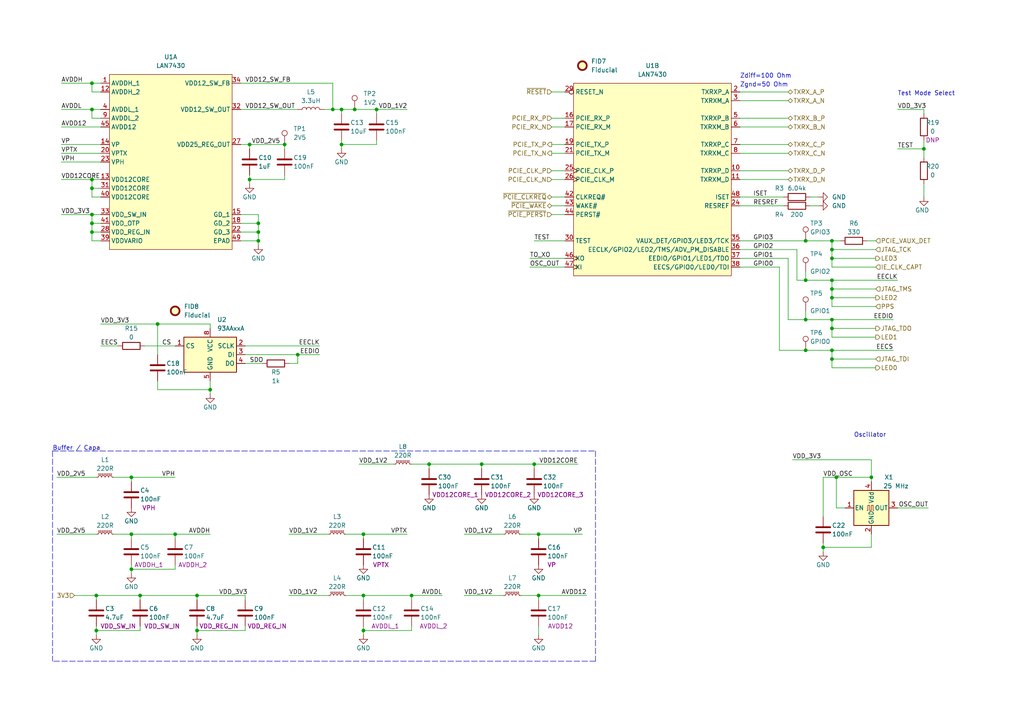
<source format=kicad_sch>
(kicad_sch (version 20211123) (generator eeschema)

  (uuid 201852b4-66e7-460a-9172-4ccc860f0d92)

  (paper "A4")

  (title_block
    (title "PCIe Ethernet ")
    (date "2022-12-15")
    (rev "1")
  )

  (lib_symbols
    (symbol "Connector:TestPoint" (pin_numbers hide) (pin_names (offset 0.762) hide) (in_bom yes) (on_board yes)
      (property "Reference" "TP" (id 0) (at 0 6.858 0)
        (effects (font (size 1.27 1.27)))
      )
      (property "Value" "TestPoint" (id 1) (at 0 5.08 0)
        (effects (font (size 1.27 1.27)))
      )
      (property "Footprint" "" (id 2) (at 5.08 0 0)
        (effects (font (size 1.27 1.27)) hide)
      )
      (property "Datasheet" "~" (id 3) (at 5.08 0 0)
        (effects (font (size 1.27 1.27)) hide)
      )
      (property "ki_keywords" "test point tp" (id 4) (at 0 0 0)
        (effects (font (size 1.27 1.27)) hide)
      )
      (property "ki_description" "test point" (id 5) (at 0 0 0)
        (effects (font (size 1.27 1.27)) hide)
      )
      (property "ki_fp_filters" "Pin* Test*" (id 6) (at 0 0 0)
        (effects (font (size 1.27 1.27)) hide)
      )
      (symbol "TestPoint_0_1"
        (circle (center 0 3.302) (radius 0.762)
          (stroke (width 0) (type default) (color 0 0 0 0))
          (fill (type none))
        )
      )
      (symbol "TestPoint_1_1"
        (pin passive line (at 0 0 90) (length 2.54)
          (name "1" (effects (font (size 1.27 1.27))))
          (number "1" (effects (font (size 1.27 1.27))))
        )
      )
    )
    (symbol "Device:C" (pin_numbers hide) (pin_names (offset 0.254)) (in_bom yes) (on_board yes)
      (property "Reference" "C" (id 0) (at 0.635 2.54 0)
        (effects (font (size 1.27 1.27)) (justify left))
      )
      (property "Value" "C" (id 1) (at 0.635 -2.54 0)
        (effects (font (size 1.27 1.27)) (justify left))
      )
      (property "Footprint" "" (id 2) (at 0.9652 -3.81 0)
        (effects (font (size 1.27 1.27)) hide)
      )
      (property "Datasheet" "~" (id 3) (at 0 0 0)
        (effects (font (size 1.27 1.27)) hide)
      )
      (property "ki_keywords" "cap capacitor" (id 4) (at 0 0 0)
        (effects (font (size 1.27 1.27)) hide)
      )
      (property "ki_description" "Unpolarized capacitor" (id 5) (at 0 0 0)
        (effects (font (size 1.27 1.27)) hide)
      )
      (property "ki_fp_filters" "C_*" (id 6) (at 0 0 0)
        (effects (font (size 1.27 1.27)) hide)
      )
      (symbol "C_0_1"
        (polyline
          (pts
            (xy -2.032 -0.762)
            (xy 2.032 -0.762)
          )
          (stroke (width 0.508) (type default) (color 0 0 0 0))
          (fill (type none))
        )
        (polyline
          (pts
            (xy -2.032 0.762)
            (xy 2.032 0.762)
          )
          (stroke (width 0.508) (type default) (color 0 0 0 0))
          (fill (type none))
        )
      )
      (symbol "C_1_1"
        (pin passive line (at 0 3.81 270) (length 2.794)
          (name "~" (effects (font (size 1.27 1.27))))
          (number "1" (effects (font (size 1.27 1.27))))
        )
        (pin passive line (at 0 -3.81 90) (length 2.794)
          (name "~" (effects (font (size 1.27 1.27))))
          (number "2" (effects (font (size 1.27 1.27))))
        )
      )
    )
    (symbol "Device:L" (pin_numbers hide) (pin_names (offset 1.016) hide) (in_bom yes) (on_board yes)
      (property "Reference" "L" (id 0) (at -1.27 0 90)
        (effects (font (size 1.27 1.27)))
      )
      (property "Value" "L" (id 1) (at 1.905 0 90)
        (effects (font (size 1.27 1.27)))
      )
      (property "Footprint" "" (id 2) (at 0 0 0)
        (effects (font (size 1.27 1.27)) hide)
      )
      (property "Datasheet" "~" (id 3) (at 0 0 0)
        (effects (font (size 1.27 1.27)) hide)
      )
      (property "ki_keywords" "inductor choke coil reactor magnetic" (id 4) (at 0 0 0)
        (effects (font (size 1.27 1.27)) hide)
      )
      (property "ki_description" "Inductor" (id 5) (at 0 0 0)
        (effects (font (size 1.27 1.27)) hide)
      )
      (property "ki_fp_filters" "Choke_* *Coil* Inductor_* L_*" (id 6) (at 0 0 0)
        (effects (font (size 1.27 1.27)) hide)
      )
      (symbol "L_0_1"
        (arc (start 0 -2.54) (mid 0.635 -1.905) (end 0 -1.27)
          (stroke (width 0) (type default) (color 0 0 0 0))
          (fill (type none))
        )
        (arc (start 0 -1.27) (mid 0.635 -0.635) (end 0 0)
          (stroke (width 0) (type default) (color 0 0 0 0))
          (fill (type none))
        )
        (arc (start 0 0) (mid 0.635 0.635) (end 0 1.27)
          (stroke (width 0) (type default) (color 0 0 0 0))
          (fill (type none))
        )
        (arc (start 0 1.27) (mid 0.635 1.905) (end 0 2.54)
          (stroke (width 0) (type default) (color 0 0 0 0))
          (fill (type none))
        )
      )
      (symbol "L_1_1"
        (pin passive line (at 0 3.81 270) (length 1.27)
          (name "1" (effects (font (size 1.27 1.27))))
          (number "1" (effects (font (size 1.27 1.27))))
        )
        (pin passive line (at 0 -3.81 90) (length 1.27)
          (name "2" (effects (font (size 1.27 1.27))))
          (number "2" (effects (font (size 1.27 1.27))))
        )
      )
    )
    (symbol "Device:L_Ferrite_Small" (pin_numbers hide) (pin_names (offset 0.254) hide) (in_bom yes) (on_board yes)
      (property "Reference" "L" (id 0) (at 1.27 1.016 0)
        (effects (font (size 1.27 1.27)) (justify left))
      )
      (property "Value" "L_Ferrite_Small" (id 1) (at 1.27 -1.27 0)
        (effects (font (size 1.27 1.27)) (justify left))
      )
      (property "Footprint" "" (id 2) (at 0 0 0)
        (effects (font (size 1.27 1.27)) hide)
      )
      (property "Datasheet" "~" (id 3) (at 0 0 0)
        (effects (font (size 1.27 1.27)) hide)
      )
      (property "ki_keywords" "inductor choke coil reactor magnetic" (id 4) (at 0 0 0)
        (effects (font (size 1.27 1.27)) hide)
      )
      (property "ki_description" "Inductor with ferrite core, small symbol" (id 5) (at 0 0 0)
        (effects (font (size 1.27 1.27)) hide)
      )
      (property "ki_fp_filters" "Choke_* *Coil* Inductor_* L_*" (id 6) (at 0 0 0)
        (effects (font (size 1.27 1.27)) hide)
      )
      (symbol "L_Ferrite_Small_0_1"
        (arc (start 0 -2.032) (mid 0.508 -1.524) (end 0 -1.016)
          (stroke (width 0) (type default) (color 0 0 0 0))
          (fill (type none))
        )
        (arc (start 0 -1.016) (mid 0.508 -0.508) (end 0 0)
          (stroke (width 0) (type default) (color 0 0 0 0))
          (fill (type none))
        )
        (polyline
          (pts
            (xy 0.762 -1.905)
            (xy 0.762 -1.651)
          )
          (stroke (width 0) (type default) (color 0 0 0 0))
          (fill (type none))
        )
        (polyline
          (pts
            (xy 0.762 -1.397)
            (xy 0.762 -1.143)
          )
          (stroke (width 0) (type default) (color 0 0 0 0))
          (fill (type none))
        )
        (polyline
          (pts
            (xy 0.762 -0.889)
            (xy 0.762 -0.635)
          )
          (stroke (width 0) (type default) (color 0 0 0 0))
          (fill (type none))
        )
        (polyline
          (pts
            (xy 0.762 -0.381)
            (xy 0.762 -0.127)
          )
          (stroke (width 0) (type default) (color 0 0 0 0))
          (fill (type none))
        )
        (polyline
          (pts
            (xy 0.762 0.127)
            (xy 0.762 0.381)
          )
          (stroke (width 0) (type default) (color 0 0 0 0))
          (fill (type none))
        )
        (polyline
          (pts
            (xy 0.762 0.635)
            (xy 0.762 0.889)
          )
          (stroke (width 0) (type default) (color 0 0 0 0))
          (fill (type none))
        )
        (polyline
          (pts
            (xy 0.762 1.143)
            (xy 0.762 1.397)
          )
          (stroke (width 0) (type default) (color 0 0 0 0))
          (fill (type none))
        )
        (polyline
          (pts
            (xy 0.762 1.651)
            (xy 0.762 1.905)
          )
          (stroke (width 0) (type default) (color 0 0 0 0))
          (fill (type none))
        )
        (polyline
          (pts
            (xy 1.016 -1.651)
            (xy 1.016 -1.905)
          )
          (stroke (width 0) (type default) (color 0 0 0 0))
          (fill (type none))
        )
        (polyline
          (pts
            (xy 1.016 -1.143)
            (xy 1.016 -1.397)
          )
          (stroke (width 0) (type default) (color 0 0 0 0))
          (fill (type none))
        )
        (polyline
          (pts
            (xy 1.016 -0.635)
            (xy 1.016 -0.889)
          )
          (stroke (width 0) (type default) (color 0 0 0 0))
          (fill (type none))
        )
        (polyline
          (pts
            (xy 1.016 -0.127)
            (xy 1.016 -0.381)
          )
          (stroke (width 0) (type default) (color 0 0 0 0))
          (fill (type none))
        )
        (polyline
          (pts
            (xy 1.016 0.381)
            (xy 1.016 0.127)
          )
          (stroke (width 0) (type default) (color 0 0 0 0))
          (fill (type none))
        )
        (polyline
          (pts
            (xy 1.016 0.889)
            (xy 1.016 0.635)
          )
          (stroke (width 0) (type default) (color 0 0 0 0))
          (fill (type none))
        )
        (polyline
          (pts
            (xy 1.016 1.397)
            (xy 1.016 1.143)
          )
          (stroke (width 0) (type default) (color 0 0 0 0))
          (fill (type none))
        )
        (polyline
          (pts
            (xy 1.016 1.905)
            (xy 1.016 1.651)
          )
          (stroke (width 0) (type default) (color 0 0 0 0))
          (fill (type none))
        )
        (arc (start 0 0) (mid 0.508 0.508) (end 0 1.016)
          (stroke (width 0) (type default) (color 0 0 0 0))
          (fill (type none))
        )
        (arc (start 0 1.016) (mid 0.508 1.524) (end 0 2.032)
          (stroke (width 0) (type default) (color 0 0 0 0))
          (fill (type none))
        )
      )
      (symbol "L_Ferrite_Small_1_1"
        (pin passive line (at 0 2.54 270) (length 0.508)
          (name "~" (effects (font (size 1.27 1.27))))
          (number "1" (effects (font (size 1.27 1.27))))
        )
        (pin passive line (at 0 -2.54 90) (length 0.508)
          (name "~" (effects (font (size 1.27 1.27))))
          (number "2" (effects (font (size 1.27 1.27))))
        )
      )
    )
    (symbol "Device:R" (pin_numbers hide) (pin_names (offset 0)) (in_bom yes) (on_board yes)
      (property "Reference" "R" (id 0) (at 2.032 0 90)
        (effects (font (size 1.27 1.27)))
      )
      (property "Value" "R" (id 1) (at 0 0 90)
        (effects (font (size 1.27 1.27)))
      )
      (property "Footprint" "" (id 2) (at -1.778 0 90)
        (effects (font (size 1.27 1.27)) hide)
      )
      (property "Datasheet" "~" (id 3) (at 0 0 0)
        (effects (font (size 1.27 1.27)) hide)
      )
      (property "ki_keywords" "R res resistor" (id 4) (at 0 0 0)
        (effects (font (size 1.27 1.27)) hide)
      )
      (property "ki_description" "Resistor" (id 5) (at 0 0 0)
        (effects (font (size 1.27 1.27)) hide)
      )
      (property "ki_fp_filters" "R_*" (id 6) (at 0 0 0)
        (effects (font (size 1.27 1.27)) hide)
      )
      (symbol "R_0_1"
        (rectangle (start -1.016 -2.54) (end 1.016 2.54)
          (stroke (width 0.254) (type default) (color 0 0 0 0))
          (fill (type none))
        )
      )
      (symbol "R_1_1"
        (pin passive line (at 0 3.81 270) (length 1.27)
          (name "~" (effects (font (size 1.27 1.27))))
          (number "1" (effects (font (size 1.27 1.27))))
        )
        (pin passive line (at 0 -3.81 90) (length 1.27)
          (name "~" (effects (font (size 1.27 1.27))))
          (number "2" (effects (font (size 1.27 1.27))))
        )
      )
    )
    (symbol "LAN7430_1" (in_bom yes) (on_board yes)
      (property "Reference" "U" (id 0) (at 0 1.27 0)
        (effects (font (size 1.27 1.27)))
      )
      (property "Value" "LAN7430_1" (id 1) (at 0 3.81 0)
        (effects (font (size 1.27 1.27)))
      )
      (property "Footprint" "Package_DFN_QFN:QFN-48-1EP_7x7mm_P0.5mm_EP5.45x5.45mm_ThermalVias" (id 2) (at 0 6.35 0)
        (effects (font (size 1.27 1.27)) hide)
      )
      (property "Datasheet" "" (id 3) (at 0 3.81 0)
        (effects (font (size 1.27 1.27)) hide)
      )
      (property "ki_locked" "" (id 4) (at 0 0 0)
        (effects (font (size 1.27 1.27)))
      )
      (symbol "LAN7430_1_0_0"
        (pin power_in line (at 21.59 -48.26 180) (length 2.54)
          (name "EPAD" (effects (font (size 1.27 1.27))))
          (number "49" (effects (font (size 1.27 1.27))))
        )
      )
      (symbol "LAN7430_1_1_0"
        (pin power_in line (at -19.05 -2.54 0) (length 2.54)
          (name "AVDDH_1" (effects (font (size 1.27 1.27))))
          (number "1" (effects (font (size 1.27 1.27))))
        )
        (pin power_in line (at -19.05 -5.08 0) (length 2.54)
          (name "AVDDH_2" (effects (font (size 1.27 1.27))))
          (number "12" (effects (font (size 1.27 1.27))))
        )
        (pin power_in line (at -19.05 -30.48 0) (length 2.54)
          (name "VDD12CORE" (effects (font (size 1.27 1.27))))
          (number "13" (effects (font (size 1.27 1.27))))
        )
        (pin power_in line (at -19.05 -20.32 0) (length 2.54)
          (name "VP" (effects (font (size 1.27 1.27))))
          (number "14" (effects (font (size 1.27 1.27))))
        )
        (pin power_in line (at 21.59 -40.64 180) (length 2.54)
          (name "GD_1" (effects (font (size 1.27 1.27))))
          (number "15" (effects (font (size 1.27 1.27))))
        )
        (pin power_in line (at 21.59 -43.18 180) (length 2.54)
          (name "GD_2" (effects (font (size 1.27 1.27))))
          (number "18" (effects (font (size 1.27 1.27))))
        )
        (pin power_in line (at -19.05 -22.86 0) (length 2.54)
          (name "VPTX" (effects (font (size 1.27 1.27))))
          (number "20" (effects (font (size 1.27 1.27))))
        )
        (pin power_in line (at 21.59 -45.72 180) (length 2.54)
          (name "GD_3" (effects (font (size 1.27 1.27))))
          (number "22" (effects (font (size 1.27 1.27))))
        )
        (pin power_in line (at -19.05 -25.4 0) (length 2.54)
          (name "VPH" (effects (font (size 1.27 1.27))))
          (number "23" (effects (font (size 1.27 1.27))))
        )
        (pin power_out line (at 21.59 -20.32 180) (length 2.54)
          (name "VDD25_REG_OUT" (effects (font (size 1.27 1.27))))
          (number "27" (effects (font (size 1.27 1.27))))
        )
        (pin power_in line (at -19.05 -45.72 0) (length 2.54)
          (name "VDD_REG_IN" (effects (font (size 1.27 1.27))))
          (number "28" (effects (font (size 1.27 1.27))))
        )
        (pin power_in line (at -19.05 -33.02 0) (length 2.54)
          (name "VDD12CORE" (effects (font (size 1.27 1.27))))
          (number "31" (effects (font (size 1.27 1.27))))
        )
        (pin power_out line (at 21.59 -10.16 180) (length 2.54)
          (name "VDD12_SW_OUT" (effects (font (size 1.27 1.27))))
          (number "32" (effects (font (size 1.27 1.27))))
        )
        (pin power_in line (at -19.05 -40.64 0) (length 2.54)
          (name "VDD_SW_IN" (effects (font (size 1.27 1.27))))
          (number "33" (effects (font (size 1.27 1.27))))
        )
        (pin input line (at 21.59 -2.54 180) (length 2.54)
          (name "VDD12_SW_FB" (effects (font (size 1.27 1.27))))
          (number "34" (effects (font (size 1.27 1.27))))
        )
        (pin power_in line (at -19.05 -48.26 0) (length 2.54)
          (name "VDDVARIO" (effects (font (size 1.27 1.27))))
          (number "39" (effects (font (size 1.27 1.27))))
        )
        (pin power_in line (at -19.05 -10.16 0) (length 2.54)
          (name "AVDDL_1" (effects (font (size 1.27 1.27))))
          (number "4" (effects (font (size 1.27 1.27))))
        )
        (pin power_in line (at -19.05 -35.56 0) (length 2.54)
          (name "VDD12CORE" (effects (font (size 1.27 1.27))))
          (number "40" (effects (font (size 1.27 1.27))))
        )
        (pin power_in line (at -19.05 -43.18 0) (length 2.54)
          (name "VDD_OTP" (effects (font (size 1.27 1.27))))
          (number "41" (effects (font (size 1.27 1.27))))
        )
        (pin power_in line (at -19.05 -15.24 0) (length 2.54)
          (name "AVDD12" (effects (font (size 1.27 1.27))))
          (number "45" (effects (font (size 1.27 1.27))))
        )
        (pin power_in line (at -19.05 -12.7 0) (length 2.54)
          (name "AVDDL_2" (effects (font (size 1.27 1.27))))
          (number "9" (effects (font (size 1.27 1.27))))
        )
      )
      (symbol "LAN7430_1_1_1"
        (rectangle (start -16.51 0) (end 19.05 -50.8)
          (stroke (width 0) (type default) (color 0 0 0 0))
          (fill (type background))
        )
      )
      (symbol "LAN7430_1_2_0"
        (pin bidirectional line (at 21.59 -25.4 180) (length 2.54)
          (name "TXRXP_D" (effects (font (size 1.27 1.27))))
          (number "10" (effects (font (size 1.27 1.27))))
        )
        (pin bidirectional line (at 21.59 -27.94 180) (length 2.54)
          (name "TXRXM_D" (effects (font (size 1.27 1.27))))
          (number "11" (effects (font (size 1.27 1.27))))
        )
        (pin input line (at -29.21 -10.16 0) (length 2.54)
          (name "PCIE_RX_P" (effects (font (size 1.27 1.27))))
          (number "16" (effects (font (size 1.27 1.27))))
        )
        (pin input line (at -29.21 -12.7 0) (length 2.54)
          (name "PCIE_RX_M" (effects (font (size 1.27 1.27))))
          (number "17" (effects (font (size 1.27 1.27))))
        )
        (pin output line (at -29.21 -17.78 0) (length 2.54)
          (name "PCIE_TX_P" (effects (font (size 1.27 1.27))))
          (number "19" (effects (font (size 1.27 1.27))))
        )
        (pin bidirectional line (at 21.59 -2.54 180) (length 2.54)
          (name "TXRXP_A" (effects (font (size 1.27 1.27))))
          (number "2" (effects (font (size 1.27 1.27))))
        )
        (pin output line (at -29.21 -20.32 0) (length 2.54)
          (name "PCIE_TX_M" (effects (font (size 1.27 1.27))))
          (number "21" (effects (font (size 1.27 1.27))))
        )
        (pin passive line (at 21.59 -35.56 180) (length 2.54)
          (name "RESREF" (effects (font (size 1.27 1.27))))
          (number "24" (effects (font (size 1.27 1.27))))
        )
        (pin input clock (at -29.21 -25.4 0) (length 2.54)
          (name "PCIE_CLK_P" (effects (font (size 1.27 1.27))))
          (number "25" (effects (font (size 1.27 1.27))))
        )
        (pin input clock (at -29.21 -27.94 0) (length 2.54)
          (name "PCIE_CLK_M" (effects (font (size 1.27 1.27))))
          (number "26" (effects (font (size 1.27 1.27))))
        )
        (pin input inverted (at -29.21 -2.54 0) (length 2.54)
          (name "RESET_N" (effects (font (size 1.27 1.27))))
          (number "29" (effects (font (size 1.27 1.27))))
        )
        (pin bidirectional line (at 21.59 -5.08 180) (length 2.54)
          (name "TXRXM_A" (effects (font (size 1.27 1.27))))
          (number "3" (effects (font (size 1.27 1.27))))
        )
        (pin input line (at -29.21 -45.72 0) (length 2.54)
          (name "TEST" (effects (font (size 1.27 1.27))))
          (number "30" (effects (font (size 1.27 1.27))))
        )
        (pin bidirectional line (at 21.59 -45.72 180) (length 2.54)
          (name "VAUX_DET/GPIO3/LED3/TCK" (effects (font (size 1.27 1.27))))
          (number "35" (effects (font (size 1.27 1.27))))
        )
        (pin bidirectional line (at 21.59 -48.26 180) (length 2.54)
          (name "EECLK/GPIO2/LED2/TMS/ADV_PM_DISABLE" (effects (font (size 1.27 1.27))))
          (number "36" (effects (font (size 1.27 1.27))))
        )
        (pin bidirectional line (at 21.59 -50.8 180) (length 2.54)
          (name "EEDIO/GPIO1/LED1/TDO" (effects (font (size 1.27 1.27))))
          (number "37" (effects (font (size 1.27 1.27))))
        )
        (pin bidirectional line (at 21.59 -53.34 180) (length 2.54)
          (name "EECS/GPIO0/LED0/TDI" (effects (font (size 1.27 1.27))))
          (number "38" (effects (font (size 1.27 1.27))))
        )
        (pin bidirectional line (at -29.21 -33.02 0) (length 2.54)
          (name "CLKREQ#" (effects (font (size 1.27 1.27))))
          (number "42" (effects (font (size 1.27 1.27))))
        )
        (pin bidirectional line (at -29.21 -35.56 0) (length 2.54)
          (name "WAKE#" (effects (font (size 1.27 1.27))))
          (number "43" (effects (font (size 1.27 1.27))))
        )
        (pin input line (at -29.21 -38.1 0) (length 2.54)
          (name "PERST#" (effects (font (size 1.27 1.27))))
          (number "44" (effects (font (size 1.27 1.27))))
        )
        (pin output clock (at -29.21 -50.8 0) (length 2.54)
          (name "XO" (effects (font (size 1.27 1.27))))
          (number "46" (effects (font (size 1.27 1.27))))
        )
        (pin input clock (at -29.21 -53.34 0) (length 2.54)
          (name "XI" (effects (font (size 1.27 1.27))))
          (number "47" (effects (font (size 1.27 1.27))))
        )
        (pin passive line (at 21.59 -33.02 180) (length 2.54)
          (name "ISET" (effects (font (size 1.27 1.27))))
          (number "48" (effects (font (size 1.27 1.27))))
        )
        (pin bidirectional line (at 21.59 -10.16 180) (length 2.54)
          (name "TXRXP_B" (effects (font (size 1.27 1.27))))
          (number "5" (effects (font (size 1.27 1.27))))
        )
        (pin bidirectional line (at 21.59 -12.7 180) (length 2.54)
          (name "TXRXM_B" (effects (font (size 1.27 1.27))))
          (number "6" (effects (font (size 1.27 1.27))))
        )
        (pin bidirectional line (at 21.59 -17.78 180) (length 2.54)
          (name "TXRXP_C" (effects (font (size 1.27 1.27))))
          (number "7" (effects (font (size 1.27 1.27))))
        )
        (pin bidirectional line (at 21.59 -20.32 180) (length 2.54)
          (name "TXRXM_C" (effects (font (size 1.27 1.27))))
          (number "8" (effects (font (size 1.27 1.27))))
        )
      )
      (symbol "LAN7430_1_2_1"
        (rectangle (start -26.67 0) (end 19.05 -55.88)
          (stroke (width 0) (type default) (color 0 0 0 0))
          (fill (type background))
        )
      )
    )
    (symbol "Mechanical:Fiducial" (in_bom yes) (on_board yes)
      (property "Reference" "FID" (id 0) (at 0 5.08 0)
        (effects (font (size 1.27 1.27)))
      )
      (property "Value" "Fiducial" (id 1) (at 0 3.175 0)
        (effects (font (size 1.27 1.27)))
      )
      (property "Footprint" "" (id 2) (at 0 0 0)
        (effects (font (size 1.27 1.27)) hide)
      )
      (property "Datasheet" "~" (id 3) (at 0 0 0)
        (effects (font (size 1.27 1.27)) hide)
      )
      (property "ki_keywords" "fiducial marker" (id 4) (at 0 0 0)
        (effects (font (size 1.27 1.27)) hide)
      )
      (property "ki_description" "Fiducial Marker" (id 5) (at 0 0 0)
        (effects (font (size 1.27 1.27)) hide)
      )
      (property "ki_fp_filters" "Fiducial*" (id 6) (at 0 0 0)
        (effects (font (size 1.27 1.27)) hide)
      )
      (symbol "Fiducial_0_1"
        (circle (center 0 0) (radius 1.27)
          (stroke (width 0.508) (type default) (color 0 0 0 0))
          (fill (type background))
        )
      )
    )
    (symbol "Memory_EEPROM:93AAxxA" (in_bom yes) (on_board yes)
      (property "Reference" "U" (id 0) (at -7.62 6.35 0)
        (effects (font (size 1.27 1.27)))
      )
      (property "Value" "93AAxxA" (id 1) (at 2.54 -6.35 0)
        (effects (font (size 1.27 1.27)) (justify left))
      )
      (property "Footprint" "" (id 2) (at 0 0 0)
        (effects (font (size 1.27 1.27)) hide)
      )
      (property "Datasheet" "http://ww1.microchip.com/downloads/en/DeviceDoc/20001749K.pdf" (id 3) (at 0 0 0)
        (effects (font (size 1.27 1.27)) hide)
      )
      (property "ki_keywords" "EEPROM memory Microwire" (id 4) (at 0 0 0)
        (effects (font (size 1.27 1.27)) hide)
      )
      (property "ki_description" "Serial EEPROM, 93 Series, 1.8V, DIP-8/SOIC-8" (id 5) (at 0 0 0)
        (effects (font (size 1.27 1.27)) hide)
      )
      (property "ki_fp_filters" "DIP*W7.62mm* SOIC*3.9x4.9mm*" (id 6) (at 0 0 0)
        (effects (font (size 1.27 1.27)) hide)
      )
      (symbol "93AAxxA_1_1"
        (rectangle (start -7.62 5.08) (end 7.62 -5.08)
          (stroke (width 0.254) (type default) (color 0 0 0 0))
          (fill (type background))
        )
        (pin input line (at -10.16 2.54 0) (length 2.54)
          (name "CS" (effects (font (size 1.27 1.27))))
          (number "1" (effects (font (size 1.27 1.27))))
        )
        (pin input line (at 10.16 2.54 180) (length 2.54)
          (name "SCLK" (effects (font (size 1.27 1.27))))
          (number "2" (effects (font (size 1.27 1.27))))
        )
        (pin input line (at 10.16 0 180) (length 2.54)
          (name "DI" (effects (font (size 1.27 1.27))))
          (number "3" (effects (font (size 1.27 1.27))))
        )
        (pin tri_state line (at 10.16 -2.54 180) (length 2.54)
          (name "DO" (effects (font (size 1.27 1.27))))
          (number "4" (effects (font (size 1.27 1.27))))
        )
        (pin power_in line (at 0 -7.62 90) (length 2.54)
          (name "GND" (effects (font (size 1.27 1.27))))
          (number "5" (effects (font (size 1.27 1.27))))
        )
        (pin no_connect line (at -7.62 0 0) (length 2.54) hide
          (name "NC" (effects (font (size 1.27 1.27))))
          (number "6" (effects (font (size 1.27 1.27))))
        )
        (pin no_connect line (at -7.62 -2.54 0) (length 2.54) hide
          (name "NC" (effects (font (size 1.27 1.27))))
          (number "7" (effects (font (size 1.27 1.27))))
        )
        (pin power_in line (at 0 7.62 270) (length 2.54)
          (name "VCC" (effects (font (size 1.27 1.27))))
          (number "8" (effects (font (size 1.27 1.27))))
        )
      )
    )
    (symbol "Oscillator:ASE-xxxMHz" (pin_names (offset 0.254)) (in_bom yes) (on_board yes)
      (property "Reference" "X" (id 0) (at -5.08 6.35 0)
        (effects (font (size 1.27 1.27)) (justify left))
      )
      (property "Value" "ASE-xxxMHz" (id 1) (at 1.27 -6.35 0)
        (effects (font (size 1.27 1.27)) (justify left))
      )
      (property "Footprint" "Oscillator:Oscillator_SMD_Abracon_ASE-4Pin_3.2x2.5mm" (id 2) (at 17.78 -8.89 0)
        (effects (font (size 1.27 1.27)) hide)
      )
      (property "Datasheet" "http://www.abracon.com/Oscillators/ASV.pdf" (id 3) (at -2.54 0 0)
        (effects (font (size 1.27 1.27)) hide)
      )
      (property "ki_keywords" "3.3V CMOS SMD Crystal Clock Oscillator" (id 4) (at 0 0 0)
        (effects (font (size 1.27 1.27)) hide)
      )
      (property "ki_description" "3.3V CMOS SMD Crystal Clock Oscillator, Abracon" (id 5) (at 0 0 0)
        (effects (font (size 1.27 1.27)) hide)
      )
      (property "ki_fp_filters" "Oscillator*SMD*Abracon*ASE*3.2x2.5mm*" (id 6) (at 0 0 0)
        (effects (font (size 1.27 1.27)) hide)
      )
      (symbol "ASE-xxxMHz_0_1"
        (rectangle (start -5.08 5.08) (end 5.08 -5.08)
          (stroke (width 0.254) (type default) (color 0 0 0 0))
          (fill (type background))
        )
        (polyline
          (pts
            (xy -1.27 -0.762)
            (xy -1.016 -0.762)
            (xy -1.016 0.762)
            (xy -0.508 0.762)
            (xy -0.508 -0.762)
            (xy 0 -0.762)
            (xy 0 0.762)
            (xy 0.508 0.762)
            (xy 0.508 -0.762)
            (xy 0.762 -0.762)
          )
          (stroke (width 0) (type default) (color 0 0 0 0))
          (fill (type none))
        )
      )
      (symbol "ASE-xxxMHz_1_1"
        (pin input line (at -7.62 0 0) (length 2.54)
          (name "EN" (effects (font (size 1.27 1.27))))
          (number "1" (effects (font (size 1.27 1.27))))
        )
        (pin power_in line (at 0 -7.62 90) (length 2.54)
          (name "GND" (effects (font (size 1.27 1.27))))
          (number "2" (effects (font (size 1.27 1.27))))
        )
        (pin output line (at 7.62 0 180) (length 2.54)
          (name "OUT" (effects (font (size 1.27 1.27))))
          (number "3" (effects (font (size 1.27 1.27))))
        )
        (pin power_in line (at 0 7.62 270) (length 2.54)
          (name "Vdd" (effects (font (size 1.27 1.27))))
          (number "4" (effects (font (size 1.27 1.27))))
        )
      )
    )
    (symbol "pcie-ethernet:LAN7430" (in_bom yes) (on_board yes)
      (property "Reference" "U" (id 0) (at 0 1.27 0)
        (effects (font (size 1.27 1.27)))
      )
      (property "Value" "LAN7430" (id 1) (at 0 3.81 0)
        (effects (font (size 1.27 1.27)))
      )
      (property "Footprint" "Package_DFN_QFN:QFN-48-1EP_7x7mm_P0.5mm_EP5.45x5.45mm_ThermalVias" (id 2) (at 0 6.35 0)
        (effects (font (size 1.27 1.27)) hide)
      )
      (property "Datasheet" "" (id 3) (at 0 3.81 0)
        (effects (font (size 1.27 1.27)) hide)
      )
      (property "ki_locked" "" (id 4) (at 0 0 0)
        (effects (font (size 1.27 1.27)))
      )
      (symbol "LAN7430_1_0"
        (pin power_in line (at -19.05 -2.54 0) (length 2.54)
          (name "AVDDH_1" (effects (font (size 1.27 1.27))))
          (number "1" (effects (font (size 1.27 1.27))))
        )
        (pin power_in line (at -19.05 -5.08 0) (length 2.54)
          (name "AVDDH_2" (effects (font (size 1.27 1.27))))
          (number "12" (effects (font (size 1.27 1.27))))
        )
        (pin power_in line (at -19.05 -30.48 0) (length 2.54)
          (name "VDD12CORE" (effects (font (size 1.27 1.27))))
          (number "13" (effects (font (size 1.27 1.27))))
        )
        (pin power_in line (at -19.05 -20.32 0) (length 2.54)
          (name "VP" (effects (font (size 1.27 1.27))))
          (number "14" (effects (font (size 1.27 1.27))))
        )
        (pin power_in line (at 21.59 -40.64 180) (length 2.54)
          (name "GD_1" (effects (font (size 1.27 1.27))))
          (number "15" (effects (font (size 1.27 1.27))))
        )
        (pin power_in line (at 21.59 -43.18 180) (length 2.54)
          (name "GD_2" (effects (font (size 1.27 1.27))))
          (number "18" (effects (font (size 1.27 1.27))))
        )
        (pin power_in line (at -19.05 -22.86 0) (length 2.54)
          (name "VPTX" (effects (font (size 1.27 1.27))))
          (number "20" (effects (font (size 1.27 1.27))))
        )
        (pin power_in line (at 21.59 -45.72 180) (length 2.54)
          (name "GD_3" (effects (font (size 1.27 1.27))))
          (number "22" (effects (font (size 1.27 1.27))))
        )
        (pin power_in line (at -19.05 -25.4 0) (length 2.54)
          (name "VPH" (effects (font (size 1.27 1.27))))
          (number "23" (effects (font (size 1.27 1.27))))
        )
        (pin power_out line (at 21.59 -20.32 180) (length 2.54)
          (name "VDD25_REG_OUT" (effects (font (size 1.27 1.27))))
          (number "27" (effects (font (size 1.27 1.27))))
        )
        (pin power_in line (at -19.05 -45.72 0) (length 2.54)
          (name "VDD_REG_IN" (effects (font (size 1.27 1.27))))
          (number "28" (effects (font (size 1.27 1.27))))
        )
        (pin power_in line (at -19.05 -33.02 0) (length 2.54)
          (name "VDD12CORE" (effects (font (size 1.27 1.27))))
          (number "31" (effects (font (size 1.27 1.27))))
        )
        (pin power_out line (at 21.59 -10.16 180) (length 2.54)
          (name "VDD12_SW_OUT" (effects (font (size 1.27 1.27))))
          (number "32" (effects (font (size 1.27 1.27))))
        )
        (pin power_in line (at -19.05 -40.64 0) (length 2.54)
          (name "VDD_SW_IN" (effects (font (size 1.27 1.27))))
          (number "33" (effects (font (size 1.27 1.27))))
        )
        (pin input line (at 21.59 -2.54 180) (length 2.54)
          (name "VDD12_SW_FB" (effects (font (size 1.27 1.27))))
          (number "34" (effects (font (size 1.27 1.27))))
        )
        (pin power_in line (at -19.05 -48.26 0) (length 2.54)
          (name "VDDVARIO" (effects (font (size 1.27 1.27))))
          (number "39" (effects (font (size 1.27 1.27))))
        )
        (pin power_in line (at -19.05 -10.16 0) (length 2.54)
          (name "AVDDL_1" (effects (font (size 1.27 1.27))))
          (number "4" (effects (font (size 1.27 1.27))))
        )
        (pin power_in line (at -19.05 -35.56 0) (length 2.54)
          (name "VDD12CORE" (effects (font (size 1.27 1.27))))
          (number "40" (effects (font (size 1.27 1.27))))
        )
        (pin power_in line (at -19.05 -43.18 0) (length 2.54)
          (name "VDD_OTP" (effects (font (size 1.27 1.27))))
          (number "41" (effects (font (size 1.27 1.27))))
        )
        (pin power_in line (at -19.05 -15.24 0) (length 2.54)
          (name "AVDD12" (effects (font (size 1.27 1.27))))
          (number "45" (effects (font (size 1.27 1.27))))
        )
        (pin power_in line (at -19.05 -12.7 0) (length 2.54)
          (name "AVDDL_2" (effects (font (size 1.27 1.27))))
          (number "9" (effects (font (size 1.27 1.27))))
        )
      )
      (symbol "LAN7430_1_1"
        (rectangle (start -16.51 0) (end 19.05 -50.8)
          (stroke (width 0) (type default) (color 0 0 0 0))
          (fill (type background))
        )
      )
      (symbol "LAN7430_2_0"
        (pin bidirectional line (at 21.59 -25.4 180) (length 2.54)
          (name "TXRXP_D" (effects (font (size 1.27 1.27))))
          (number "10" (effects (font (size 1.27 1.27))))
        )
        (pin bidirectional line (at 21.59 -27.94 180) (length 2.54)
          (name "TXRXM_D" (effects (font (size 1.27 1.27))))
          (number "11" (effects (font (size 1.27 1.27))))
        )
        (pin input line (at -29.21 -10.16 0) (length 2.54)
          (name "PCIE_RX_P" (effects (font (size 1.27 1.27))))
          (number "16" (effects (font (size 1.27 1.27))))
        )
        (pin input line (at -29.21 -12.7 0) (length 2.54)
          (name "PCIE_RX_M" (effects (font (size 1.27 1.27))))
          (number "17" (effects (font (size 1.27 1.27))))
        )
        (pin output line (at -29.21 -17.78 0) (length 2.54)
          (name "PCIE_TX_P" (effects (font (size 1.27 1.27))))
          (number "19" (effects (font (size 1.27 1.27))))
        )
        (pin bidirectional line (at 21.59 -2.54 180) (length 2.54)
          (name "TXRXP_A" (effects (font (size 1.27 1.27))))
          (number "2" (effects (font (size 1.27 1.27))))
        )
        (pin output line (at -29.21 -20.32 0) (length 2.54)
          (name "PCIE_TX_M" (effects (font (size 1.27 1.27))))
          (number "21" (effects (font (size 1.27 1.27))))
        )
        (pin passive line (at 21.59 -35.56 180) (length 2.54)
          (name "RESREF" (effects (font (size 1.27 1.27))))
          (number "24" (effects (font (size 1.27 1.27))))
        )
        (pin input clock (at -29.21 -25.4 0) (length 2.54)
          (name "PCIE_CLK_P" (effects (font (size 1.27 1.27))))
          (number "25" (effects (font (size 1.27 1.27))))
        )
        (pin input clock (at -29.21 -27.94 0) (length 2.54)
          (name "PCIE_CLK_M" (effects (font (size 1.27 1.27))))
          (number "26" (effects (font (size 1.27 1.27))))
        )
        (pin input inverted (at -29.21 -2.54 0) (length 2.54)
          (name "RESET_N" (effects (font (size 1.27 1.27))))
          (number "29" (effects (font (size 1.27 1.27))))
        )
        (pin bidirectional line (at 21.59 -5.08 180) (length 2.54)
          (name "TXRXM_A" (effects (font (size 1.27 1.27))))
          (number "3" (effects (font (size 1.27 1.27))))
        )
        (pin input line (at -29.21 -45.72 0) (length 2.54)
          (name "TEST" (effects (font (size 1.27 1.27))))
          (number "30" (effects (font (size 1.27 1.27))))
        )
        (pin bidirectional line (at 21.59 -45.72 180) (length 2.54)
          (name "VAUX_DET/GPIO3/LED3/TCK" (effects (font (size 1.27 1.27))))
          (number "35" (effects (font (size 1.27 1.27))))
        )
        (pin bidirectional line (at 21.59 -48.26 180) (length 2.54)
          (name "EECLK/GPIO2/LED2/TMS/ADV_PM_DISABLE" (effects (font (size 1.27 1.27))))
          (number "36" (effects (font (size 1.27 1.27))))
        )
        (pin bidirectional line (at 21.59 -50.8 180) (length 2.54)
          (name "EEDIO/GPIO1/LED1/TDO" (effects (font (size 1.27 1.27))))
          (number "37" (effects (font (size 1.27 1.27))))
        )
        (pin bidirectional line (at 21.59 -53.34 180) (length 2.54)
          (name "EECS/GPIO0/LED0/TDI" (effects (font (size 1.27 1.27))))
          (number "38" (effects (font (size 1.27 1.27))))
        )
        (pin bidirectional line (at -29.21 -33.02 0) (length 2.54)
          (name "CLKREQ#" (effects (font (size 1.27 1.27))))
          (number "42" (effects (font (size 1.27 1.27))))
        )
        (pin bidirectional line (at -29.21 -35.56 0) (length 2.54)
          (name "WAKE#" (effects (font (size 1.27 1.27))))
          (number "43" (effects (font (size 1.27 1.27))))
        )
        (pin input line (at -29.21 -38.1 0) (length 2.54)
          (name "PERST#" (effects (font (size 1.27 1.27))))
          (number "44" (effects (font (size 1.27 1.27))))
        )
        (pin output clock (at -29.21 -50.8 0) (length 2.54)
          (name "XO" (effects (font (size 1.27 1.27))))
          (number "46" (effects (font (size 1.27 1.27))))
        )
        (pin input clock (at -29.21 -53.34 0) (length 2.54)
          (name "XI" (effects (font (size 1.27 1.27))))
          (number "47" (effects (font (size 1.27 1.27))))
        )
        (pin passive line (at 21.59 -33.02 180) (length 2.54)
          (name "ISET" (effects (font (size 1.27 1.27))))
          (number "48" (effects (font (size 1.27 1.27))))
        )
        (pin bidirectional line (at 21.59 -10.16 180) (length 2.54)
          (name "TXRXP_B" (effects (font (size 1.27 1.27))))
          (number "5" (effects (font (size 1.27 1.27))))
        )
        (pin bidirectional line (at 21.59 -12.7 180) (length 2.54)
          (name "TXRXM_B" (effects (font (size 1.27 1.27))))
          (number "6" (effects (font (size 1.27 1.27))))
        )
        (pin bidirectional line (at 21.59 -17.78 180) (length 2.54)
          (name "TXRXP_C" (effects (font (size 1.27 1.27))))
          (number "7" (effects (font (size 1.27 1.27))))
        )
        (pin bidirectional line (at 21.59 -20.32 180) (length 2.54)
          (name "TXRXM_C" (effects (font (size 1.27 1.27))))
          (number "8" (effects (font (size 1.27 1.27))))
        )
      )
      (symbol "LAN7430_2_1"
        (rectangle (start -26.67 0) (end 19.05 -55.88)
          (stroke (width 0) (type default) (color 0 0 0 0))
          (fill (type background))
        )
      )
    )
    (symbol "power:GND" (power) (pin_names (offset 0)) (in_bom yes) (on_board yes)
      (property "Reference" "#PWR" (id 0) (at 0 -6.35 0)
        (effects (font (size 1.27 1.27)) hide)
      )
      (property "Value" "GND" (id 1) (at 0 -3.81 0)
        (effects (font (size 1.27 1.27)))
      )
      (property "Footprint" "" (id 2) (at 0 0 0)
        (effects (font (size 1.27 1.27)) hide)
      )
      (property "Datasheet" "" (id 3) (at 0 0 0)
        (effects (font (size 1.27 1.27)) hide)
      )
      (property "ki_keywords" "power-flag" (id 4) (at 0 0 0)
        (effects (font (size 1.27 1.27)) hide)
      )
      (property "ki_description" "Power symbol creates a global label with name \"GND\" , ground" (id 5) (at 0 0 0)
        (effects (font (size 1.27 1.27)) hide)
      )
      (symbol "GND_0_1"
        (polyline
          (pts
            (xy 0 0)
            (xy 0 -1.27)
            (xy 1.27 -1.27)
            (xy 0 -2.54)
            (xy -1.27 -1.27)
            (xy 0 -1.27)
          )
          (stroke (width 0) (type default) (color 0 0 0 0))
          (fill (type none))
        )
      )
      (symbol "GND_1_1"
        (pin power_in line (at 0 0 270) (length 0) hide
          (name "GND" (effects (font (size 1.27 1.27))))
          (number "1" (effects (font (size 1.27 1.27))))
        )
      )
    )
  )

  (junction (at 45.72 93.98) (diameter 0) (color 0 0 0 0)
    (uuid 07a34ca0-689e-4625-9522-a5567ee3388b)
  )
  (junction (at 26.67 54.61) (diameter 0) (color 0 0 0 0)
    (uuid 0afa08f5-23e0-47d0-b3fb-617a32ce248f)
  )
  (junction (at 27.94 172.72) (diameter 0) (color 0 0 0 0)
    (uuid 0b674fca-fb82-49e4-ac5b-623fc88dfaff)
  )
  (junction (at 26.67 62.23) (diameter 0) (color 0 0 0 0)
    (uuid 108a3c90-7137-4356-8aab-b11625696cda)
  )
  (junction (at 241.3 95.25) (diameter 0) (color 0 0 0 0)
    (uuid 1130c41d-08fc-4e4e-803d-68228569e7f4)
  )
  (junction (at 242.57 138.43) (diameter 0) (color 0 0 0 0)
    (uuid 1161b576-4bd4-47e2-bfc7-b01efa6c0ccd)
  )
  (junction (at 241.3 86.36) (diameter 0) (color 0 0 0 0)
    (uuid 132e2215-3961-405d-b440-2c86de7e06c7)
  )
  (junction (at 57.15 172.72) (diameter 0) (color 0 0 0 0)
    (uuid 14119b64-c925-4571-b65e-90f3b93a477c)
  )
  (junction (at 26.67 31.75) (diameter 0) (color 0 0 0 0)
    (uuid 16300bc8-cda1-465d-bdaf-67309d9a8f02)
  )
  (junction (at 241.3 81.28) (diameter 0) (color 0 0 0 0)
    (uuid 17d8fb3d-7742-45f2-a053-256b9065addc)
  )
  (junction (at 72.39 52.07) (diameter 0) (color 0 0 0 0)
    (uuid 188b0f41-b19c-4299-9909-454e9e858d08)
  )
  (junction (at 241.3 92.71) (diameter 0) (color 0 0 0 0)
    (uuid 19852da2-d63e-44f6-916a-543403323466)
  )
  (junction (at 241.3 104.14) (diameter 0) (color 0 0 0 0)
    (uuid 21d5e9e1-3941-4134-88f3-7ffb06b455f3)
  )
  (junction (at 233.68 101.6) (diameter 0) (color 0 0 0 0)
    (uuid 271eb40e-5f87-4a76-baa9-9dd8fc575228)
  )
  (junction (at 241.3 69.85) (diameter 0) (color 0 0 0 0)
    (uuid 2727acf3-9369-4079-affe-705a028c9cea)
  )
  (junction (at 124.46 134.62) (diameter 0) (color 0 0 0 0)
    (uuid 2740e6ee-9de9-468c-9c03-fa272d36de5f)
  )
  (junction (at 99.06 31.75) (diameter 0) (color 0 0 0 0)
    (uuid 289f5065-388e-40bb-9f68-dcf5112d1d3a)
  )
  (junction (at 267.97 43.18) (diameter 0) (color 0 0 0 0)
    (uuid 2e7c5eea-17ec-4495-8416-64b11347dc2e)
  )
  (junction (at 86.36 102.87) (diameter 0) (color 0 0 0 0)
    (uuid 3054ae7c-5626-40fe-a47a-ff93dbdcb923)
  )
  (junction (at 74.93 64.77) (diameter 0) (color 0 0 0 0)
    (uuid 431bc3c0-d752-4ad7-b4ee-8bc5de92901d)
  )
  (junction (at 38.1 138.43) (diameter 0) (color 0 0 0 0)
    (uuid 4df86cb8-a815-4e0d-9b59-c738f3f71d9c)
  )
  (junction (at 233.68 81.28) (diameter 0) (color 0 0 0 0)
    (uuid 4f6fb1f4-2a15-4563-99bd-0d642032ada7)
  )
  (junction (at 233.68 69.85) (diameter 0) (color 0 0 0 0)
    (uuid 50767e6a-403b-4f11-a940-f50249546219)
  )
  (junction (at 241.3 74.93) (diameter 0) (color 0 0 0 0)
    (uuid 53ba7708-cc60-44e5-9c26-cf9bcdd66a82)
  )
  (junction (at 252.73 138.43) (diameter 0) (color 0 0 0 0)
    (uuid 598fdffb-29d8-4987-97d4-6d3a42a5b9f3)
  )
  (junction (at 105.41 172.72) (diameter 0) (color 0 0 0 0)
    (uuid 5a42d0b8-5d33-46fd-9f4d-c6131422c2a1)
  )
  (junction (at 241.3 83.82) (diameter 0) (color 0 0 0 0)
    (uuid 6120be5e-3e57-4dc8-baaf-627c516733ce)
  )
  (junction (at 40.64 172.72) (diameter 0) (color 0 0 0 0)
    (uuid 671def4b-4f1c-4595-9101-30852cfda08a)
  )
  (junction (at 119.38 172.72) (diameter 0) (color 0 0 0 0)
    (uuid 70dc6c39-b4f7-4604-bb8d-051510143c5a)
  )
  (junction (at 233.68 92.71) (diameter 0) (color 0 0 0 0)
    (uuid 72578b5a-c7c3-4e4f-9377-903671ff8c56)
  )
  (junction (at 26.67 64.77) (diameter 0) (color 0 0 0 0)
    (uuid 7fa02be4-e787-4d33-ba9e-fdf32d4af2c3)
  )
  (junction (at 156.21 172.72) (diameter 0) (color 0 0 0 0)
    (uuid 85b154c4-ca6a-42ab-8ad2-c63fc7d7ae1b)
  )
  (junction (at 60.96 113.03) (diameter 0) (color 0 0 0 0)
    (uuid 8f21fdae-6850-442b-b5b2-b642a85ff16e)
  )
  (junction (at 74.93 67.31) (diameter 0) (color 0 0 0 0)
    (uuid 904f02b4-706e-4df8-b7be-e332258528cb)
  )
  (junction (at 139.7 134.62) (diameter 0) (color 0 0 0 0)
    (uuid 9b451c44-179b-4eff-bba7-ad4224074669)
  )
  (junction (at 241.3 72.39) (diameter 0) (color 0 0 0 0)
    (uuid 9d93b0dd-1265-4029-92de-188e894385eb)
  )
  (junction (at 57.15 182.88) (diameter 0) (color 0 0 0 0)
    (uuid af3090df-cbfe-439e-b742-ea9b57d42f60)
  )
  (junction (at 109.22 31.75) (diameter 0) (color 0 0 0 0)
    (uuid af551ea4-348b-43b2-8504-8aa1b30c3bb8)
  )
  (junction (at 238.76 158.75) (diameter 0) (color 0 0 0 0)
    (uuid b1aab4f5-2156-41a8-b7e1-356ca042bb2c)
  )
  (junction (at 241.3 101.6) (diameter 0) (color 0 0 0 0)
    (uuid b1ca78cb-f34c-4bf2-b17c-942cfd50480b)
  )
  (junction (at 156.21 154.94) (diameter 0) (color 0 0 0 0)
    (uuid b4985535-3ea3-41e8-922e-be71dd214f12)
  )
  (junction (at 26.67 52.07) (diameter 0) (color 0 0 0 0)
    (uuid b506c4c4-db8b-4f33-9bc7-2415fcbffbd7)
  )
  (junction (at 50.8 154.94) (diameter 0) (color 0 0 0 0)
    (uuid b9810cac-356d-401f-9557-6d249b726273)
  )
  (junction (at 96.52 31.75) (diameter 0) (color 0 0 0 0)
    (uuid bcb45bdd-765f-4089-a60c-0f6913f365fa)
  )
  (junction (at 38.1 165.1) (diameter 0) (color 0 0 0 0)
    (uuid c10e24c0-e177-4ac8-bfa2-f23f496d28d4)
  )
  (junction (at 26.67 67.31) (diameter 0) (color 0 0 0 0)
    (uuid c133c06d-a029-4fb4-a1ee-faf112f38f3c)
  )
  (junction (at 38.1 154.94) (diameter 0) (color 0 0 0 0)
    (uuid cdd1364d-3597-4c0d-b30c-947ad15b9d03)
  )
  (junction (at 82.55 41.91) (diameter 0) (color 0 0 0 0)
    (uuid d528b06e-f7a7-4d30-86bb-353edde27011)
  )
  (junction (at 74.93 69.85) (diameter 0) (color 0 0 0 0)
    (uuid dbc356a9-39a7-4532-8908-ac89626fcc0f)
  )
  (junction (at 105.41 182.88) (diameter 0) (color 0 0 0 0)
    (uuid e1af7057-5c7c-43cc-833c-0642cb4e5310)
  )
  (junction (at 102.87 31.75) (diameter 0) (color 0 0 0 0)
    (uuid ea0b1f68-a034-4925-ae11-d3af1f2e32a9)
  )
  (junction (at 26.67 24.13) (diameter 0) (color 0 0 0 0)
    (uuid ea8c8081-6ae4-4d4d-93c1-706a4f40dae4)
  )
  (junction (at 99.06 41.91) (diameter 0) (color 0 0 0 0)
    (uuid f50eb5b8-68ff-4e48-9959-5f411a674fee)
  )
  (junction (at 72.39 41.91) (diameter 0) (color 0 0 0 0)
    (uuid f6185484-fd8a-4832-a4b5-8dc9f2dbb761)
  )
  (junction (at 105.41 154.94) (diameter 0) (color 0 0 0 0)
    (uuid f94ee5cc-2247-4643-82c3-c3bb4d237129)
  )
  (junction (at 27.94 182.88) (diameter 0) (color 0 0 0 0)
    (uuid f9c4e000-052d-4e7d-be07-d4d9944aee03)
  )
  (junction (at 154.94 134.62) (diameter 0) (color 0 0 0 0)
    (uuid ff4d525e-2404-4438-8204-7c9c574b5a80)
  )

  (wire (pts (xy 134.62 172.72) (xy 146.05 172.72))
    (stroke (width 0) (type default) (color 0 0 0 0))
    (uuid 0100ec48-6f4d-4637-a3d9-3e4adcb0f436)
  )
  (wire (pts (xy 231.14 72.39) (xy 231.14 81.28))
    (stroke (width 0) (type default) (color 0 0 0 0))
    (uuid 016dedb0-093c-47f0-8ebd-40723c088c6f)
  )
  (wire (pts (xy 234.95 59.69) (xy 237.49 59.69))
    (stroke (width 0) (type default) (color 0 0 0 0))
    (uuid 01e03279-0c90-46bf-8741-af2be0863569)
  )
  (wire (pts (xy 242.57 138.43) (xy 242.57 147.32))
    (stroke (width 0) (type default) (color 0 0 0 0))
    (uuid 0639c7ff-c53a-498a-96a4-59c4d38f3cf4)
  )
  (wire (pts (xy 26.67 31.75) (xy 29.21 31.75))
    (stroke (width 0) (type default) (color 0 0 0 0))
    (uuid 0872a888-0420-4c67-bb18-8e2d3c0a3335)
  )
  (wire (pts (xy 29.21 93.98) (xy 45.72 93.98))
    (stroke (width 0) (type default) (color 0 0 0 0))
    (uuid 09a77a2d-5077-4d7d-87a6-d5ebbf2bd47c)
  )
  (wire (pts (xy 17.78 46.99) (xy 29.21 46.99))
    (stroke (width 0) (type default) (color 0 0 0 0))
    (uuid 0a084f98-8b01-4da8-b9ad-619fbc7c98e1)
  )
  (wire (pts (xy 214.63 57.15) (xy 227.33 57.15))
    (stroke (width 0) (type default) (color 0 0 0 0))
    (uuid 0b761b99-b0b9-47fb-9a09-52e36a8efc0b)
  )
  (wire (pts (xy 119.38 182.88) (xy 105.41 182.88))
    (stroke (width 0) (type default) (color 0 0 0 0))
    (uuid 0bb8cb86-39b4-4ac4-9c9d-2f5c706c2d69)
  )
  (wire (pts (xy 102.87 31.75) (xy 99.06 31.75))
    (stroke (width 0) (type default) (color 0 0 0 0))
    (uuid 0decee77-8b53-47dc-bc3a-a80fe085697e)
  )
  (wire (pts (xy 86.36 105.41) (xy 86.36 102.87))
    (stroke (width 0) (type default) (color 0 0 0 0))
    (uuid 0ed24cf1-ccf8-4884-ac0b-e934c1817f66)
  )
  (wire (pts (xy 105.41 154.94) (xy 118.11 154.94))
    (stroke (width 0) (type default) (color 0 0 0 0))
    (uuid 0f92635c-ad24-48e0-821a-52d295904a8c)
  )
  (wire (pts (xy 160.02 49.53) (xy 163.83 49.53))
    (stroke (width 0) (type default) (color 0 0 0 0))
    (uuid 1012e0e3-9792-4da1-8948-9b07ecd06d54)
  )
  (wire (pts (xy 26.67 34.29) (xy 29.21 34.29))
    (stroke (width 0) (type default) (color 0 0 0 0))
    (uuid 1026de6b-c767-4a31-bde0-09a618318813)
  )
  (wire (pts (xy 139.7 134.62) (xy 154.94 134.62))
    (stroke (width 0) (type default) (color 0 0 0 0))
    (uuid 12213f9d-951a-4da1-826f-949342e7430b)
  )
  (wire (pts (xy 156.21 154.94) (xy 168.91 154.94))
    (stroke (width 0) (type default) (color 0 0 0 0))
    (uuid 12bb63c0-f67e-4bb7-b79f-0581687a46ab)
  )
  (wire (pts (xy 26.67 52.07) (xy 26.67 54.61))
    (stroke (width 0) (type default) (color 0 0 0 0))
    (uuid 165cbf40-560e-4e4c-945c-967faa30e3ba)
  )
  (wire (pts (xy 151.13 154.94) (xy 156.21 154.94))
    (stroke (width 0) (type default) (color 0 0 0 0))
    (uuid 165ef001-47db-4c15-ab24-4c86a503ec28)
  )
  (wire (pts (xy 238.76 157.48) (xy 238.76 158.75))
    (stroke (width 0) (type default) (color 0 0 0 0))
    (uuid 1890c214-3544-465c-9af1-149bc2e7d657)
  )
  (wire (pts (xy 109.22 31.75) (xy 102.87 31.75))
    (stroke (width 0) (type default) (color 0 0 0 0))
    (uuid 1a77b85d-f6e5-4237-8baa-48634f708ce5)
  )
  (wire (pts (xy 82.55 41.91) (xy 82.55 43.18))
    (stroke (width 0) (type default) (color 0 0 0 0))
    (uuid 1a9c3bfb-a821-4ff4-941f-e488b927e818)
  )
  (wire (pts (xy 252.73 133.35) (xy 252.73 138.43))
    (stroke (width 0) (type default) (color 0 0 0 0))
    (uuid 1b6cd11e-ef21-434a-9df7-37ba031bdb17)
  )
  (wire (pts (xy 109.22 31.75) (xy 118.11 31.75))
    (stroke (width 0) (type default) (color 0 0 0 0))
    (uuid 1c76b1b9-35ab-4948-8742-1f4f6fc6f554)
  )
  (wire (pts (xy 17.78 62.23) (xy 26.67 62.23))
    (stroke (width 0) (type default) (color 0 0 0 0))
    (uuid 1f0a1f48-d8dc-4496-ba7a-f59f3ba05a20)
  )
  (wire (pts (xy 27.94 181.61) (xy 27.94 182.88))
    (stroke (width 0) (type default) (color 0 0 0 0))
    (uuid 2209d966-81eb-44c2-b65f-0d85fd187f91)
  )
  (wire (pts (xy 153.67 74.93) (xy 163.83 74.93))
    (stroke (width 0) (type default) (color 0 0 0 0))
    (uuid 23b0d49c-0431-46ea-9b77-e5d080ccd3b6)
  )
  (wire (pts (xy 241.3 95.25) (xy 254 95.25))
    (stroke (width 0) (type default) (color 0 0 0 0))
    (uuid 2434d0dd-4212-4932-a25f-fadc6b88c0b9)
  )
  (wire (pts (xy 153.67 77.47) (xy 163.83 77.47))
    (stroke (width 0) (type default) (color 0 0 0 0))
    (uuid 247cface-904d-4a8c-bb19-2a0eb0568f00)
  )
  (wire (pts (xy 241.3 92.71) (xy 259.08 92.71))
    (stroke (width 0) (type default) (color 0 0 0 0))
    (uuid 24b67a92-4495-4b09-ace0-6edd36dab0e2)
  )
  (wire (pts (xy 82.55 50.8) (xy 82.55 52.07))
    (stroke (width 0) (type default) (color 0 0 0 0))
    (uuid 26d1ef4e-49a0-4e8e-9fdd-cb93856366aa)
  )
  (wire (pts (xy 26.67 24.13) (xy 26.67 26.67))
    (stroke (width 0) (type default) (color 0 0 0 0))
    (uuid 28f3f874-eb86-467a-a41e-18b8cc43d415)
  )
  (wire (pts (xy 160.02 41.91) (xy 163.83 41.91))
    (stroke (width 0) (type default) (color 0 0 0 0))
    (uuid 29b7debd-dad6-45d3-8f4b-9cc1b7f129dd)
  )
  (wire (pts (xy 40.64 182.88) (xy 40.64 181.61))
    (stroke (width 0) (type default) (color 0 0 0 0))
    (uuid 2bc92fb7-a201-454f-a140-c355937d4884)
  )
  (wire (pts (xy 69.85 41.91) (xy 72.39 41.91))
    (stroke (width 0) (type default) (color 0 0 0 0))
    (uuid 2c492ab7-e052-42c6-8379-fada543544f0)
  )
  (wire (pts (xy 241.3 74.93) (xy 254 74.93))
    (stroke (width 0) (type default) (color 0 0 0 0))
    (uuid 2cdd8961-d283-400a-b3cc-50dfcfb0d222)
  )
  (wire (pts (xy 105.41 182.88) (xy 105.41 184.15))
    (stroke (width 0) (type default) (color 0 0 0 0))
    (uuid 2d444522-d5ef-4e41-a286-9256c30143ed)
  )
  (wire (pts (xy 69.85 62.23) (xy 74.93 62.23))
    (stroke (width 0) (type default) (color 0 0 0 0))
    (uuid 308974b0-b6e8-44c9-b141-bcf5889d71cd)
  )
  (wire (pts (xy 45.72 93.98) (xy 60.96 93.98))
    (stroke (width 0) (type default) (color 0 0 0 0))
    (uuid 31c4a029-d4b5-4eab-bf2d-e1850e999232)
  )
  (wire (pts (xy 71.12 182.88) (xy 71.12 181.61))
    (stroke (width 0) (type default) (color 0 0 0 0))
    (uuid 3746eec7-8b6a-433b-9b7b-befca7c0b2e6)
  )
  (wire (pts (xy 17.78 31.75) (xy 26.67 31.75))
    (stroke (width 0) (type default) (color 0 0 0 0))
    (uuid 37c2606e-efe5-4e27-999c-8174bad20071)
  )
  (wire (pts (xy 241.3 74.93) (xy 241.3 72.39))
    (stroke (width 0) (type default) (color 0 0 0 0))
    (uuid 37e8c5ba-1532-43f0-8f72-b13d2944e971)
  )
  (wire (pts (xy 86.36 102.87) (xy 71.12 102.87))
    (stroke (width 0) (type default) (color 0 0 0 0))
    (uuid 386f2723-ebc2-49cb-8bfa-437fd8673306)
  )
  (wire (pts (xy 241.3 81.28) (xy 260.35 81.28))
    (stroke (width 0) (type default) (color 0 0 0 0))
    (uuid 392f4721-bb33-4a12-a02b-97e5b11bad68)
  )
  (wire (pts (xy 252.73 158.75) (xy 252.73 154.94))
    (stroke (width 0) (type default) (color 0 0 0 0))
    (uuid 3af3a6fe-88d3-43bc-a722-3bb7cb5f1bd1)
  )
  (wire (pts (xy 27.94 172.72) (xy 27.94 173.99))
    (stroke (width 0) (type default) (color 0 0 0 0))
    (uuid 3b140cfa-7124-49ff-ba1a-97fe7685194b)
  )
  (wire (pts (xy 241.3 72.39) (xy 254 72.39))
    (stroke (width 0) (type default) (color 0 0 0 0))
    (uuid 3c48a645-1a81-4016-a482-d3d9e0888078)
  )
  (wire (pts (xy 245.11 147.32) (xy 242.57 147.32))
    (stroke (width 0) (type default) (color 0 0 0 0))
    (uuid 3cf93c3a-114f-447d-87da-cf8dc4c390dd)
  )
  (wire (pts (xy 50.8 154.94) (xy 50.8 156.21))
    (stroke (width 0) (type default) (color 0 0 0 0))
    (uuid 3e72ad12-cd20-4266-9706-c2a423bf6a3c)
  )
  (wire (pts (xy 119.38 172.72) (xy 128.27 172.72))
    (stroke (width 0) (type default) (color 0 0 0 0))
    (uuid 3f560c70-3b7a-471c-9b21-55358c80d845)
  )
  (wire (pts (xy 33.02 138.43) (xy 38.1 138.43))
    (stroke (width 0) (type default) (color 0 0 0 0))
    (uuid 40dd6d01-4c34-41e6-9b32-5be8360d1d87)
  )
  (polyline (pts (xy 172.72 130.81) (xy 172.72 191.77))
    (stroke (width 0) (type default) (color 0 0 0 0))
    (uuid 41a0ab19-095c-4cad-87f2-46802528b4af)
  )

  (wire (pts (xy 74.93 69.85) (xy 74.93 71.12))
    (stroke (width 0) (type default) (color 0 0 0 0))
    (uuid 438e0029-5961-4928-a80e-a1703d5c5266)
  )
  (wire (pts (xy 241.3 97.79) (xy 241.3 95.25))
    (stroke (width 0) (type default) (color 0 0 0 0))
    (uuid 46d3f087-f711-4080-a1a0-1917cc353272)
  )
  (wire (pts (xy 156.21 172.72) (xy 170.18 172.72))
    (stroke (width 0) (type default) (color 0 0 0 0))
    (uuid 471e2507-7465-4a29-b6e1-c009a0eb7781)
  )
  (wire (pts (xy 214.63 41.91) (xy 228.6 41.91))
    (stroke (width 0) (type default) (color 0 0 0 0))
    (uuid 49926113-a860-4c2b-9aff-99d9ec2d1cbb)
  )
  (wire (pts (xy 69.85 69.85) (xy 74.93 69.85))
    (stroke (width 0) (type default) (color 0 0 0 0))
    (uuid 4ab8870d-be99-4b94-9b28-fd4f70a54216)
  )
  (wire (pts (xy 241.3 72.39) (xy 241.3 69.85))
    (stroke (width 0) (type default) (color 0 0 0 0))
    (uuid 4c0f4562-338e-4c3f-8e5e-d190dafff1ba)
  )
  (wire (pts (xy 38.1 166.37) (xy 38.1 165.1))
    (stroke (width 0) (type default) (color 0 0 0 0))
    (uuid 4c18b006-aeeb-41b8-93db-7bbcae0f177e)
  )
  (wire (pts (xy 26.67 26.67) (xy 29.21 26.67))
    (stroke (width 0) (type default) (color 0 0 0 0))
    (uuid 4c2da0ce-fb27-4684-84d2-0578a700d0ac)
  )
  (wire (pts (xy 60.96 93.98) (xy 60.96 95.25))
    (stroke (width 0) (type default) (color 0 0 0 0))
    (uuid 4ca3c23a-edc5-4f74-98c9-271ecdb91530)
  )
  (wire (pts (xy 83.82 172.72) (xy 95.25 172.72))
    (stroke (width 0) (type default) (color 0 0 0 0))
    (uuid 4d118a43-b0e8-4800-8f88-3fa5628c564c)
  )
  (wire (pts (xy 124.46 134.62) (xy 139.7 134.62))
    (stroke (width 0) (type default) (color 0 0 0 0))
    (uuid 4fbac08b-a11a-4167-9e97-80f121f74f50)
  )
  (wire (pts (xy 233.68 81.28) (xy 233.68 78.74))
    (stroke (width 0) (type default) (color 0 0 0 0))
    (uuid 4fe06d1d-4eec-4ffe-a4e2-aad175f2226e)
  )
  (wire (pts (xy 119.38 134.62) (xy 124.46 134.62))
    (stroke (width 0) (type default) (color 0 0 0 0))
    (uuid 51346876-ea82-40ed-8722-88e3d957f5f4)
  )
  (wire (pts (xy 160.02 26.67) (xy 163.83 26.67))
    (stroke (width 0) (type default) (color 0 0 0 0))
    (uuid 51b10b55-d3fa-468b-954b-d0ec204448c8)
  )
  (wire (pts (xy 109.22 41.91) (xy 109.22 40.64))
    (stroke (width 0) (type default) (color 0 0 0 0))
    (uuid 52d50007-8823-4af3-99ef-0f56144bafe9)
  )
  (wire (pts (xy 241.3 101.6) (xy 259.08 101.6))
    (stroke (width 0) (type default) (color 0 0 0 0))
    (uuid 530ef07c-0fd9-4863-9c48-6fffa614ae32)
  )
  (wire (pts (xy 38.1 154.94) (xy 50.8 154.94))
    (stroke (width 0) (type default) (color 0 0 0 0))
    (uuid 54a27cb3-ab35-4fbf-8838-6c8cae086a46)
  )
  (wire (pts (xy 124.46 134.62) (xy 124.46 135.89))
    (stroke (width 0) (type default) (color 0 0 0 0))
    (uuid 5519eb74-2465-459b-adbd-6e9671236145)
  )
  (wire (pts (xy 26.67 52.07) (xy 29.21 52.07))
    (stroke (width 0) (type default) (color 0 0 0 0))
    (uuid 55549c40-0ada-4f1b-8572-bf2605138713)
  )
  (wire (pts (xy 229.87 133.35) (xy 252.73 133.35))
    (stroke (width 0) (type default) (color 0 0 0 0))
    (uuid 5587a6a2-dfe2-4e42-8174-146de7892cee)
  )
  (wire (pts (xy 241.3 97.79) (xy 254 97.79))
    (stroke (width 0) (type default) (color 0 0 0 0))
    (uuid 5819f428-cccc-4dc9-8f8f-8cb1a0f1739f)
  )
  (wire (pts (xy 26.67 62.23) (xy 29.21 62.23))
    (stroke (width 0) (type default) (color 0 0 0 0))
    (uuid 5b1fdfe9-3437-40a1-ad13-3309f1763c98)
  )
  (wire (pts (xy 160.02 59.69) (xy 163.83 59.69))
    (stroke (width 0) (type default) (color 0 0 0 0))
    (uuid 601bca1b-4517-4598-ab8f-bec7598f20a6)
  )
  (wire (pts (xy 254 77.47) (xy 241.3 77.47))
    (stroke (width 0) (type default) (color 0 0 0 0))
    (uuid 61283d45-923a-4113-a56c-f405758302b7)
  )
  (wire (pts (xy 69.85 31.75) (xy 86.36 31.75))
    (stroke (width 0) (type default) (color 0 0 0 0))
    (uuid 6189c089-17d5-4e46-bcaf-5d451571e9f5)
  )
  (wire (pts (xy 99.06 31.75) (xy 96.52 31.75))
    (stroke (width 0) (type default) (color 0 0 0 0))
    (uuid 620f2e9d-0831-4a25-aa84-122fa941886a)
  )
  (wire (pts (xy 72.39 41.91) (xy 82.55 41.91))
    (stroke (width 0) (type default) (color 0 0 0 0))
    (uuid 621894a6-3d75-4b98-937b-c90534769a66)
  )
  (wire (pts (xy 86.36 102.87) (xy 92.71 102.87))
    (stroke (width 0) (type default) (color 0 0 0 0))
    (uuid 638674ae-7a6c-4cbb-915f-2523916a53e4)
  )
  (wire (pts (xy 17.78 41.91) (xy 29.21 41.91))
    (stroke (width 0) (type default) (color 0 0 0 0))
    (uuid 6407831e-9317-4890-add2-0bca169fddac)
  )
  (wire (pts (xy 241.3 83.82) (xy 254 83.82))
    (stroke (width 0) (type default) (color 0 0 0 0))
    (uuid 66032930-d0b0-4e3d-acd6-e358aba29e8f)
  )
  (wire (pts (xy 156.21 181.61) (xy 156.21 184.15))
    (stroke (width 0) (type default) (color 0 0 0 0))
    (uuid 667a4ed6-5659-4486-96a6-5726192f0b94)
  )
  (wire (pts (xy 241.3 69.85) (xy 243.84 69.85))
    (stroke (width 0) (type default) (color 0 0 0 0))
    (uuid 6722471d-a247-4afa-b044-31b177c86742)
  )
  (wire (pts (xy 27.94 182.88) (xy 40.64 182.88))
    (stroke (width 0) (type default) (color 0 0 0 0))
    (uuid 6899c18d-acf3-4c41-9b17-b24191f72445)
  )
  (wire (pts (xy 83.82 105.41) (xy 86.36 105.41))
    (stroke (width 0) (type default) (color 0 0 0 0))
    (uuid 689c833c-eae5-4fe7-941e-9d256d58fb92)
  )
  (wire (pts (xy 27.94 182.88) (xy 27.94 184.15))
    (stroke (width 0) (type default) (color 0 0 0 0))
    (uuid 68e404a8-4c31-4a09-85eb-f776d8b8dfad)
  )
  (wire (pts (xy 214.63 34.29) (xy 228.6 34.29))
    (stroke (width 0) (type default) (color 0 0 0 0))
    (uuid 698c104e-43f5-4871-9a8d-a1cad5cadf96)
  )
  (wire (pts (xy 72.39 52.07) (xy 82.55 52.07))
    (stroke (width 0) (type default) (color 0 0 0 0))
    (uuid 69b9537c-b3fe-4912-b0d3-cb8866eab451)
  )
  (wire (pts (xy 139.7 134.62) (xy 139.7 135.89))
    (stroke (width 0) (type default) (color 0 0 0 0))
    (uuid 6a4d232c-3040-4241-8430-c6da4c521bd9)
  )
  (wire (pts (xy 26.67 62.23) (xy 26.67 64.77))
    (stroke (width 0) (type default) (color 0 0 0 0))
    (uuid 6ac0bcf2-d176-4b30-8a1d-618c76bc9fb0)
  )
  (wire (pts (xy 119.38 181.61) (xy 119.38 182.88))
    (stroke (width 0) (type default) (color 0 0 0 0))
    (uuid 6af9320e-8d71-4785-9052-adf4e5944cca)
  )
  (wire (pts (xy 156.21 172.72) (xy 156.21 173.99))
    (stroke (width 0) (type default) (color 0 0 0 0))
    (uuid 6b77ca4c-6762-4d32-a3cb-371b4706a0c1)
  )
  (wire (pts (xy 74.93 62.23) (xy 74.93 64.77))
    (stroke (width 0) (type default) (color 0 0 0 0))
    (uuid 6c3c7ae4-4a5c-424d-962b-29dc94b0c371)
  )
  (wire (pts (xy 241.3 95.25) (xy 241.3 92.71))
    (stroke (width 0) (type default) (color 0 0 0 0))
    (uuid 6d3268a9-a20b-45db-a7ed-22db0b782956)
  )
  (wire (pts (xy 160.02 44.45) (xy 163.83 44.45))
    (stroke (width 0) (type default) (color 0 0 0 0))
    (uuid 6d698da8-5745-4184-83de-c28a8a3ea4e9)
  )
  (wire (pts (xy 241.3 86.36) (xy 254 86.36))
    (stroke (width 0) (type default) (color 0 0 0 0))
    (uuid 6e823fb9-0fff-46de-8171-6ae0500f98ad)
  )
  (wire (pts (xy 254 88.9) (xy 241.3 88.9))
    (stroke (width 0) (type default) (color 0 0 0 0))
    (uuid 731d7ab5-f024-42fb-b3bf-657e5afceff7)
  )
  (wire (pts (xy 238.76 158.75) (xy 252.73 158.75))
    (stroke (width 0) (type default) (color 0 0 0 0))
    (uuid 7513de20-752b-481d-98eb-b03cb031a1e0)
  )
  (wire (pts (xy 134.62 154.94) (xy 146.05 154.94))
    (stroke (width 0) (type default) (color 0 0 0 0))
    (uuid 755d8baa-5fb2-4bdf-afdc-c63f224a0ab8)
  )
  (wire (pts (xy 33.02 154.94) (xy 38.1 154.94))
    (stroke (width 0) (type default) (color 0 0 0 0))
    (uuid 756bd15e-4873-44e7-b47f-9cffa99ca991)
  )
  (wire (pts (xy 252.73 138.43) (xy 252.73 139.7))
    (stroke (width 0) (type default) (color 0 0 0 0))
    (uuid 75828730-d411-48aa-b49f-de80c4544017)
  )
  (wire (pts (xy 251.46 69.85) (xy 254 69.85))
    (stroke (width 0) (type default) (color 0 0 0 0))
    (uuid 7685bf31-e36e-46cd-a781-2b578a988557)
  )
  (wire (pts (xy 17.78 24.13) (xy 26.67 24.13))
    (stroke (width 0) (type default) (color 0 0 0 0))
    (uuid 771ee718-2052-4479-8b0e-5610567b347d)
  )
  (wire (pts (xy 214.63 77.47) (xy 226.06 77.47))
    (stroke (width 0) (type default) (color 0 0 0 0))
    (uuid 786d7e05-c79f-4c2a-98f9-7cdfb32e38db)
  )
  (wire (pts (xy 260.35 31.75) (xy 267.97 31.75))
    (stroke (width 0) (type default) (color 0 0 0 0))
    (uuid 792e7437-9bf6-4f96-8d7a-ac9e3853a9a8)
  )
  (wire (pts (xy 160.02 36.83) (xy 163.83 36.83))
    (stroke (width 0) (type default) (color 0 0 0 0))
    (uuid 7ad055a6-ac2c-4653-a705-2e107e60dc4e)
  )
  (wire (pts (xy 40.64 172.72) (xy 57.15 172.72))
    (stroke (width 0) (type default) (color 0 0 0 0))
    (uuid 7bf4ff25-68f6-4067-a99b-397ecc41b14a)
  )
  (wire (pts (xy 231.14 72.39) (xy 214.63 72.39))
    (stroke (width 0) (type default) (color 0 0 0 0))
    (uuid 7c3d3338-84a8-4161-9711-3591d2518824)
  )
  (wire (pts (xy 119.38 172.72) (xy 119.38 173.99))
    (stroke (width 0) (type default) (color 0 0 0 0))
    (uuid 7cc6ced5-9f1b-490c-b947-9423cbd24056)
  )
  (wire (pts (xy 99.06 33.02) (xy 99.06 31.75))
    (stroke (width 0) (type default) (color 0 0 0 0))
    (uuid 7dc16d79-67e2-4039-b63a-a2946a35419c)
  )
  (wire (pts (xy 228.6 74.93) (xy 228.6 92.71))
    (stroke (width 0) (type default) (color 0 0 0 0))
    (uuid 7e365764-e0e3-4a0e-a9c4-1e1d4354e185)
  )
  (wire (pts (xy 105.41 154.94) (xy 105.41 156.21))
    (stroke (width 0) (type default) (color 0 0 0 0))
    (uuid 7eaa0c25-0876-4fa5-8a34-8ce75b2be41a)
  )
  (wire (pts (xy 21.59 172.72) (xy 27.94 172.72))
    (stroke (width 0) (type default) (color 0 0 0 0))
    (uuid 7ef903b5-ee9f-4ab2-ba6d-64c0b5782ca9)
  )
  (wire (pts (xy 269.24 147.32) (xy 260.35 147.32))
    (stroke (width 0) (type default) (color 0 0 0 0))
    (uuid 81429b0f-1895-4913-93c5-39e9415ba794)
  )
  (wire (pts (xy 238.76 158.75) (xy 238.76 160.02))
    (stroke (width 0) (type default) (color 0 0 0 0))
    (uuid 8172e0ab-5f95-4c23-8161-38f0bf263c5f)
  )
  (wire (pts (xy 45.72 110.49) (xy 45.72 113.03))
    (stroke (width 0) (type default) (color 0 0 0 0))
    (uuid 81989c81-191d-4563-80d4-cae0e4cffcde)
  )
  (wire (pts (xy 241.3 104.14) (xy 241.3 101.6))
    (stroke (width 0) (type default) (color 0 0 0 0))
    (uuid 83ae6f55-a222-4d68-a843-20655bf6e0fa)
  )
  (wire (pts (xy 50.8 163.83) (xy 50.8 165.1))
    (stroke (width 0) (type default) (color 0 0 0 0))
    (uuid 83ea3611-ae3d-4528-9c58-a58d9d6cdf6e)
  )
  (polyline (pts (xy 15.24 130.81) (xy 15.24 191.77))
    (stroke (width 0) (type default) (color 0 0 0 0))
    (uuid 84820620-fa8b-4c37-a853-c03ccdb686fa)
  )

  (wire (pts (xy 241.3 106.68) (xy 241.3 104.14))
    (stroke (width 0) (type default) (color 0 0 0 0))
    (uuid 84b1fb2b-06be-45a2-9fbe-79890298803c)
  )
  (wire (pts (xy 234.95 57.15) (xy 237.49 57.15))
    (stroke (width 0) (type default) (color 0 0 0 0))
    (uuid 88ce90f4-5b48-458c-9bea-1d4110ae1691)
  )
  (wire (pts (xy 151.13 172.72) (xy 156.21 172.72))
    (stroke (width 0) (type default) (color 0 0 0 0))
    (uuid 8c2fb904-51dd-4cd0-8290-c6a3b3b8ea3e)
  )
  (wire (pts (xy 238.76 138.43) (xy 242.57 138.43))
    (stroke (width 0) (type default) (color 0 0 0 0))
    (uuid 8d300dc2-ed2f-4028-8bd5-a45a9b6d9834)
  )
  (wire (pts (xy 242.57 138.43) (xy 252.73 138.43))
    (stroke (width 0) (type default) (color 0 0 0 0))
    (uuid 8f5563f7-38c4-4105-98cd-428cf1ebe44e)
  )
  (wire (pts (xy 26.67 54.61) (xy 26.67 57.15))
    (stroke (width 0) (type default) (color 0 0 0 0))
    (uuid 93643fed-2b15-4fc6-a998-3142a485db24)
  )
  (wire (pts (xy 38.1 138.43) (xy 38.1 139.7))
    (stroke (width 0) (type default) (color 0 0 0 0))
    (uuid 94aeb8d0-2bf2-4240-b23f-5034fb54b595)
  )
  (wire (pts (xy 72.39 53.34) (xy 72.39 52.07))
    (stroke (width 0) (type default) (color 0 0 0 0))
    (uuid 953177ab-35f2-47b6-9b4f-7ec2b95c6015)
  )
  (wire (pts (xy 160.02 52.07) (xy 163.83 52.07))
    (stroke (width 0) (type default) (color 0 0 0 0))
    (uuid 96aebfdb-7adc-4ddb-a060-22800625f9ab)
  )
  (wire (pts (xy 241.3 86.36) (xy 241.3 83.82))
    (stroke (width 0) (type default) (color 0 0 0 0))
    (uuid 97825d6c-2429-4eeb-a9dc-2e8820a36322)
  )
  (wire (pts (xy 60.96 113.03) (xy 60.96 110.49))
    (stroke (width 0) (type default) (color 0 0 0 0))
    (uuid 99065b96-b77a-472f-a63a-91378fe6deec)
  )
  (wire (pts (xy 17.78 36.83) (xy 29.21 36.83))
    (stroke (width 0) (type default) (color 0 0 0 0))
    (uuid 9c76c726-42a9-4d9c-b066-3ac04501fe41)
  )
  (wire (pts (xy 260.35 43.18) (xy 267.97 43.18))
    (stroke (width 0) (type default) (color 0 0 0 0))
    (uuid 9f0d3591-3462-40af-8a45-1a0ab30a2b07)
  )
  (wire (pts (xy 72.39 52.07) (xy 72.39 50.8))
    (stroke (width 0) (type default) (color 0 0 0 0))
    (uuid 9f9bf5bb-f9a1-4d35-a4a8-104116d43b21)
  )
  (wire (pts (xy 233.68 101.6) (xy 241.3 101.6))
    (stroke (width 0) (type default) (color 0 0 0 0))
    (uuid a0b87cb5-6904-4687-8852-9ddc37fef46f)
  )
  (wire (pts (xy 105.41 172.72) (xy 119.38 172.72))
    (stroke (width 0) (type default) (color 0 0 0 0))
    (uuid a19221d6-8803-4ad3-9cd1-ec2c74eb6e54)
  )
  (wire (pts (xy 96.52 24.13) (xy 96.52 31.75))
    (stroke (width 0) (type default) (color 0 0 0 0))
    (uuid a28f0f5d-646f-47c3-8c1c-78829893c260)
  )
  (wire (pts (xy 26.67 31.75) (xy 26.67 34.29))
    (stroke (width 0) (type default) (color 0 0 0 0))
    (uuid a2d52bdb-c2f2-4a1c-bca5-1de27013bf6d)
  )
  (wire (pts (xy 26.67 67.31) (xy 29.21 67.31))
    (stroke (width 0) (type default) (color 0 0 0 0))
    (uuid a2e0f9df-58a4-4d5c-91a4-2846fd0cac30)
  )
  (wire (pts (xy 214.63 74.93) (xy 228.6 74.93))
    (stroke (width 0) (type default) (color 0 0 0 0))
    (uuid a4dae39f-481b-4a78-8a42-b4d740294f8f)
  )
  (wire (pts (xy 41.91 100.33) (xy 50.8 100.33))
    (stroke (width 0) (type default) (color 0 0 0 0))
    (uuid a57e8dd9-229e-4829-9919-24219499e22a)
  )
  (wire (pts (xy 214.63 26.67) (xy 228.6 26.67))
    (stroke (width 0) (type default) (color 0 0 0 0))
    (uuid a79002b9-8f38-4996-a609-b8d63308db08)
  )
  (wire (pts (xy 74.93 67.31) (xy 74.93 69.85))
    (stroke (width 0) (type default) (color 0 0 0 0))
    (uuid a7d66cc3-708f-4dda-807e-35a8279f9a6a)
  )
  (wire (pts (xy 226.06 101.6) (xy 233.68 101.6))
    (stroke (width 0) (type default) (color 0 0 0 0))
    (uuid a8f4c944-a6c7-4004-97ab-cfc1bc457258)
  )
  (wire (pts (xy 26.67 64.77) (xy 26.67 67.31))
    (stroke (width 0) (type default) (color 0 0 0 0))
    (uuid a9459603-d582-4d08-8f12-03d37877621b)
  )
  (wire (pts (xy 233.68 69.85) (xy 241.3 69.85))
    (stroke (width 0) (type default) (color 0 0 0 0))
    (uuid aa167979-c9aa-492a-ba75-08267ad97c40)
  )
  (wire (pts (xy 16.51 154.94) (xy 27.94 154.94))
    (stroke (width 0) (type default) (color 0 0 0 0))
    (uuid aa5d250f-c87f-4c92-b7a2-cd8f6d2ec737)
  )
  (wire (pts (xy 154.94 134.62) (xy 167.64 134.62))
    (stroke (width 0) (type default) (color 0 0 0 0))
    (uuid aa84cf1b-e9f4-4409-b588-9dc55ae715ec)
  )
  (wire (pts (xy 241.3 83.82) (xy 241.3 81.28))
    (stroke (width 0) (type default) (color 0 0 0 0))
    (uuid ad6489e0-498d-45dd-ad82-5577bf3769a8)
  )
  (wire (pts (xy 57.15 172.72) (xy 57.15 173.99))
    (stroke (width 0) (type default) (color 0 0 0 0))
    (uuid afe78882-e0fe-4cc8-9c83-3de2c40bdc8f)
  )
  (wire (pts (xy 71.12 100.33) (xy 92.71 100.33))
    (stroke (width 0) (type default) (color 0 0 0 0))
    (uuid b02ddf3b-6739-45f2-9188-a98b502777be)
  )
  (wire (pts (xy 96.52 31.75) (xy 93.98 31.75))
    (stroke (width 0) (type default) (color 0 0 0 0))
    (uuid b1d0b023-3c38-4399-9dab-1a33e04878f0)
  )
  (wire (pts (xy 38.1 138.43) (xy 50.8 138.43))
    (stroke (width 0) (type default) (color 0 0 0 0))
    (uuid b51a8aa8-4fc2-4182-8b19-64d8048b876b)
  )
  (wire (pts (xy 69.85 64.77) (xy 74.93 64.77))
    (stroke (width 0) (type default) (color 0 0 0 0))
    (uuid b5c9736b-7eb4-4066-8231-b3b4ca99f327)
  )
  (wire (pts (xy 74.93 64.77) (xy 74.93 67.31))
    (stroke (width 0) (type default) (color 0 0 0 0))
    (uuid b5d407b5-3a49-402c-a217-69a228959485)
  )
  (wire (pts (xy 71.12 105.41) (xy 76.2 105.41))
    (stroke (width 0) (type default) (color 0 0 0 0))
    (uuid b66f369e-4413-48b5-82b2-6e84f6213c94)
  )
  (wire (pts (xy 71.12 173.99) (xy 71.12 172.72))
    (stroke (width 0) (type default) (color 0 0 0 0))
    (uuid b7295aca-2684-4cb7-a2ea-f5c4ba83fe70)
  )
  (wire (pts (xy 214.63 44.45) (xy 228.6 44.45))
    (stroke (width 0) (type default) (color 0 0 0 0))
    (uuid b8cee7d4-1ea8-47fd-9dee-89faca456795)
  )
  (wire (pts (xy 38.1 165.1) (xy 50.8 165.1))
    (stroke (width 0) (type default) (color 0 0 0 0))
    (uuid b90eb3a5-4264-425d-a9ab-acce747b02b3)
  )
  (wire (pts (xy 45.72 93.98) (xy 45.72 102.87))
    (stroke (width 0) (type default) (color 0 0 0 0))
    (uuid bb89e977-656e-4ea8-94e1-09f4e315c209)
  )
  (wire (pts (xy 241.3 104.14) (xy 254 104.14))
    (stroke (width 0) (type default) (color 0 0 0 0))
    (uuid bb9fb994-496f-4ac9-b789-0176c829da88)
  )
  (wire (pts (xy 109.22 33.02) (xy 109.22 31.75))
    (stroke (width 0) (type default) (color 0 0 0 0))
    (uuid bc2012ec-2a1f-475e-9296-40faf6a09f39)
  )
  (wire (pts (xy 17.78 52.07) (xy 26.67 52.07))
    (stroke (width 0) (type default) (color 0 0 0 0))
    (uuid bceecf2a-95f1-4f98-8a1d-02c97c23eac6)
  )
  (wire (pts (xy 214.63 49.53) (xy 228.6 49.53))
    (stroke (width 0) (type default) (color 0 0 0 0))
    (uuid bd979a1b-85ea-4084-9a66-8e14fb907f0f)
  )
  (wire (pts (xy 83.82 154.94) (xy 95.25 154.94))
    (stroke (width 0) (type default) (color 0 0 0 0))
    (uuid bdcf2c97-0154-422b-9fd9-5ecc6ee6b86c)
  )
  (wire (pts (xy 214.63 36.83) (xy 228.6 36.83))
    (stroke (width 0) (type default) (color 0 0 0 0))
    (uuid c092d633-e865-4d58-b504-78cd4f3907ae)
  )
  (wire (pts (xy 160.02 57.15) (xy 163.83 57.15))
    (stroke (width 0) (type default) (color 0 0 0 0))
    (uuid c17a38ab-ed3f-4663-9786-5e8d6bf44511)
  )
  (wire (pts (xy 154.94 69.85) (xy 163.83 69.85))
    (stroke (width 0) (type default) (color 0 0 0 0))
    (uuid c6511a65-da98-40f0-babb-da2c717c67d7)
  )
  (wire (pts (xy 267.97 31.75) (xy 267.97 33.02))
    (stroke (width 0) (type default) (color 0 0 0 0))
    (uuid c7b5479d-101a-4551-905e-98a083023a10)
  )
  (wire (pts (xy 267.97 53.34) (xy 267.97 57.15))
    (stroke (width 0) (type default) (color 0 0 0 0))
    (uuid c87d46d0-aa9d-48d4-9a51-834c0744c755)
  )
  (wire (pts (xy 26.67 54.61) (xy 29.21 54.61))
    (stroke (width 0) (type default) (color 0 0 0 0))
    (uuid c8b249bf-d909-4e97-bdab-752c599fb075)
  )
  (wire (pts (xy 238.76 149.86) (xy 238.76 138.43))
    (stroke (width 0) (type default) (color 0 0 0 0))
    (uuid c8e4b01f-6629-4997-a90d-1b10290a66b4)
  )
  (wire (pts (xy 267.97 43.18) (xy 267.97 45.72))
    (stroke (width 0) (type default) (color 0 0 0 0))
    (uuid ca01911c-21a9-4b88-8f61-afe965d0b8ab)
  )
  (wire (pts (xy 100.33 172.72) (xy 105.41 172.72))
    (stroke (width 0) (type default) (color 0 0 0 0))
    (uuid cb63e3f1-744c-4782-82ce-d376f39adede)
  )
  (wire (pts (xy 69.85 67.31) (xy 74.93 67.31))
    (stroke (width 0) (type default) (color 0 0 0 0))
    (uuid cd15fa66-79ce-4659-bd4d-06ea32a2e825)
  )
  (wire (pts (xy 69.85 24.13) (xy 96.52 24.13))
    (stroke (width 0) (type default) (color 0 0 0 0))
    (uuid ce649ec4-f0f5-49c7-87a2-12d9fc0c4408)
  )
  (wire (pts (xy 38.1 154.94) (xy 38.1 156.21))
    (stroke (width 0) (type default) (color 0 0 0 0))
    (uuid cfc99f4d-d1d2-48f7-88bd-318360236bd5)
  )
  (wire (pts (xy 214.63 52.07) (xy 228.6 52.07))
    (stroke (width 0) (type default) (color 0 0 0 0))
    (uuid d31d1943-d42a-4728-bc98-a4c533ebbe53)
  )
  (wire (pts (xy 29.21 100.33) (xy 34.29 100.33))
    (stroke (width 0) (type default) (color 0 0 0 0))
    (uuid d44d2310-19e0-4ff4-936b-26b542fcc318)
  )
  (wire (pts (xy 99.06 41.91) (xy 99.06 43.18))
    (stroke (width 0) (type default) (color 0 0 0 0))
    (uuid d491f99d-7b24-437d-9b79-631bdd68f161)
  )
  (wire (pts (xy 17.78 44.45) (xy 29.21 44.45))
    (stroke (width 0) (type default) (color 0 0 0 0))
    (uuid d76c7cc3-0967-4f8c-aa7d-17147a699f07)
  )
  (wire (pts (xy 60.96 113.03) (xy 60.96 114.3))
    (stroke (width 0) (type default) (color 0 0 0 0))
    (uuid d9b4cfec-86ac-43cc-b852-d1b89330102d)
  )
  (wire (pts (xy 160.02 34.29) (xy 163.83 34.29))
    (stroke (width 0) (type default) (color 0 0 0 0))
    (uuid da618cd3-20a0-4124-b766-3a77cfe2595d)
  )
  (wire (pts (xy 50.8 154.94) (xy 60.96 154.94))
    (stroke (width 0) (type default) (color 0 0 0 0))
    (uuid da8d629f-4501-44a3-8c3f-4400465b0330)
  )
  (wire (pts (xy 99.06 41.91) (xy 109.22 41.91))
    (stroke (width 0) (type default) (color 0 0 0 0))
    (uuid dad145f3-83fd-4257-a96e-985d31fba60b)
  )
  (wire (pts (xy 57.15 181.61) (xy 57.15 182.88))
    (stroke (width 0) (type default) (color 0 0 0 0))
    (uuid db401a8e-64e1-464e-a5be-1c513733ba43)
  )
  (wire (pts (xy 104.14 134.62) (xy 114.3 134.62))
    (stroke (width 0) (type default) (color 0 0 0 0))
    (uuid dbbf7d74-91fd-4272-a58d-b913070ecd4a)
  )
  (wire (pts (xy 26.67 69.85) (xy 29.21 69.85))
    (stroke (width 0) (type default) (color 0 0 0 0))
    (uuid dccc2ba6-cec2-4094-8508-8052a16c5b83)
  )
  (wire (pts (xy 233.68 81.28) (xy 241.3 81.28))
    (stroke (width 0) (type default) (color 0 0 0 0))
    (uuid dd1cbd08-6f26-41eb-ab53-a18b24a89650)
  )
  (wire (pts (xy 156.21 154.94) (xy 156.21 156.21))
    (stroke (width 0) (type default) (color 0 0 0 0))
    (uuid de5636ab-90ef-43cc-a93b-4c351cc2b423)
  )
  (wire (pts (xy 241.3 77.47) (xy 241.3 74.93))
    (stroke (width 0) (type default) (color 0 0 0 0))
    (uuid df0917b5-3644-4231-bd6e-c5ab7e692cf9)
  )
  (wire (pts (xy 241.3 88.9) (xy 241.3 86.36))
    (stroke (width 0) (type default) (color 0 0 0 0))
    (uuid df84da4c-8698-46bd-9e06-727d4e745cc2)
  )
  (wire (pts (xy 241.3 106.68) (xy 254 106.68))
    (stroke (width 0) (type default) (color 0 0 0 0))
    (uuid dffd8bce-aef7-4b2c-8717-cfcb3596b051)
  )
  (wire (pts (xy 100.33 154.94) (xy 105.41 154.94))
    (stroke (width 0) (type default) (color 0 0 0 0))
    (uuid e0bcc0ba-aae0-44e8-a251-82900e7f321a)
  )
  (wire (pts (xy 26.67 64.77) (xy 29.21 64.77))
    (stroke (width 0) (type default) (color 0 0 0 0))
    (uuid e1733e7c-59d0-4e31-9a4d-92454b73b667)
  )
  (wire (pts (xy 38.1 165.1) (xy 38.1 163.83))
    (stroke (width 0) (type default) (color 0 0 0 0))
    (uuid e19af7c0-60a9-42f4-8331-48b53c69b9cf)
  )
  (wire (pts (xy 267.97 40.64) (xy 267.97 43.18))
    (stroke (width 0) (type default) (color 0 0 0 0))
    (uuid e19b00b6-4b0b-44d9-b4d1-c8e0294b87a3)
  )
  (wire (pts (xy 26.67 67.31) (xy 26.67 69.85))
    (stroke (width 0) (type default) (color 0 0 0 0))
    (uuid e36f7358-d4b9-48d6-9a91-b3f90dc75436)
  )
  (wire (pts (xy 154.94 134.62) (xy 154.94 135.89))
    (stroke (width 0) (type default) (color 0 0 0 0))
    (uuid e4c887cf-8b70-41bb-8656-76cd74aa98d8)
  )
  (wire (pts (xy 214.63 29.21) (xy 228.6 29.21))
    (stroke (width 0) (type default) (color 0 0 0 0))
    (uuid e4dd2efc-41d3-4efc-8605-e124a4cd6653)
  )
  (wire (pts (xy 26.67 24.13) (xy 29.21 24.13))
    (stroke (width 0) (type default) (color 0 0 0 0))
    (uuid e51d2010-43c5-4b71-90a7-fdeb3b0748be)
  )
  (wire (pts (xy 214.63 59.69) (xy 227.33 59.69))
    (stroke (width 0) (type default) (color 0 0 0 0))
    (uuid e7b2fed2-ef53-4ab7-89d9-3041e5575c6c)
  )
  (wire (pts (xy 57.15 182.88) (xy 57.15 184.15))
    (stroke (width 0) (type default) (color 0 0 0 0))
    (uuid e9d0acd2-bc67-4add-bc5b-95abb657542b)
  )
  (wire (pts (xy 57.15 172.72) (xy 71.12 172.72))
    (stroke (width 0) (type default) (color 0 0 0 0))
    (uuid e9e27313-b7c2-4c19-8fab-2854bdf281a2)
  )
  (wire (pts (xy 226.06 77.47) (xy 226.06 101.6))
    (stroke (width 0) (type default) (color 0 0 0 0))
    (uuid eae679ae-7c7e-40cc-a639-f2927e9e9c02)
  )
  (wire (pts (xy 40.64 172.72) (xy 40.64 173.99))
    (stroke (width 0) (type default) (color 0 0 0 0))
    (uuid ec1a7935-2d41-455c-8305-810d2d8ff353)
  )
  (wire (pts (xy 16.51 138.43) (xy 27.94 138.43))
    (stroke (width 0) (type default) (color 0 0 0 0))
    (uuid ec32c670-51e7-4a13-b446-20e56fa6f888)
  )
  (wire (pts (xy 233.68 92.71) (xy 233.68 90.17))
    (stroke (width 0) (type default) (color 0 0 0 0))
    (uuid ecd5a6af-3497-4221-9e86-bfa92984a987)
  )
  (polyline (pts (xy 15.24 130.81) (xy 172.72 130.81))
    (stroke (width 0) (type default) (color 0 0 0 0))
    (uuid ecf9461f-62e6-493b-90b8-95cd0e90a6d2)
  )

  (wire (pts (xy 228.6 92.71) (xy 233.68 92.71))
    (stroke (width 0) (type default) (color 0 0 0 0))
    (uuid f044cfab-ea5b-40e1-9d76-ed9c7b6a7ca7)
  )
  (wire (pts (xy 233.68 92.71) (xy 241.3 92.71))
    (stroke (width 0) (type default) (color 0 0 0 0))
    (uuid f27ee385-5e9b-4778-9226-2676a82d1644)
  )
  (wire (pts (xy 57.15 182.88) (xy 71.12 182.88))
    (stroke (width 0) (type default) (color 0 0 0 0))
    (uuid f30632a5-817f-436f-aa10-f73280e4b3b6)
  )
  (wire (pts (xy 105.41 172.72) (xy 105.41 173.99))
    (stroke (width 0) (type default) (color 0 0 0 0))
    (uuid f31e08c8-1ed7-4662-ae08-45ecfda20dae)
  )
  (wire (pts (xy 105.41 181.61) (xy 105.41 182.88))
    (stroke (width 0) (type default) (color 0 0 0 0))
    (uuid f5c5d6ee-1094-421b-81dc-4b920e97682f)
  )
  (wire (pts (xy 231.14 81.28) (xy 233.68 81.28))
    (stroke (width 0) (type default) (color 0 0 0 0))
    (uuid f702be01-c296-4cb8-bb08-2f715b543cea)
  )
  (wire (pts (xy 45.72 113.03) (xy 60.96 113.03))
    (stroke (width 0) (type default) (color 0 0 0 0))
    (uuid fa656274-63ac-4c6f-9d5e-8ddf30114d36)
  )
  (wire (pts (xy 160.02 62.23) (xy 163.83 62.23))
    (stroke (width 0) (type default) (color 0 0 0 0))
    (uuid fafab5b4-64be-4d53-80b7-fd6114ed8f56)
  )
  (wire (pts (xy 27.94 172.72) (xy 40.64 172.72))
    (stroke (width 0) (type default) (color 0 0 0 0))
    (uuid fb3ab219-5685-450a-a76d-48ff42da243c)
  )
  (wire (pts (xy 72.39 43.18) (xy 72.39 41.91))
    (stroke (width 0) (type default) (color 0 0 0 0))
    (uuid fc7000a3-4056-4e15-b2a3-3070a63e2b45)
  )
  (wire (pts (xy 214.63 69.85) (xy 233.68 69.85))
    (stroke (width 0) (type default) (color 0 0 0 0))
    (uuid fde91266-76bf-4d97-a5fc-ed2a466bad2c)
  )
  (polyline (pts (xy 172.72 191.77) (xy 15.24 191.77))
    (stroke (width 0) (type default) (color 0 0 0 0))
    (uuid fe4f0cd6-f8b7-41a6-9121-0563335ea6d4)
  )

  (wire (pts (xy 99.06 40.64) (xy 99.06 41.91))
    (stroke (width 0) (type default) (color 0 0 0 0))
    (uuid fe58b2de-00d7-43a1-9f61-ba35dcdd5476)
  )
  (wire (pts (xy 26.67 57.15) (xy 29.21 57.15))
    (stroke (width 0) (type default) (color 0 0 0 0))
    (uuid fea0e01f-672d-413b-8068-f0a809ad3761)
  )

  (text "Buffer / Capa" (at 15.24 130.81 0)
    (effects (font (size 1.27 1.27)) (justify left bottom))
    (uuid 2e8442a4-5188-484e-9a59-eaf0fa8e0187)
  )
  (text "Zgnd=50 Ohm" (at 214.63 25.4 0)
    (effects (font (size 1.27 1.27)) (justify left bottom))
    (uuid 478378c3-0f80-43d0-8baf-a6f1883eebd2)
  )
  (text "Test Mode Select" (at 260.35 27.94 0)
    (effects (font (size 1.27 1.27)) (justify left bottom))
    (uuid 7e3cb82e-9946-4902-b33d-8415fa707c9a)
  )
  (text "Oscillator" (at 247.65 127 0)
    (effects (font (size 1.27 1.27)) (justify left bottom))
    (uuid 9059e34e-70c6-4a97-afc5-9e00b0292ace)
  )
  (text "Zdiff=100 Ohm" (at 214.63 22.86 0)
    (effects (font (size 1.27 1.27)) (justify left bottom))
    (uuid c0794f6e-5337-4670-9b5c-307aabb6c2a8)
  )

  (label "VDD_1V2" (at 83.82 172.72 0)
    (effects (font (size 1.27 1.27)) (justify left bottom))
    (uuid 067efa22-fd75-4c62-bf8d-b2e41f4bcdfd)
  )
  (label "AVDD12" (at 170.18 172.72 180)
    (effects (font (size 1.27 1.27)) (justify right bottom))
    (uuid 09d14dbd-3447-4677-8fc6-1bc23dfc4aaf)
  )
  (label "VP" (at 168.91 154.94 180)
    (effects (font (size 1.27 1.27)) (justify right bottom))
    (uuid 0af45533-62eb-4dee-b213-7515e722cbc9)
  )
  (label "VDD_OSC" (at 238.76 138.43 0)
    (effects (font (size 1.27 1.27)) (justify left bottom))
    (uuid 0cd28487-71e7-4689-b8e4-257ceb527b82)
  )
  (label "VPH" (at 50.8 138.43 180)
    (effects (font (size 1.27 1.27)) (justify right bottom))
    (uuid 0e0c6476-773f-4423-bd57-48997586b810)
  )
  (label "GPIO1" (at 218.44 74.93 0)
    (effects (font (size 1.27 1.27)) (justify left bottom))
    (uuid 115cf659-ad4c-4688-b9a3-125e0266bab8)
  )
  (label "VPTX" (at 17.78 44.45 0)
    (effects (font (size 1.27 1.27)) (justify left bottom))
    (uuid 13dd746c-15d6-4b5a-bc19-f4d4a1b6ea62)
  )
  (label "ISET" (at 218.44 57.15 0)
    (effects (font (size 1.27 1.27)) (justify left bottom))
    (uuid 15750004-bcab-43a1-9ecd-136ace20306c)
  )
  (label "TEST" (at 260.35 43.18 0)
    (effects (font (size 1.27 1.27)) (justify left bottom))
    (uuid 16f5b5dd-5d16-457e-9eb6-6b6e9cd1d57e)
  )
  (label "AVDDL" (at 128.27 172.72 180)
    (effects (font (size 1.27 1.27)) (justify right bottom))
    (uuid 22ed2e3e-30ec-4677-afe4-6754633ce74e)
  )
  (label "TEST" (at 154.94 69.85 0)
    (effects (font (size 1.27 1.27)) (justify left bottom))
    (uuid 24b9fb9c-4615-4881-b6c6-9a2668c09472)
  )
  (label "AVDD12" (at 17.78 36.83 0)
    (effects (font (size 1.27 1.27)) (justify left bottom))
    (uuid 296bf98f-eb54-4810-84fa-63262ea9acc4)
  )
  (label "OSC_OUT" (at 269.24 147.32 180)
    (effects (font (size 1.27 1.27)) (justify right bottom))
    (uuid 301cb92a-575b-473b-be4b-0e2cd7907722)
  )
  (label "EECLK" (at 92.71 100.33 180)
    (effects (font (size 1.27 1.27)) (justify right bottom))
    (uuid 37db769e-8efa-4a29-a438-d403d5dd2d85)
  )
  (label "VDD_3V3" (at 63.5 172.72 0)
    (effects (font (size 1.27 1.27)) (justify left bottom))
    (uuid 3930298a-d396-4c20-b9b7-10e0b1f73a30)
  )
  (label "VDD_1V2" (at 134.62 172.72 0)
    (effects (font (size 1.27 1.27)) (justify left bottom))
    (uuid 4118114d-2af5-46ea-9ef1-ceb11dde43a7)
  )
  (label "VDD_3V3" (at 260.35 31.75 0)
    (effects (font (size 1.27 1.27)) (justify left bottom))
    (uuid 429c98c3-50ec-480d-b11b-3f652343d880)
  )
  (label "VDD12CORE" (at 17.78 52.07 0)
    (effects (font (size 1.27 1.27)) (justify left bottom))
    (uuid 45b02b38-32a7-421d-aea1-394e76028a93)
  )
  (label "VDD_2V5" (at 81.28 41.91 180)
    (effects (font (size 1.27 1.27)) (justify right bottom))
    (uuid 53e4ff42-b1e9-447a-b3b9-a4c9b7c672aa)
  )
  (label "VP" (at 17.78 41.91 0)
    (effects (font (size 1.27 1.27)) (justify left bottom))
    (uuid 5539683c-f517-4cb3-96b6-778e51d32edd)
  )
  (label "GPIO2" (at 218.44 72.39 0)
    (effects (font (size 1.27 1.27)) (justify left bottom))
    (uuid 582c4156-eb62-4426-ac06-bf00e5476d80)
  )
  (label "AVDDH" (at 17.78 24.13 0)
    (effects (font (size 1.27 1.27)) (justify left bottom))
    (uuid 58ad2453-cae7-4303-86e8-d6aeda6b5d2a)
  )
  (label "GPIO0" (at 218.44 77.47 0)
    (effects (font (size 1.27 1.27)) (justify left bottom))
    (uuid 6df8f18d-1c3e-46d3-9cc5-b601fff9b198)
  )
  (label "AVDDL" (at 17.78 31.75 0)
    (effects (font (size 1.27 1.27)) (justify left bottom))
    (uuid 70a08aaf-188e-45d6-98fd-79d43abeb2eb)
  )
  (label "VDD_1V2" (at 134.62 154.94 0)
    (effects (font (size 1.27 1.27)) (justify left bottom))
    (uuid 8e409e87-ca32-4197-bd24-0b414436b4b1)
  )
  (label "VDD12CORE" (at 167.64 134.62 180)
    (effects (font (size 1.27 1.27)) (justify right bottom))
    (uuid 96352bbf-c273-4381-9b57-57ddeeeefb2f)
  )
  (label "VDD12_SW_FB" (at 71.12 24.13 0)
    (effects (font (size 1.27 1.27)) (justify left bottom))
    (uuid 97fca47b-c71b-4564-9e25-e47de03a5cf9)
  )
  (label "EEDIO" (at 92.71 102.87 180)
    (effects (font (size 1.27 1.27)) (justify right bottom))
    (uuid 99b65c7d-b873-4ab4-9758-60350a3691c1)
  )
  (label "VPTX" (at 118.11 154.94 180)
    (effects (font (size 1.27 1.27)) (justify right bottom))
    (uuid 9eacc647-7cad-4437-b437-82e231504002)
  )
  (label "VDD12_SW_OUT" (at 71.12 31.75 0)
    (effects (font (size 1.27 1.27)) (justify left bottom))
    (uuid a484f081-4ed1-4ab7-a2e3-41f3ed195fd3)
  )
  (label "AVDDH" (at 60.96 154.94 180)
    (effects (font (size 1.27 1.27)) (justify right bottom))
    (uuid a48618af-dcf7-4729-8090-6fc5457faac9)
  )
  (label "SDO" (at 72.39 105.41 0)
    (effects (font (size 1.27 1.27)) (justify left bottom))
    (uuid a657e287-5c6c-4feb-9927-add5d1d18334)
  )
  (label "EECS" (at 29.21 100.33 0)
    (effects (font (size 1.27 1.27)) (justify left bottom))
    (uuid aedb664c-46aa-4cb3-9e11-10f6e437d14a)
  )
  (label "VDD_3V3" (at 29.21 93.98 0)
    (effects (font (size 1.27 1.27)) (justify left bottom))
    (uuid b616af85-e720-4754-b0e1-ec8c7ceac811)
  )
  (label "EECLK" (at 260.35 81.28 180)
    (effects (font (size 1.27 1.27)) (justify right bottom))
    (uuid b930f350-0c3b-4914-872e-3220913c5c7d)
  )
  (label "TO_XO" (at 153.67 74.93 0)
    (effects (font (size 1.27 1.27)) (justify left bottom))
    (uuid bafc8916-dca8-43f0-84db-2a824abd087a)
  )
  (label "VDD_2V5" (at 16.51 154.94 0)
    (effects (font (size 1.27 1.27)) (justify left bottom))
    (uuid bd8609ba-c4b3-4f03-bab8-742b747f4f3c)
  )
  (label "EECS" (at 259.08 101.6 180)
    (effects (font (size 1.27 1.27)) (justify right bottom))
    (uuid bf30be95-1f02-4fe8-a636-27d7348112a0)
  )
  (label "GPIO3" (at 218.44 69.85 0)
    (effects (font (size 1.27 1.27)) (justify left bottom))
    (uuid c0e5ab06-a56d-46c0-a743-631258e8f482)
  )
  (label "VPH" (at 17.78 46.99 0)
    (effects (font (size 1.27 1.27)) (justify left bottom))
    (uuid ccad7676-3ce1-4c45-a70e-827186922a02)
  )
  (label "VDD_2V5" (at 16.51 138.43 0)
    (effects (font (size 1.27 1.27)) (justify left bottom))
    (uuid d416d6c9-f770-4e09-84da-6ba4f3a26e33)
  )
  (label "EEDIO" (at 259.08 92.71 180)
    (effects (font (size 1.27 1.27)) (justify right bottom))
    (uuid d5a803c7-6596-41b3-adfa-b1142474fd33)
  )
  (label "VDD_3V3" (at 17.78 62.23 0)
    (effects (font (size 1.27 1.27)) (justify left bottom))
    (uuid d8a1b16d-845f-4f43-bd34-7f9cbce6feff)
  )
  (label "VDD_1V2" (at 118.11 31.75 180)
    (effects (font (size 1.27 1.27)) (justify right bottom))
    (uuid dfcc2719-a612-434d-b180-0d3d3daf3f2b)
  )
  (label "VDD_1V2" (at 104.14 134.62 0)
    (effects (font (size 1.27 1.27)) (justify left bottom))
    (uuid e37f2df9-c988-4def-9c82-a3e42407ba83)
  )
  (label "VDD_1V2" (at 83.82 154.94 0)
    (effects (font (size 1.27 1.27)) (justify left bottom))
    (uuid e4d478c7-2171-4c46-9cb4-fb5f7e083cb2)
  )
  (label "CS" (at 46.99 100.33 0)
    (effects (font (size 1.27 1.27)) (justify left bottom))
    (uuid e5c8aa98-ea14-4758-b006-3b9e340e64ed)
  )
  (label "OSC_OUT" (at 153.67 77.47 0)
    (effects (font (size 1.27 1.27)) (justify left bottom))
    (uuid ea5fb46c-b677-4b67-9fa3-8ac158298d3f)
  )
  (label "VDD_3V3" (at 229.87 133.35 0)
    (effects (font (size 1.27 1.27)) (justify left bottom))
    (uuid f3f60d35-87f0-4c60-94a1-65881269ae48)
  )
  (label "RESREF" (at 218.44 59.69 0)
    (effects (font (size 1.27 1.27)) (justify left bottom))
    (uuid f458105b-a559-4fad-af55-34937529b396)
  )

  (hierarchical_label "PPS" (shape input) (at 254 88.9 0)
    (effects (font (size 1.27 1.27)) (justify left))
    (uuid 027f0f93-63ea-48f4-8e37-f6b63e7150c4)
  )
  (hierarchical_label "~{PCIE_PERST}" (shape input) (at 160.02 62.23 180)
    (effects (font (size 1.27 1.27)) (justify right))
    (uuid 034c409f-2324-4687-a4b9-f00371b15f33)
  )
  (hierarchical_label "PCIE_RX_P" (shape input) (at 160.02 34.29 180)
    (effects (font (size 1.27 1.27)) (justify right))
    (uuid 05ddd8b8-837a-45b8-a707-c90bc54207ea)
  )
  (hierarchical_label "3V3" (shape input) (at 21.59 172.72 180)
    (effects (font (size 1.27 1.27)) (justify right))
    (uuid 12aefc34-c45f-4350-bb21-3a6eb019d1f1)
  )
  (hierarchical_label "TXRX_C_N" (shape bidirectional) (at 228.6 44.45 0)
    (effects (font (size 1.27 1.27)) (justify left))
    (uuid 156e0a4b-7f8e-42de-a332-1b15ac0157c7)
  )
  (hierarchical_label "LED3" (shape output) (at 254 74.93 0)
    (effects (font (size 1.27 1.27)) (justify left))
    (uuid 2b1d5f4e-fa98-44af-b23f-df2eb9b21065)
  )
  (hierarchical_label "IE_CLK_CAPT" (shape input) (at 254 77.47 0)
    (effects (font (size 1.27 1.27)) (justify left))
    (uuid 30340e1f-961f-4fcb-8611-45f11b7b92b1)
  )
  (hierarchical_label "LED1" (shape output) (at 254 97.79 0)
    (effects (font (size 1.27 1.27)) (justify left))
    (uuid 392c47a4-cb9d-416a-b5ab-3c6f86a0c2d5)
  )
  (hierarchical_label "TXRX_B_P" (shape bidirectional) (at 228.6 34.29 0)
    (effects (font (size 1.27 1.27)) (justify left))
    (uuid 3a505096-8439-45c3-ac08-c37c2f4d7a7c)
  )
  (hierarchical_label "PCIE_CLK_P" (shape input) (at 160.02 49.53 180)
    (effects (font (size 1.27 1.27)) (justify right))
    (uuid 448d1522-b585-43df-bf5e-6fc9c3b4dc62)
  )
  (hierarchical_label "TXRX_A_P" (shape bidirectional) (at 228.6 26.67 0)
    (effects (font (size 1.27 1.27)) (justify left))
    (uuid 454c7e8c-967b-43cd-98dc-c1773dbd8cfa)
  )
  (hierarchical_label "JTAG_TCK" (shape input) (at 254 72.39 0)
    (effects (font (size 1.27 1.27)) (justify left))
    (uuid 4dcbf913-22b3-41f5-9cc8-b67e7cd5dfd3)
  )
  (hierarchical_label "TXRX_B_N" (shape bidirectional) (at 228.6 36.83 0)
    (effects (font (size 1.27 1.27)) (justify left))
    (uuid 658cb51a-31c9-490b-a884-ace85a99f030)
  )
  (hierarchical_label "PCIE_RX_N" (shape input) (at 160.02 36.83 180)
    (effects (font (size 1.27 1.27)) (justify right))
    (uuid 6a526b87-29c9-430e-908d-74a7ac6859bb)
  )
  (hierarchical_label "PCIE_CLK_N" (shape input) (at 160.02 52.07 180)
    (effects (font (size 1.27 1.27)) (justify right))
    (uuid 6ddba2f3-58c8-4be3-b8c4-4ad29aae136f)
  )
  (hierarchical_label "JTAG_TDO" (shape output) (at 254 95.25 0)
    (effects (font (size 1.27 1.27)) (justify left))
    (uuid 7480a1d1-105f-416f-9ef0-edf0e2fa48d9)
  )
  (hierarchical_label "PCIE_VAUX_DET" (shape input) (at 254 69.85 0)
    (effects (font (size 1.27 1.27)) (justify left))
    (uuid 778458a8-3cc4-4336-807b-4a95f13fb064)
  )
  (hierarchical_label "~{RESET}" (shape input) (at 160.02 26.67 180)
    (effects (font (size 1.27 1.27)) (justify right))
    (uuid 7a57dea3-da1d-484b-b6cd-8076c659cc87)
  )
  (hierarchical_label "TXRX_A_N" (shape bidirectional) (at 228.6 29.21 0)
    (effects (font (size 1.27 1.27)) (justify left))
    (uuid 7ca96782-37ad-4502-b94b-8525cd9e7369)
  )
  (hierarchical_label "LED0" (shape output) (at 254 106.68 0)
    (effects (font (size 1.27 1.27)) (justify left))
    (uuid 8307b6b2-c8a5-4ce6-a761-7444808b65ad)
  )
  (hierarchical_label "LED2" (shape output) (at 254 86.36 0)
    (effects (font (size 1.27 1.27)) (justify left))
    (uuid 85cc0bf0-a022-40a8-8007-70731f80e695)
  )
  (hierarchical_label "PCIE_TX_N" (shape output) (at 160.02 44.45 180)
    (effects (font (size 1.27 1.27)) (justify right))
    (uuid 8b4c5466-2309-4019-bda0-425f3d1bb452)
  )
  (hierarchical_label "PCIE_TX_P" (shape output) (at 160.02 41.91 180)
    (effects (font (size 1.27 1.27)) (justify right))
    (uuid 9644a105-57b1-4599-b56a-bf79594ecd79)
  )
  (hierarchical_label "TXRX_D_N" (shape bidirectional) (at 228.6 52.07 0)
    (effects (font (size 1.27 1.27)) (justify left))
    (uuid 9d0758a0-33f2-41c8-a8d4-29b92baa3b43)
  )
  (hierarchical_label "~{PCIE_WAKE}" (shape bidirectional) (at 160.02 59.69 180)
    (effects (font (size 1.27 1.27)) (justify right))
    (uuid b9b60609-3c05-465b-ab1f-feb7fc92b33d)
  )
  (hierarchical_label "TXRX_C_P" (shape bidirectional) (at 228.6 41.91 0)
    (effects (font (size 1.27 1.27)) (justify left))
    (uuid df4549c1-9947-48d6-80de-29bc1c2a223c)
  )
  (hierarchical_label "~{PCIE_CLKREQ}" (shape bidirectional) (at 160.02 57.15 180)
    (effects (font (size 1.27 1.27)) (justify right))
    (uuid ed417f5d-326e-4a0a-b0e1-3f56a365042c)
  )
  (hierarchical_label "JTAG_TMS" (shape input) (at 254 83.82 0)
    (effects (font (size 1.27 1.27)) (justify left))
    (uuid f76d6700-7e66-4bf1-9311-5ef733d14ddd)
  )
  (hierarchical_label "JTAG_TDI" (shape input) (at 254 104.14 0)
    (effects (font (size 1.27 1.27)) (justify left))
    (uuid f859b918-499e-47ea-bab1-31e1f02f6d8e)
  )
  (hierarchical_label "TXRX_D_P" (shape bidirectional) (at 228.6 49.53 0)
    (effects (font (size 1.27 1.27)) (justify left))
    (uuid fa6359a1-1ce2-42a8-b444-ab349901b961)
  )

  (symbol (lib_id "power:GND") (at 237.49 57.15 90) (unit 1)
    (in_bom yes) (on_board yes) (fields_autoplaced)
    (uuid 095ec8d9-90aa-4c48-8f84-5ef89dff1214)
    (property "Reference" "#PWR0111" (id 0) (at 243.84 57.15 0)
      (effects (font (size 1.27 1.27)) hide)
    )
    (property "Value" "GND" (id 1) (at 241.3 57.1499 90)
      (effects (font (size 1.27 1.27)) (justify right))
    )
    (property "Footprint" "" (id 2) (at 237.49 57.15 0)
      (effects (font (size 1.27 1.27)) hide)
    )
    (property "Datasheet" "" (id 3) (at 237.49 57.15 0)
      (effects (font (size 1.27 1.27)) hide)
    )
    (pin "1" (uuid 6573611f-7371-4f33-9fe1-61575996a6de))
  )

  (symbol (lib_id "power:GND") (at 139.7 143.51 0) (unit 1)
    (in_bom yes) (on_board yes)
    (uuid 0a25568a-24cc-4475-a69d-114a8ab68798)
    (property "Reference" "#PWR0129" (id 0) (at 139.7 149.86 0)
      (effects (font (size 1.27 1.27)) hide)
    )
    (property "Value" "GND" (id 1) (at 139.7 147.32 0))
    (property "Footprint" "" (id 2) (at 139.7 143.51 0)
      (effects (font (size 1.27 1.27)) hide)
    )
    (property "Datasheet" "" (id 3) (at 139.7 143.51 0)
      (effects (font (size 1.27 1.27)) hide)
    )
    (pin "1" (uuid 90decd66-947c-48f3-b5cc-139c72597575))
  )

  (symbol (lib_id "Device:C") (at 38.1 143.51 0) (unit 1)
    (in_bom yes) (on_board yes)
    (uuid 0b8296cc-339f-40b7-a3a8-539b4ec642f0)
    (property "Reference" "C4" (id 0) (at 40.64 142.24 0)
      (effects (font (size 1.27 1.27)) (justify left))
    )
    (property "Value" "100nF" (id 1) (at 40.64 144.78 0)
      (effects (font (size 1.27 1.27)) (justify left))
    )
    (property "Footprint" "Capacitor_SMD:C_0402_1005Metric" (id 2) (at 39.0652 147.32 0)
      (effects (font (size 1.27 1.27)) hide)
    )
    (property "Datasheet" "https://datasheet.lcsc.com/lcsc/1810191222_Samsung-Electro-Mechanics-CL05B104KB54PNC_C307331.pdf" (id 3) (at 38.1 143.51 0)
      (effects (font (size 1.27 1.27)) hide)
    )
    (property "Pin" "VPH" (id 4) (at 43.18 147.32 0))
    (property "LCSC Part #" "C307331" (id 5) (at 38.1 143.51 0)
      (effects (font (size 1.27 1.27)) hide)
    )
    (property "MPN" "CL05B104KB54PNC" (id 6) (at 38.1 143.51 0)
      (effects (font (size 1.27 1.27)) hide)
    )
    (pin "1" (uuid dbb59453-d0a1-4fde-a3ee-496842849d1d))
    (pin "2" (uuid 9ef3680f-64b9-4887-b814-dbf60a5f3ff7))
  )

  (symbol (lib_id "Device:C") (at 27.94 177.8 0) (unit 1)
    (in_bom yes) (on_board yes)
    (uuid 143af3d5-8d4c-45e7-b318-b9cf433ddbbc)
    (property "Reference" "C3" (id 0) (at 30.48 176.53 0)
      (effects (font (size 1.27 1.27)) (justify left))
    )
    (property "Value" "4.7uF" (id 1) (at 30.48 179.07 0)
      (effects (font (size 1.27 1.27)) (justify left))
    )
    (property "Footprint" "Capacitor_SMD:C_0402_1005Metric" (id 2) (at 28.9052 181.61 0)
      (effects (font (size 1.27 1.27)) hide)
    )
    (property "Datasheet" "https://datasheet.lcsc.com/lcsc/1810191211_Samsung-Electro-Mechanics-CL05A475MP5NRNC_C23733.pdf" (id 3) (at 27.94 177.8 0)
      (effects (font (size 1.27 1.27)) hide)
    )
    (property "Pin" "VDD_SW_IN" (id 4) (at 34.29 181.61 0))
    (property "LCSC Part #" "C23733" (id 5) (at 27.94 177.8 0)
      (effects (font (size 1.27 1.27)) hide)
    )
    (property "MPN" "CL05A475MP5NRNC" (id 6) (at 27.94 177.8 0)
      (effects (font (size 1.27 1.27)) hide)
    )
    (pin "1" (uuid 09de2046-d55c-4d1c-9b95-087fc07db8f0))
    (pin "2" (uuid 5245e574-86b9-4dfc-8335-a71784b8b7ab))
  )

  (symbol (lib_id "power:GND") (at 27.94 184.15 0) (unit 1)
    (in_bom yes) (on_board yes)
    (uuid 1889a64a-7681-42f8-8ef2-52f339fae727)
    (property "Reference" "#PWR0117" (id 0) (at 27.94 190.5 0)
      (effects (font (size 1.27 1.27)) hide)
    )
    (property "Value" "GND" (id 1) (at 27.94 187.96 0))
    (property "Footprint" "" (id 2) (at 27.94 184.15 0)
      (effects (font (size 1.27 1.27)) hide)
    )
    (property "Datasheet" "" (id 3) (at 27.94 184.15 0)
      (effects (font (size 1.27 1.27)) hide)
    )
    (pin "1" (uuid 020311d2-bda2-42b2-b703-684d7f81e442))
  )

  (symbol (lib_id "Oscillator:ASE-xxxMHz") (at 252.73 147.32 0) (unit 1)
    (in_bom yes) (on_board yes)
    (uuid 1f5f40a3-2292-4674-9148-2ddca72b0c7a)
    (property "Reference" "X1" (id 0) (at 257.81 138.43 0))
    (property "Value" "25 MHz " (id 1) (at 260.35 140.97 0))
    (property "Footprint" "Library:OXETGLJANF-25MHZ_FPN" (id 2) (at 270.51 156.21 0)
      (effects (font (size 1.27 1.27)) hide)
    )
    (property "Datasheet" "https://datasheet.lcsc.com/lcsc/1811052217_TAITIEN-Elec-OXETGLJANF-25MHZ_C295525.pdf" (id 3) (at 250.19 147.32 0)
      (effects (font (size 1.27 1.27)) hide)
    )
    (property "LCSC Part #" "C295525" (id 4) (at 252.73 147.32 0)
      (effects (font (size 1.27 1.27)) hide)
    )
    (property "MPN" "OXETGLJANF-25MHZ" (id 5) (at 252.73 147.32 0)
      (effects (font (size 1.27 1.27)) hide)
    )
    (pin "1" (uuid 4bd1131d-4659-4887-b669-86fc833367a8))
    (pin "2" (uuid 15f71d46-7df6-463a-82d5-7afa014e65c4))
    (pin "3" (uuid 2d2660ce-8a14-4591-bf13-616556a05fa4))
    (pin "4" (uuid 1c6c66a3-d069-4e6b-8693-e1351805c4b8))
  )

  (symbol (lib_id "Device:C") (at 82.55 46.99 0) (unit 1)
    (in_bom yes) (on_board yes)
    (uuid 26182818-96a2-406c-93fc-00eec8a0b338)
    (property "Reference" "C19" (id 0) (at 85.09 45.72 0)
      (effects (font (size 1.27 1.27)) (justify left))
    )
    (property "Value" "100nF" (id 1) (at 85.09 48.26 0)
      (effects (font (size 1.27 1.27)) (justify left))
    )
    (property "Footprint" "Capacitor_SMD:C_0402_1005Metric" (id 2) (at 83.5152 50.8 0)
      (effects (font (size 1.27 1.27)) hide)
    )
    (property "Datasheet" "https://datasheet.lcsc.com/lcsc/1810191222_Samsung-Electro-Mechanics-CL05B104KB54PNC_C307331.pdf" (id 3) (at 82.55 46.99 0)
      (effects (font (size 1.27 1.27)) hide)
    )
    (property "LCSC Part #" "C307331" (id 4) (at 82.55 46.99 0)
      (effects (font (size 1.27 1.27)) hide)
    )
    (property "MPN" "CL05B104KB54PNC" (id 5) (at 82.55 46.99 0)
      (effects (font (size 1.27 1.27)) hide)
    )
    (pin "1" (uuid b047e928-9fbc-4fdf-a78d-97aba578fc1a))
    (pin "2" (uuid 188d4b4a-fa9b-435f-99a0-1375ba305b3e))
  )

  (symbol (lib_id "Device:L_Ferrite_Small") (at 30.48 154.94 90) (unit 1)
    (in_bom yes) (on_board yes)
    (uuid 29bc61d9-9733-4584-9991-ebb4d4ef448c)
    (property "Reference" "L2" (id 0) (at 30.48 149.86 90))
    (property "Value" "220R" (id 1) (at 30.48 152.4 90))
    (property "Footprint" "Inductor_SMD:L_0603_1608Metric" (id 2) (at 30.48 154.94 0)
      (effects (font (size 1.27 1.27)) hide)
    )
    (property "Datasheet" "https://datasheet.lcsc.com/lcsc/1810311111_Murata-Electronics-BLM18AG221SN1D_C88971.pdf" (id 3) (at 30.48 154.94 0)
      (effects (font (size 1.27 1.27)) hide)
    )
    (property "LCSC Part #" "C88971" (id 4) (at 30.48 154.94 0)
      (effects (font (size 1.27 1.27)) hide)
    )
    (property "MPN" "BLM18AG221SN1D" (id 5) (at 30.48 154.94 0)
      (effects (font (size 1.27 1.27)) hide)
    )
    (pin "1" (uuid 1814d8dd-599e-41e8-8d8b-3942f6a05706))
    (pin "2" (uuid 9af09912-6d14-4b14-a2bd-5327e46dbc45))
  )

  (symbol (lib_id "power:GND") (at 238.76 160.02 0) (unit 1)
    (in_bom yes) (on_board yes)
    (uuid 2a8985ce-2eed-4639-b062-64a7d7b4d2ee)
    (property "Reference" "#PWR0124" (id 0) (at 238.76 166.37 0)
      (effects (font (size 1.27 1.27)) hide)
    )
    (property "Value" "GND" (id 1) (at 238.76 163.83 0))
    (property "Footprint" "" (id 2) (at 238.76 160.02 0)
      (effects (font (size 1.27 1.27)) hide)
    )
    (property "Datasheet" "" (id 3) (at 238.76 160.02 0)
      (effects (font (size 1.27 1.27)) hide)
    )
    (pin "1" (uuid e124ffe6-0ded-4d68-b697-1cb21acaa856))
  )

  (symbol (lib_id "power:GND") (at 156.21 163.83 0) (unit 1)
    (in_bom yes) (on_board yes)
    (uuid 2c060578-7b5e-4a2b-a250-58efd476637a)
    (property "Reference" "#PWR02" (id 0) (at 156.21 170.18 0)
      (effects (font (size 1.27 1.27)) hide)
    )
    (property "Value" "GND" (id 1) (at 156.21 167.64 0))
    (property "Footprint" "" (id 2) (at 156.21 163.83 0)
      (effects (font (size 1.27 1.27)) hide)
    )
    (property "Datasheet" "" (id 3) (at 156.21 163.83 0)
      (effects (font (size 1.27 1.27)) hide)
    )
    (pin "1" (uuid 0cb51434-199f-4b4b-bc72-63cc10cbaa89))
  )

  (symbol (lib_id "Device:C") (at 99.06 36.83 0) (unit 1)
    (in_bom yes) (on_board yes)
    (uuid 2f1fef4c-45d1-4f93-a911-96e51d5708ad)
    (property "Reference" "C13" (id 0) (at 101.6 35.56 0)
      (effects (font (size 1.27 1.27)) (justify left))
    )
    (property "Value" "10uF" (id 1) (at 101.6 38.1 0)
      (effects (font (size 1.27 1.27)) (justify left))
    )
    (property "Footprint" "Capacitor_SMD:C_0603_1608Metric" (id 2) (at 100.0252 40.64 0)
      (effects (font (size 1.27 1.27)) hide)
    )
    (property "Datasheet" "https://datasheet.lcsc.com/lcsc/1811110921_Samsung-Electro-Mechanics-CL10A106MA8NRNC_C96446.pdf" (id 3) (at 99.06 36.83 0)
      (effects (font (size 1.27 1.27)) hide)
    )
    (property "LCSC Part #" "C96446" (id 4) (at 99.06 36.83 0)
      (effects (font (size 1.27 1.27)) hide)
    )
    (property "MPN" "CL10A106MA8NRNC" (id 5) (at 99.06 36.83 0)
      (effects (font (size 1.27 1.27)) hide)
    )
    (pin "1" (uuid eb638440-58cd-4aae-a11b-b9efc8b2ad72))
    (pin "2" (uuid 302f2e1c-d9a7-46f4-a30d-5a5c1bdc5c12))
  )

  (symbol (lib_id "power:GND") (at 154.94 143.51 0) (unit 1)
    (in_bom yes) (on_board yes)
    (uuid 3b171be7-501c-4bba-bd35-edc8253622d1)
    (property "Reference" "#PWR0137" (id 0) (at 154.94 149.86 0)
      (effects (font (size 1.27 1.27)) hide)
    )
    (property "Value" "GND" (id 1) (at 154.94 147.32 0))
    (property "Footprint" "" (id 2) (at 154.94 143.51 0)
      (effects (font (size 1.27 1.27)) hide)
    )
    (property "Datasheet" "" (id 3) (at 154.94 143.51 0)
      (effects (font (size 1.27 1.27)) hide)
    )
    (pin "1" (uuid 62b6aff0-c66e-4f92-b530-8c5dce2ee258))
  )

  (symbol (lib_id "Connector:TestPoint") (at 233.68 78.74 0) (unit 1)
    (in_bom yes) (on_board yes)
    (uuid 402a34de-d7f4-461e-972c-5201f181605d)
    (property "Reference" "TP4" (id 0) (at 234.95 73.66 0)
      (effects (font (size 1.27 1.27)) (justify left))
    )
    (property "Value" "GPIO2" (id 1) (at 234.95 78.74 0)
      (effects (font (size 1.27 1.27)) (justify left))
    )
    (property "Footprint" "TestPoint:TestPoint_Pad_D1.0mm" (id 2) (at 238.76 78.74 0)
      (effects (font (size 1.27 1.27)) hide)
    )
    (property "Datasheet" "~" (id 3) (at 238.76 78.74 0)
      (effects (font (size 1.27 1.27)) hide)
    )
    (property "POP" "DNP" (id 4) (at 233.68 78.74 0)
      (effects (font (size 1.27 1.27)) hide)
    )
    (pin "1" (uuid e68d7211-138f-4ae2-99c5-d421d40434ab))
  )

  (symbol (lib_id "Device:L_Ferrite_Small") (at 148.59 172.72 90) (unit 1)
    (in_bom yes) (on_board yes)
    (uuid 403f2373-38a3-4cee-a8ce-dd1f5cded2ee)
    (property "Reference" "L7" (id 0) (at 148.59 167.64 90))
    (property "Value" "220R" (id 1) (at 148.59 170.18 90))
    (property "Footprint" "Inductor_SMD:L_0603_1608Metric" (id 2) (at 148.59 172.72 0)
      (effects (font (size 1.27 1.27)) hide)
    )
    (property "Datasheet" "https://datasheet.lcsc.com/lcsc/1810311111_Murata-Electronics-BLM18AG221SN1D_C88971.pdf" (id 3) (at 148.59 172.72 0)
      (effects (font (size 1.27 1.27)) hide)
    )
    (property "LCSC Part #" "C88971" (id 4) (at 148.59 172.72 0)
      (effects (font (size 1.27 1.27)) hide)
    )
    (property "MPN" "BLM18AG221SN1D" (id 5) (at 148.59 172.72 0)
      (effects (font (size 1.27 1.27)) hide)
    )
    (pin "1" (uuid e01e5260-a9cc-4c38-8bda-4605c0ab54b2))
    (pin "2" (uuid 8cc24acf-3a85-4596-bdc7-9d16524c1c12))
  )

  (symbol (lib_id "Connector:TestPoint") (at 102.87 31.75 0) (unit 1)
    (in_bom yes) (on_board yes) (fields_autoplaced)
    (uuid 43e2ff90-08f2-4735-8131-6605e139a1e5)
    (property "Reference" "TP2" (id 0) (at 105.41 27.1779 0)
      (effects (font (size 1.27 1.27)) (justify left))
    )
    (property "Value" "1V2" (id 1) (at 105.41 29.7179 0)
      (effects (font (size 1.27 1.27)) (justify left))
    )
    (property "Footprint" "TestPoint:TestPoint_Pad_D1.0mm" (id 2) (at 107.95 31.75 0)
      (effects (font (size 1.27 1.27)) hide)
    )
    (property "Datasheet" "~" (id 3) (at 107.95 31.75 0)
      (effects (font (size 1.27 1.27)) hide)
    )
    (property "POP" "DNP" (id 4) (at 102.87 31.75 0)
      (effects (font (size 1.27 1.27)) hide)
    )
    (pin "1" (uuid ce0cb7a0-85d5-439b-91a5-7c9628407ec4))
  )

  (symbol (lib_id "Device:C") (at 57.15 177.8 0) (unit 1)
    (in_bom yes) (on_board yes)
    (uuid 50d0ea74-364a-478c-acd3-80ba42885ec8)
    (property "Reference" "C8" (id 0) (at 59.69 176.53 0)
      (effects (font (size 1.27 1.27)) (justify left))
    )
    (property "Value" "4.7uF" (id 1) (at 59.69 179.07 0)
      (effects (font (size 1.27 1.27)) (justify left))
    )
    (property "Footprint" "Capacitor_SMD:C_0402_1005Metric" (id 2) (at 58.1152 181.61 0)
      (effects (font (size 1.27 1.27)) hide)
    )
    (property "Datasheet" "https://datasheet.lcsc.com/lcsc/1810191211_Samsung-Electro-Mechanics-CL05A475MP5NRNC_C23733.pdf" (id 3) (at 57.15 177.8 0)
      (effects (font (size 1.27 1.27)) hide)
    )
    (property "Pin" "VDD_REG_IN" (id 4) (at 63.5 181.61 0))
    (property "LCSC Part #" "C23733" (id 5) (at 57.15 177.8 0)
      (effects (font (size 1.27 1.27)) hide)
    )
    (property "MPN" "CL05A475MP5NRNC" (id 6) (at 57.15 177.8 0)
      (effects (font (size 1.27 1.27)) hide)
    )
    (pin "1" (uuid 2d854476-338c-4dcd-a3d1-b428e67cecd0))
    (pin "2" (uuid 5ff9f7dd-fb65-4efc-8ba6-6e5266ff828a))
  )

  (symbol (lib_id "Device:C") (at 40.64 177.8 0) (unit 1)
    (in_bom yes) (on_board yes)
    (uuid 5484ea17-a4dc-44ef-b45c-5933058f0608)
    (property "Reference" "C6" (id 0) (at 43.18 176.53 0)
      (effects (font (size 1.27 1.27)) (justify left))
    )
    (property "Value" "100nF" (id 1) (at 43.18 179.07 0)
      (effects (font (size 1.27 1.27)) (justify left))
    )
    (property "Footprint" "Capacitor_SMD:C_0402_1005Metric" (id 2) (at 41.6052 181.61 0)
      (effects (font (size 1.27 1.27)) hide)
    )
    (property "Datasheet" "https://datasheet.lcsc.com/lcsc/1810191222_Samsung-Electro-Mechanics-CL05B104KB54PNC_C307331.pdf" (id 3) (at 40.64 177.8 0)
      (effects (font (size 1.27 1.27)) hide)
    )
    (property "Pin" "VDD_SW_IN" (id 4) (at 46.99 181.61 0))
    (property "LCSC Part #" "C307331" (id 5) (at 40.64 177.8 0)
      (effects (font (size 1.27 1.27)) hide)
    )
    (property "MPN" "CL05B104KB54PNC" (id 6) (at 40.64 177.8 0)
      (effects (font (size 1.27 1.27)) hide)
    )
    (pin "1" (uuid 5ebccd41-6495-4443-b20a-f074fd070055))
    (pin "2" (uuid 7ac98585-6544-456d-83c7-cde4b1db43db))
  )

  (symbol (lib_id "Device:C") (at 105.41 160.02 0) (unit 1)
    (in_bom yes) (on_board yes)
    (uuid 553220e7-e7eb-4941-8d74-13cb38482bbc)
    (property "Reference" "C11" (id 0) (at 107.95 158.75 0)
      (effects (font (size 1.27 1.27)) (justify left))
    )
    (property "Value" "100nF" (id 1) (at 107.95 161.29 0)
      (effects (font (size 1.27 1.27)) (justify left))
    )
    (property "Footprint" "Capacitor_SMD:C_0402_1005Metric" (id 2) (at 106.3752 163.83 0)
      (effects (font (size 1.27 1.27)) hide)
    )
    (property "Datasheet" "https://datasheet.lcsc.com/lcsc/1810191222_Samsung-Electro-Mechanics-CL05B104KB54PNC_C307331.pdf" (id 3) (at 105.41 160.02 0)
      (effects (font (size 1.27 1.27)) hide)
    )
    (property "Pin" "VPTX" (id 4) (at 110.49 163.83 0))
    (property "LCSC Part #" "C307331" (id 5) (at 105.41 160.02 0)
      (effects (font (size 1.27 1.27)) hide)
    )
    (property "MPN" "CL05B104KB54PNC" (id 6) (at 105.41 160.02 0)
      (effects (font (size 1.27 1.27)) hide)
    )
    (pin "1" (uuid c1ef4c38-d432-4232-a692-f8e929a0c784))
    (pin "2" (uuid e6d4b0fb-3513-46e8-9a55-b19b9ef0fd4f))
  )

  (symbol (lib_id "Device:R") (at 247.65 69.85 90) (unit 1)
    (in_bom yes) (on_board yes)
    (uuid 571fd4fe-1da5-473e-a77d-7a43cd0d0e86)
    (property "Reference" "R6" (id 0) (at 247.65 64.77 90))
    (property "Value" "330" (id 1) (at 247.65 67.31 90))
    (property "Footprint" "Resistor_SMD:R_0603_1608Metric" (id 2) (at 247.65 71.628 90)
      (effects (font (size 1.27 1.27)) hide)
    )
    (property "Datasheet" "https://datasheet.lcsc.com/lcsc/2206010116_UNI-ROYAL-Uniroyal-Elec-0603WAF3300T5E_C23138.pdf" (id 3) (at 247.65 69.85 0)
      (effects (font (size 1.27 1.27)) hide)
    )
    (property "LCSC Part #" "C23138" (id 4) (at 247.65 69.85 0)
      (effects (font (size 1.27 1.27)) hide)
    )
    (property "MPN" "0603WAF3300T5E" (id 5) (at 247.65 69.85 0)
      (effects (font (size 1.27 1.27)) hide)
    )
    (pin "1" (uuid c9bd9ab1-5372-4afc-af73-d9108f9eff67))
    (pin "2" (uuid f9390009-47a4-4fe0-a85f-982cb93b73d0))
  )

  (symbol (lib_id "Device:L_Ferrite_Small") (at 148.59 154.94 90) (unit 1)
    (in_bom yes) (on_board yes)
    (uuid 5b016a84-d70c-4c0a-bae9-284be6b1a9eb)
    (property "Reference" "L6" (id 0) (at 148.59 149.86 90))
    (property "Value" "220R" (id 1) (at 148.59 152.4 90))
    (property "Footprint" "Inductor_SMD:L_0603_1608Metric" (id 2) (at 148.59 154.94 0)
      (effects (font (size 1.27 1.27)) hide)
    )
    (property "Datasheet" "https://datasheet.lcsc.com/lcsc/1810311111_Murata-Electronics-BLM18AG221SN1D_C88971.pdf" (id 3) (at 148.59 154.94 0)
      (effects (font (size 1.27 1.27)) hide)
    )
    (property "LCSC Part #" "C88971" (id 4) (at 148.59 154.94 0)
      (effects (font (size 1.27 1.27)) hide)
    )
    (property "MPN" "BLM18AG221SN1D" (id 5) (at 148.59 154.94 0)
      (effects (font (size 1.27 1.27)) hide)
    )
    (pin "1" (uuid 15d7dbb1-9638-4a00-b446-c5348bee1602))
    (pin "2" (uuid 6d80a24a-7624-491d-af91-e7ba7e39f1be))
  )

  (symbol (lib_id "Device:C") (at 45.72 106.68 0) (unit 1)
    (in_bom yes) (on_board yes)
    (uuid 5c0924e9-dd2b-454c-8217-2e3e90e59af0)
    (property "Reference" "C18" (id 0) (at 48.26 105.41 0)
      (effects (font (size 1.27 1.27)) (justify left))
    )
    (property "Value" "100nF" (id 1) (at 48.26 107.95 0)
      (effects (font (size 1.27 1.27)) (justify left))
    )
    (property "Footprint" "Capacitor_SMD:C_0402_1005Metric" (id 2) (at 46.6852 110.49 0)
      (effects (font (size 1.27 1.27)) hide)
    )
    (property "Datasheet" "https://datasheet.lcsc.com/lcsc/1810191222_Samsung-Electro-Mechanics-CL05B104KB54PNC_C307331.pdf" (id 3) (at 45.72 106.68 0)
      (effects (font (size 1.27 1.27)) hide)
    )
    (property "Pin" "" (id 4) (at 50.8 110.49 0)
      (effects (font (size 1.27 1.27)) hide)
    )
    (property "LCSC Part #" "C307331" (id 5) (at 45.72 106.68 0)
      (effects (font (size 1.27 1.27)) hide)
    )
    (property "MPN" "CL05B104KB54PNC" (id 6) (at 45.72 106.68 0)
      (effects (font (size 1.27 1.27)) hide)
    )
    (pin "1" (uuid 4f17e4aa-9696-4eb5-8d6c-a31a18ae2df8))
    (pin "2" (uuid 51a4b9a8-827c-48d2-94cf-b25ecbdc375d))
  )

  (symbol (lib_id "power:GND") (at 267.97 57.15 0) (unit 1)
    (in_bom yes) (on_board yes)
    (uuid 5d6ba7fd-5730-4c5c-9c49-0e8af2fdadd8)
    (property "Reference" "#PWR0125" (id 0) (at 267.97 63.5 0)
      (effects (font (size 1.27 1.27)) hide)
    )
    (property "Value" "GND" (id 1) (at 265.43 60.96 0)
      (effects (font (size 1.27 1.27)) (justify left))
    )
    (property "Footprint" "" (id 2) (at 267.97 57.15 0)
      (effects (font (size 1.27 1.27)) hide)
    )
    (property "Datasheet" "" (id 3) (at 267.97 57.15 0)
      (effects (font (size 1.27 1.27)) hide)
    )
    (pin "1" (uuid 2a240825-fd03-4e0b-bc41-6b15ed5d282d))
  )

  (symbol (lib_id "Device:C") (at 238.76 153.67 0) (unit 1)
    (in_bom yes) (on_board yes)
    (uuid 5ed77aeb-c5eb-43ec-a834-b7fddd4c1af1)
    (property "Reference" "C22" (id 0) (at 241.3 152.4 0)
      (effects (font (size 1.27 1.27)) (justify left))
    )
    (property "Value" "100nF" (id 1) (at 241.3 154.94 0)
      (effects (font (size 1.27 1.27)) (justify left))
    )
    (property "Footprint" "Capacitor_SMD:C_0402_1005Metric" (id 2) (at 239.7252 157.48 0)
      (effects (font (size 1.27 1.27)) hide)
    )
    (property "Datasheet" "https://datasheet.lcsc.com/lcsc/1810191222_Samsung-Electro-Mechanics-CL05B104KB54PNC_C307331.pdf" (id 3) (at 238.76 153.67 0)
      (effects (font (size 1.27 1.27)) hide)
    )
    (property "LCSC Part #" "C307331" (id 4) (at 238.76 153.67 0)
      (effects (font (size 1.27 1.27)) hide)
    )
    (property "MPN" "CL05B104KB54PNC" (id 5) (at 238.76 153.67 0)
      (effects (font (size 1.27 1.27)) hide)
    )
    (pin "1" (uuid f972614b-e2ac-444c-8780-95a0a77ceb82))
    (pin "2" (uuid 60cd76ad-1993-4c5c-838b-583711c914d8))
  )

  (symbol (lib_id "power:GND") (at 105.41 184.15 0) (unit 1)
    (in_bom yes) (on_board yes)
    (uuid 5efbc4de-c358-4b76-b2a7-bcb6a1323c6b)
    (property "Reference" "#PWR0120" (id 0) (at 105.41 190.5 0)
      (effects (font (size 1.27 1.27)) hide)
    )
    (property "Value" "GND" (id 1) (at 105.41 187.96 0))
    (property "Footprint" "" (id 2) (at 105.41 184.15 0)
      (effects (font (size 1.27 1.27)) hide)
    )
    (property "Datasheet" "" (id 3) (at 105.41 184.15 0)
      (effects (font (size 1.27 1.27)) hide)
    )
    (pin "1" (uuid 17451326-42a6-4314-8c49-179a522cd9e0))
  )

  (symbol (lib_id "Device:C") (at 72.39 46.99 0) (unit 1)
    (in_bom yes) (on_board yes)
    (uuid 6330aa44-536e-46bb-9c35-aa1f1b758a1d)
    (property "Reference" "C10" (id 0) (at 74.93 45.72 0)
      (effects (font (size 1.27 1.27)) (justify left))
    )
    (property "Value" "1uF" (id 1) (at 74.93 48.26 0)
      (effects (font (size 1.27 1.27)) (justify left))
    )
    (property "Footprint" "Capacitor_SMD:C_0402_1005Metric" (id 2) (at 73.3552 50.8 0)
      (effects (font (size 1.27 1.27)) hide)
    )
    (property "Datasheet" "https://datasheet.lcsc.com/lcsc/1811091611_Samsung-Electro-Mechanics-CL05A105KA5NQNC_C52923.pdf" (id 3) (at 72.39 46.99 0)
      (effects (font (size 1.27 1.27)) hide)
    )
    (property "ESR" "" (id 4) (at 77.47 50.8 0)
      (effects (font (size 1.27 1.27)) hide)
    )
    (property "LCSC Part #" "C52923" (id 5) (at 72.39 46.99 0)
      (effects (font (size 1.27 1.27)) hide)
    )
    (property "MPN" "CL05A105KA5NQNC" (id 6) (at 72.39 46.99 0)
      (effects (font (size 1.27 1.27)) hide)
    )
    (pin "1" (uuid e27184a2-81fa-4dcb-b662-e365ed25dac9))
    (pin "2" (uuid 72662d46-2b12-4c56-a674-411eb4c5f866))
  )

  (symbol (lib_id "power:GND") (at 105.41 163.83 0) (unit 1)
    (in_bom yes) (on_board yes)
    (uuid 66f555f4-ae14-4804-ae17-b0ad62b16854)
    (property "Reference" "#PWR01" (id 0) (at 105.41 170.18 0)
      (effects (font (size 1.27 1.27)) hide)
    )
    (property "Value" "GND" (id 1) (at 105.41 167.64 0))
    (property "Footprint" "" (id 2) (at 105.41 163.83 0)
      (effects (font (size 1.27 1.27)) hide)
    )
    (property "Datasheet" "" (id 3) (at 105.41 163.83 0)
      (effects (font (size 1.27 1.27)) hide)
    )
    (pin "1" (uuid cf8b16de-b7e6-43b8-8318-3afb16853735))
  )

  (symbol (lib_id "Connector:TestPoint") (at 233.68 69.85 0) (unit 1)
    (in_bom yes) (on_board yes)
    (uuid 68844699-9c13-48f2-bae2-71f7a902e3d2)
    (property "Reference" "TP3" (id 0) (at 234.95 64.77 0)
      (effects (font (size 1.27 1.27)) (justify left))
    )
    (property "Value" "GPIO3" (id 1) (at 234.95 67.31 0)
      (effects (font (size 1.27 1.27)) (justify left))
    )
    (property "Footprint" "TestPoint:TestPoint_Pad_D1.0mm" (id 2) (at 238.76 69.85 0)
      (effects (font (size 1.27 1.27)) hide)
    )
    (property "Datasheet" "~" (id 3) (at 238.76 69.85 0)
      (effects (font (size 1.27 1.27)) hide)
    )
    (property "POP" "DNP" (id 4) (at 233.68 69.85 0)
      (effects (font (size 1.27 1.27)) hide)
    )
    (pin "1" (uuid d32bdbee-89d2-4c23-a038-178e974dae18))
  )

  (symbol (lib_id "Device:C") (at 109.22 36.83 0) (unit 1)
    (in_bom yes) (on_board yes)
    (uuid 68ca3931-7af8-4ab2-9dec-086a706779cc)
    (property "Reference" "C15" (id 0) (at 111.76 35.56 0)
      (effects (font (size 1.27 1.27)) (justify left))
    )
    (property "Value" "100nF" (id 1) (at 111.76 38.1 0)
      (effects (font (size 1.27 1.27)) (justify left))
    )
    (property "Footprint" "Capacitor_SMD:C_0402_1005Metric" (id 2) (at 110.1852 40.64 0)
      (effects (font (size 1.27 1.27)) hide)
    )
    (property "Datasheet" "https://datasheet.lcsc.com/lcsc/1810191222_Samsung-Electro-Mechanics-CL05B104KB54PNC_C307331.pdf" (id 3) (at 109.22 36.83 0)
      (effects (font (size 1.27 1.27)) hide)
    )
    (property "LCSC Part #" "C307331" (id 4) (at 109.22 36.83 0)
      (effects (font (size 1.27 1.27)) hide)
    )
    (property "MPN" "CL05B104KB54PNC" (id 5) (at 109.22 36.83 0)
      (effects (font (size 1.27 1.27)) hide)
    )
    (pin "1" (uuid 824f09d2-25e4-40b2-a8e6-1d348be3cd69))
    (pin "2" (uuid 3b4adece-03d0-4b80-8160-d4c5ebd6054c))
  )

  (symbol (lib_id "Device:R") (at 267.97 49.53 180) (unit 1)
    (in_bom yes) (on_board yes)
    (uuid 68e094c3-17cd-44ee-9958-6f41e9449ae4)
    (property "Reference" "R20" (id 0) (at 270.51 48.26 0))
    (property "Value" "0" (id 1) (at 270.51 50.8 0))
    (property "Footprint" "Resistor_SMD:R_0603_1608Metric" (id 2) (at 269.748 49.53 90)
      (effects (font (size 1.27 1.27)) hide)
    )
    (property "Datasheet" "https://datasheet.lcsc.com/lcsc/2206010130_UNI-ROYAL-Uniroyal-Elec-0603WAF0000T5E_C21189.pdf" (id 3) (at 267.97 49.53 0)
      (effects (font (size 1.27 1.27)) hide)
    )
    (property "MPN" "0603WAF0000T5E" (id 4) (at 267.97 49.53 0)
      (effects (font (size 1.27 1.27)) hide)
    )
    (property "LCSC Part #" "C21189" (id 5) (at 267.97 49.53 0)
      (effects (font (size 1.27 1.27)) hide)
    )
    (pin "1" (uuid eade4c3b-3a29-44af-9ec1-c68d9b755603))
    (pin "2" (uuid 6026884d-f44c-4ed7-9ecc-9f6f824311ae))
  )

  (symbol (lib_id "Device:R") (at 231.14 57.15 270) (unit 1)
    (in_bom yes) (on_board yes)
    (uuid 6c5c9683-6c2c-4219-855d-50ac3e8b7bf5)
    (property "Reference" "R3" (id 0) (at 226.06 54.61 90))
    (property "Value" "6.04k" (id 1) (at 231.14 54.61 90))
    (property "Footprint" "Resistor_SMD:R_0603_1608Metric" (id 2) (at 231.14 55.372 90)
      (effects (font (size 1.27 1.27)) hide)
    )
    (property "Datasheet" "https://datasheet.lcsc.com/lcsc/1811151251_TyoHM-RMC06036-04K1-N_C325745.pdf" (id 3) (at 231.14 57.15 0)
      (effects (font (size 1.27 1.27)) hide)
    )
    (property "LCSC Part #" "C325745" (id 4) (at 231.14 57.15 0)
      (effects (font (size 1.27 1.27)) hide)
    )
    (property "MPN" "RMC06036.04K1%N" (id 5) (at 231.14 57.15 0)
      (effects (font (size 1.27 1.27)) hide)
    )
    (pin "1" (uuid 122c4613-0e0d-4970-8e8b-500d778092c7))
    (pin "2" (uuid 84e5f686-497f-4509-97e1-e55c0b6ff7cd))
  )

  (symbol (lib_id "power:GND") (at 156.21 184.15 0) (unit 1)
    (in_bom yes) (on_board yes)
    (uuid 6ee816ba-6b7b-4147-a841-2846054df986)
    (property "Reference" "#PWR0121" (id 0) (at 156.21 190.5 0)
      (effects (font (size 1.27 1.27)) hide)
    )
    (property "Value" "GND" (id 1) (at 156.21 187.96 0))
    (property "Footprint" "" (id 2) (at 156.21 184.15 0)
      (effects (font (size 1.27 1.27)) hide)
    )
    (property "Datasheet" "" (id 3) (at 156.21 184.15 0)
      (effects (font (size 1.27 1.27)) hide)
    )
    (pin "1" (uuid a8b35e0f-a2c1-4a99-8a1c-9092d7ad0e59))
  )

  (symbol (lib_id "Device:L_Ferrite_Small") (at 30.48 138.43 90) (unit 1)
    (in_bom yes) (on_board yes)
    (uuid 6f099d25-dd34-4048-a3f7-f8308f75bc7f)
    (property "Reference" "L1" (id 0) (at 30.48 133.35 90))
    (property "Value" "220R" (id 1) (at 30.48 135.89 90))
    (property "Footprint" "Inductor_SMD:L_0603_1608Metric" (id 2) (at 30.48 138.43 0)
      (effects (font (size 1.27 1.27)) hide)
    )
    (property "Datasheet" "https://datasheet.lcsc.com/lcsc/1810311111_Murata-Electronics-BLM18AG221SN1D_C88971.pdf" (id 3) (at 30.48 138.43 0)
      (effects (font (size 1.27 1.27)) hide)
    )
    (property "LCSC Part #" "C88971" (id 4) (at 30.48 138.43 0)
      (effects (font (size 1.27 1.27)) hide)
    )
    (property "MPN" "BLM18AG221SN1D" (id 5) (at 30.48 138.43 0)
      (effects (font (size 1.27 1.27)) hide)
    )
    (pin "1" (uuid 8dd73c10-48eb-48aa-b57f-428d49435a8a))
    (pin "2" (uuid 06137ec5-4713-49f9-8055-c08966cb5494))
  )

  (symbol (lib_id "Device:R") (at 80.01 105.41 90) (unit 1)
    (in_bom yes) (on_board yes)
    (uuid 6f233679-bed7-4762-af8e-950a4a942e45)
    (property "Reference" "R5" (id 0) (at 80.01 107.95 90))
    (property "Value" "1k" (id 1) (at 80.01 110.49 90))
    (property "Footprint" "Resistor_SMD:R_0603_1608Metric" (id 2) (at 80.01 107.188 90)
      (effects (font (size 1.27 1.27)) hide)
    )
    (property "Datasheet" "https://datasheet.lcsc.com/lcsc/2206010130_UNI-ROYAL-Uniroyal-Elec-0603WAF1001T5E_C21190.pdf" (id 3) (at 80.01 105.41 0)
      (effects (font (size 1.27 1.27)) hide)
    )
    (property "LCSC Part #" "C21190" (id 4) (at 80.01 105.41 0)
      (effects (font (size 1.27 1.27)) hide)
    )
    (property "MPN" "0603WAF1001T5E" (id 5) (at 80.01 105.41 0)
      (effects (font (size 1.27 1.27)) hide)
    )
    (pin "1" (uuid 98f41fa7-7cc1-4281-ae58-a09ea1a33aed))
    (pin "2" (uuid f3feefbe-48e8-4d78-a6c7-50baf4dfda69))
  )

  (symbol (lib_id "power:GND") (at 72.39 53.34 0) (unit 1)
    (in_bom yes) (on_board yes)
    (uuid 702af3d0-6a7f-4584-a297-afab44149ecc)
    (property "Reference" "#PWR0114" (id 0) (at 72.39 59.69 0)
      (effects (font (size 1.27 1.27)) hide)
    )
    (property "Value" "GND" (id 1) (at 72.39 57.15 0))
    (property "Footprint" "" (id 2) (at 72.39 53.34 0)
      (effects (font (size 1.27 1.27)) hide)
    )
    (property "Datasheet" "" (id 3) (at 72.39 53.34 0)
      (effects (font (size 1.27 1.27)) hide)
    )
    (pin "1" (uuid 1fafb968-95db-4890-858b-3f0b2fcbb917))
  )

  (symbol (lib_id "Mechanical:Fiducial") (at 168.91 19.05 90) (unit 1)
    (in_bom yes) (on_board yes) (fields_autoplaced)
    (uuid 7b48c09d-366d-471a-ab6a-af36bac922ac)
    (property "Reference" "FID7" (id 0) (at 171.45 17.7799 90)
      (effects (font (size 1.27 1.27)) (justify right))
    )
    (property "Value" "Fiducial" (id 1) (at 171.45 20.3199 90)
      (effects (font (size 1.27 1.27)) (justify right))
    )
    (property "Footprint" "Fiducial:Fiducial_0.5mm_Mask1mm" (id 2) (at 168.91 19.05 0)
      (effects (font (size 1.27 1.27)) hide)
    )
    (property "Datasheet" "~" (id 3) (at 168.91 19.05 0)
      (effects (font (size 1.27 1.27)) hide)
    )
  )

  (symbol (lib_id "Device:C") (at 50.8 160.02 0) (unit 1)
    (in_bom yes) (on_board yes)
    (uuid 7c18d471-fcd6-4891-bf99-32ef4c9c0d60)
    (property "Reference" "C7" (id 0) (at 53.34 158.75 0)
      (effects (font (size 1.27 1.27)) (justify left))
    )
    (property "Value" "100nF" (id 1) (at 53.34 161.29 0)
      (effects (font (size 1.27 1.27)) (justify left))
    )
    (property "Footprint" "Capacitor_SMD:C_0402_1005Metric" (id 2) (at 51.7652 163.83 0)
      (effects (font (size 1.27 1.27)) hide)
    )
    (property "Datasheet" "https://datasheet.lcsc.com/lcsc/1810191222_Samsung-Electro-Mechanics-CL05B104KB54PNC_C307331.pdf" (id 3) (at 50.8 160.02 0)
      (effects (font (size 1.27 1.27)) hide)
    )
    (property "Pin" "AVDDH_2" (id 4) (at 55.88 163.83 0))
    (property "LCSC Part #" "C307331" (id 5) (at 50.8 160.02 0)
      (effects (font (size 1.27 1.27)) hide)
    )
    (property "MPN" "CL05B104KB54PNC" (id 6) (at 50.8 160.02 0)
      (effects (font (size 1.27 1.27)) hide)
    )
    (pin "1" (uuid e79f2fec-f661-4106-bd6c-4b7a7220af7d))
    (pin "2" (uuid 7212ba79-5878-4014-a6fe-c39092a38e8b))
  )

  (symbol (lib_id "Device:C") (at 154.94 139.7 0) (unit 1)
    (in_bom yes) (on_board yes)
    (uuid 7c55386f-d887-4962-bb89-7e762c57040b)
    (property "Reference" "C32" (id 0) (at 157.48 138.43 0)
      (effects (font (size 1.27 1.27)) (justify left))
    )
    (property "Value" "100nF" (id 1) (at 157.48 140.97 0)
      (effects (font (size 1.27 1.27)) (justify left))
    )
    (property "Footprint" "Capacitor_SMD:C_0402_1005Metric" (id 2) (at 155.9052 143.51 0)
      (effects (font (size 1.27 1.27)) hide)
    )
    (property "Datasheet" "https://datasheet.lcsc.com/lcsc/1810191222_Samsung-Electro-Mechanics-CL05B104KB54PNC_C307331.pdf" (id 3) (at 154.94 139.7 0)
      (effects (font (size 1.27 1.27)) hide)
    )
    (property "Pin" "VDD12CORE_3" (id 4) (at 162.56 143.51 0))
    (property "LCSC Part #" "C307331" (id 5) (at 154.94 139.7 0)
      (effects (font (size 1.27 1.27)) hide)
    )
    (property "MPN" "CL05B104KB54PNC" (id 6) (at 154.94 139.7 0)
      (effects (font (size 1.27 1.27)) hide)
    )
    (pin "1" (uuid fea811aa-14aa-48d4-8001-ff855069bc6c))
    (pin "2" (uuid 13302767-bc4e-4977-94ac-2759fc9bdef0))
  )

  (symbol (lib_id "Device:C") (at 71.12 177.8 0) (unit 1)
    (in_bom yes) (on_board yes)
    (uuid 87dc95e5-d41e-4d9e-9588-ba07c03ccb20)
    (property "Reference" "C9" (id 0) (at 73.66 176.53 0)
      (effects (font (size 1.27 1.27)) (justify left))
    )
    (property "Value" "100nF" (id 1) (at 73.66 179.07 0)
      (effects (font (size 1.27 1.27)) (justify left))
    )
    (property "Footprint" "Capacitor_SMD:C_0402_1005Metric" (id 2) (at 72.0852 181.61 0)
      (effects (font (size 1.27 1.27)) hide)
    )
    (property "Datasheet" "https://datasheet.lcsc.com/lcsc/1810191222_Samsung-Electro-Mechanics-CL05B104KB54PNC_C307331.pdf" (id 3) (at 71.12 177.8 0)
      (effects (font (size 1.27 1.27)) hide)
    )
    (property "Pin" "VDD_REG_IN" (id 4) (at 77.47 181.61 0))
    (property "LCSC Part #" "C307331" (id 5) (at 71.12 177.8 0)
      (effects (font (size 1.27 1.27)) hide)
    )
    (property "MPN" "CL05B104KB54PNC" (id 6) (at 71.12 177.8 0)
      (effects (font (size 1.27 1.27)) hide)
    )
    (pin "1" (uuid 07223c63-cdcd-4723-8381-ee637785da9d))
    (pin "2" (uuid 04a8ae29-c986-48d8-9efb-fa6a653bcf36))
  )

  (symbol (lib_id "Connector:TestPoint") (at 82.55 41.91 0) (unit 1)
    (in_bom yes) (on_board yes) (fields_autoplaced)
    (uuid 8b46b7af-60bb-453d-90b7-4bf7f56abb6a)
    (property "Reference" "TP1" (id 0) (at 85.09 37.3379 0)
      (effects (font (size 1.27 1.27)) (justify left))
    )
    (property "Value" "2V5" (id 1) (at 85.09 39.8779 0)
      (effects (font (size 1.27 1.27)) (justify left))
    )
    (property "Footprint" "TestPoint:TestPoint_Pad_D1.0mm" (id 2) (at 87.63 41.91 0)
      (effects (font (size 1.27 1.27)) hide)
    )
    (property "Datasheet" "~" (id 3) (at 87.63 41.91 0)
      (effects (font (size 1.27 1.27)) hide)
    )
    (property "POP" "DNP" (id 4) (at 82.55 41.91 0)
      (effects (font (size 1.27 1.27)) hide)
    )
    (pin "1" (uuid e5437f24-337e-498b-b500-23c7a3c19fc8))
  )

  (symbol (lib_id "Device:C") (at 156.21 160.02 0) (unit 1)
    (in_bom yes) (on_board yes)
    (uuid 90a151bc-a620-4ad8-ac07-342816cc6c97)
    (property "Reference" "C16" (id 0) (at 158.75 158.75 0)
      (effects (font (size 1.27 1.27)) (justify left))
    )
    (property "Value" "100nF" (id 1) (at 158.75 161.29 0)
      (effects (font (size 1.27 1.27)) (justify left))
    )
    (property "Footprint" "Capacitor_SMD:C_0402_1005Metric" (id 2) (at 157.1752 163.83 0)
      (effects (font (size 1.27 1.27)) hide)
    )
    (property "Datasheet" "https://datasheet.lcsc.com/lcsc/1810191222_Samsung-Electro-Mechanics-CL05B104KB54PNC_C307331.pdf" (id 3) (at 156.21 160.02 0)
      (effects (font (size 1.27 1.27)) hide)
    )
    (property "Pin" "VP" (id 4) (at 160.02 163.83 0))
    (property "LCSC Part #" "C307331" (id 5) (at 156.21 160.02 0)
      (effects (font (size 1.27 1.27)) hide)
    )
    (property "MPN" "CL05B104KB54PNC" (id 6) (at 156.21 160.02 0)
      (effects (font (size 1.27 1.27)) hide)
    )
    (pin "1" (uuid b55b6ef9-bbdf-4a8a-80c7-9e22698717e4))
    (pin "2" (uuid 87629e4b-118d-4783-a3ed-9eb2200c2579))
  )

  (symbol (lib_id "power:GND") (at 124.46 143.51 0) (unit 1)
    (in_bom yes) (on_board yes)
    (uuid 9daab340-dd3c-4fb3-8efa-d32144009d59)
    (property "Reference" "#PWR0109" (id 0) (at 124.46 149.86 0)
      (effects (font (size 1.27 1.27)) hide)
    )
    (property "Value" "GND" (id 1) (at 124.46 147.32 0))
    (property "Footprint" "" (id 2) (at 124.46 143.51 0)
      (effects (font (size 1.27 1.27)) hide)
    )
    (property "Datasheet" "" (id 3) (at 124.46 143.51 0)
      (effects (font (size 1.27 1.27)) hide)
    )
    (pin "1" (uuid 61a15867-88d2-41ed-9240-2e217ba9ba73))
  )

  (symbol (lib_id "power:GND") (at 57.15 184.15 0) (unit 1)
    (in_bom yes) (on_board yes)
    (uuid ab36d6da-1a60-4337-afb7-50bda6f4b786)
    (property "Reference" "#PWR0118" (id 0) (at 57.15 190.5 0)
      (effects (font (size 1.27 1.27)) hide)
    )
    (property "Value" "GND" (id 1) (at 57.15 187.96 0))
    (property "Footprint" "" (id 2) (at 57.15 184.15 0)
      (effects (font (size 1.27 1.27)) hide)
    )
    (property "Datasheet" "" (id 3) (at 57.15 184.15 0)
      (effects (font (size 1.27 1.27)) hide)
    )
    (pin "1" (uuid 62f53573-6463-4324-95d5-193507fd7427))
  )

  (symbol (lib_id "power:GND") (at 38.1 166.37 0) (unit 1)
    (in_bom yes) (on_board yes)
    (uuid af9eaa15-4d2f-4746-84e7-8c19ab3868e3)
    (property "Reference" "#PWR0116" (id 0) (at 38.1 172.72 0)
      (effects (font (size 1.27 1.27)) hide)
    )
    (property "Value" "GND" (id 1) (at 38.1 170.18 0))
    (property "Footprint" "" (id 2) (at 38.1 166.37 0)
      (effects (font (size 1.27 1.27)) hide)
    )
    (property "Datasheet" "" (id 3) (at 38.1 166.37 0)
      (effects (font (size 1.27 1.27)) hide)
    )
    (pin "1" (uuid d449ebb5-0a1e-4c96-8c58-f955da208c97))
  )

  (symbol (lib_id "Mechanical:Fiducial") (at 50.8 90.17 90) (unit 1)
    (in_bom yes) (on_board yes) (fields_autoplaced)
    (uuid b48c69d3-61b7-494e-a4b9-069487d54029)
    (property "Reference" "FID8" (id 0) (at 53.34 88.8999 90)
      (effects (font (size 1.27 1.27)) (justify right))
    )
    (property "Value" "Fiducial" (id 1) (at 53.34 91.4399 90)
      (effects (font (size 1.27 1.27)) (justify right))
    )
    (property "Footprint" "Fiducial:Fiducial_0.5mm_Mask1mm" (id 2) (at 50.8 90.17 0)
      (effects (font (size 1.27 1.27)) hide)
    )
    (property "Datasheet" "~" (id 3) (at 50.8 90.17 0)
      (effects (font (size 1.27 1.27)) hide)
    )
  )

  (symbol (lib_id "Device:C") (at 38.1 160.02 0) (unit 1)
    (in_bom yes) (on_board yes)
    (uuid b63e8b2c-fda0-4f00-a3eb-067e19feb7df)
    (property "Reference" "C5" (id 0) (at 40.64 158.75 0)
      (effects (font (size 1.27 1.27)) (justify left))
    )
    (property "Value" "100nF" (id 1) (at 40.64 161.29 0)
      (effects (font (size 1.27 1.27)) (justify left))
    )
    (property "Footprint" "Capacitor_SMD:C_0402_1005Metric" (id 2) (at 39.0652 163.83 0)
      (effects (font (size 1.27 1.27)) hide)
    )
    (property "Datasheet" "https://datasheet.lcsc.com/lcsc/1810191222_Samsung-Electro-Mechanics-CL05B104KB54PNC_C307331.pdf" (id 3) (at 38.1 160.02 0)
      (effects (font (size 1.27 1.27)) hide)
    )
    (property "Pin" "AVDDH_1" (id 4) (at 43.18 163.83 0))
    (property "LCSC Part #" "C307331" (id 5) (at 38.1 160.02 0)
      (effects (font (size 1.27 1.27)) hide)
    )
    (property "MPN" "CL05B104KB54PNC" (id 6) (at 38.1 160.02 0)
      (effects (font (size 1.27 1.27)) hide)
    )
    (pin "1" (uuid 279c7485-9928-4d5f-b300-0b6246ef5bd1))
    (pin "2" (uuid e212f722-f7d2-47d7-8edf-bc38d8e9befa))
  )

  (symbol (lib_id "Device:L_Ferrite_Small") (at 97.79 154.94 90) (unit 1)
    (in_bom yes) (on_board yes)
    (uuid ba64631a-e505-420d-a321-48584c4db2ee)
    (property "Reference" "L3" (id 0) (at 97.79 149.86 90))
    (property "Value" "220R" (id 1) (at 97.79 152.4 90))
    (property "Footprint" "Inductor_SMD:L_0603_1608Metric" (id 2) (at 97.79 154.94 0)
      (effects (font (size 1.27 1.27)) hide)
    )
    (property "Datasheet" "https://datasheet.lcsc.com/lcsc/1810311111_Murata-Electronics-BLM18AG221SN1D_C88971.pdf" (id 3) (at 97.79 154.94 0)
      (effects (font (size 1.27 1.27)) hide)
    )
    (property "LCSC Part #" "C88971" (id 4) (at 97.79 154.94 0)
      (effects (font (size 1.27 1.27)) hide)
    )
    (property "MPN" "BLM18AG221SN1D" (id 5) (at 97.79 154.94 0)
      (effects (font (size 1.27 1.27)) hide)
    )
    (pin "1" (uuid e476539e-b57f-4ae6-b85e-1cf3db365763))
    (pin "2" (uuid 370a74a4-2326-4885-a4ac-842e6abc18fc))
  )

  (symbol (lib_id "Device:R") (at 231.14 59.69 270) (unit 1)
    (in_bom yes) (on_board yes)
    (uuid bb5afeea-e0e6-46a3-904a-6929cab2dd2c)
    (property "Reference" "R4" (id 0) (at 226.06 62.23 90))
    (property "Value" "200" (id 1) (at 231.14 62.23 90))
    (property "Footprint" "Resistor_SMD:R_0603_1608Metric" (id 2) (at 231.14 57.912 90)
      (effects (font (size 1.27 1.27)) hide)
    )
    (property "Datasheet" "https://datasheet.lcsc.com/lcsc/2206010216_UNI-ROYAL-Uniroyal-Elec-0603WAF2000T5E_C8218.pdf" (id 3) (at 231.14 59.69 0)
      (effects (font (size 1.27 1.27)) hide)
    )
    (property "LCSC Part #" "C8218" (id 4) (at 231.14 59.69 0)
      (effects (font (size 1.27 1.27)) hide)
    )
    (property "MPN" "0603WAF2000T5E" (id 5) (at 231.14 59.69 0)
      (effects (font (size 1.27 1.27)) hide)
    )
    (pin "1" (uuid 3d8e87f8-360c-4a82-bbbf-11fa3b9bc807))
    (pin "2" (uuid c3e4e0c0-b773-47c6-bd57-0d1bce081dcf))
  )

  (symbol (lib_id "power:GND") (at 60.96 114.3 0) (unit 1)
    (in_bom yes) (on_board yes)
    (uuid c66eead7-2beb-4090-b141-e168333eb3f3)
    (property "Reference" "#PWR0113" (id 0) (at 60.96 120.65 0)
      (effects (font (size 1.27 1.27)) hide)
    )
    (property "Value" "GND" (id 1) (at 60.96 118.11 0))
    (property "Footprint" "" (id 2) (at 60.96 114.3 0)
      (effects (font (size 1.27 1.27)) hide)
    )
    (property "Datasheet" "" (id 3) (at 60.96 114.3 0)
      (effects (font (size 1.27 1.27)) hide)
    )
    (pin "1" (uuid 890e3a2d-aa9d-4ed6-afe6-659056c3d178))
  )

  (symbol (lib_id "Memory_EEPROM:93AAxxA") (at 60.96 102.87 0) (unit 1)
    (in_bom yes) (on_board yes) (fields_autoplaced)
    (uuid c6e518e2-c657-4985-89ea-569bd6c99a43)
    (property "Reference" "U2" (id 0) (at 62.9794 92.71 0)
      (effects (font (size 1.27 1.27)) (justify left))
    )
    (property "Value" "93AAxxA" (id 1) (at 62.9794 95.25 0)
      (effects (font (size 1.27 1.27)) (justify left))
    )
    (property "Footprint" "Package_SO:SO-8_3.9x4.9mm_P1.27mm" (id 2) (at 60.96 102.87 0)
      (effects (font (size 1.27 1.27)) hide)
    )
    (property "Datasheet" "http://ww1.microchip.com/downloads/en/DeviceDoc/20001749K.pdf" (id 3) (at 60.96 102.87 0)
      (effects (font (size 1.27 1.27)) hide)
    )
    (property "LCSC Part #" "C153277" (id 4) (at 60.96 102.87 0)
      (effects (font (size 1.27 1.27)) hide)
    )
    (property "MPN" "93AA66C-I/SN" (id 5) (at 60.96 102.87 0)
      (effects (font (size 1.27 1.27)) hide)
    )
    (pin "1" (uuid 01dbb2d5-edfa-4c52-b149-ab9760106877))
    (pin "2" (uuid a0a925e4-6e23-45df-b372-914e9e9d16c8))
    (pin "3" (uuid e433e305-e09e-43f6-a809-840395d5a324))
    (pin "4" (uuid 2fb02379-b5a8-4fa9-b506-3cb831669fa1))
    (pin "5" (uuid 4a6a3e5d-66a1-455d-83d3-13f59bd6773e))
    (pin "6" (uuid cb7506b7-faf9-4d26-92e4-b8a3ebb0d633))
    (pin "7" (uuid 91203e1e-f194-4918-bde8-73f22642a193))
    (pin "8" (uuid 46aed3ff-e213-4aec-8fe4-b3da5f31a2fd))
  )

  (symbol (lib_id "Device:R") (at 267.97 36.83 180) (unit 1)
    (in_bom yes) (on_board yes)
    (uuid cabe8048-9f6d-4d7f-804c-69110c880c24)
    (property "Reference" "R19" (id 0) (at 270.51 35.56 0))
    (property "Value" "0" (id 1) (at 270.51 38.1 0))
    (property "Footprint" "Resistor_SMD:R_0603_1608Metric" (id 2) (at 269.748 36.83 90)
      (effects (font (size 1.27 1.27)) hide)
    )
    (property "Datasheet" "https://datasheet.lcsc.com/lcsc/2206010130_UNI-ROYAL-Uniroyal-Elec-0603WAF0000T5E_C21189.pdf" (id 3) (at 267.97 36.83 0)
      (effects (font (size 1.27 1.27)) hide)
    )
    (property "POP" "DNP" (id 4) (at 270.51 40.64 0))
    (property "MPN" "0603WAF0000T5E" (id 5) (at 267.97 36.83 0)
      (effects (font (size 1.27 1.27)) hide)
    )
    (property "LCSC Part #" "C21189" (id 6) (at 267.97 36.83 0)
      (effects (font (size 1.27 1.27)) hide)
    )
    (pin "1" (uuid f60a8a1b-d446-41d2-a04c-d3d1dc2abea6))
    (pin "2" (uuid 0329f94c-417b-44f4-986d-92f2ba690867))
  )

  (symbol (lib_id "Device:L") (at 90.17 31.75 90) (unit 1)
    (in_bom yes) (on_board yes)
    (uuid cba9c56d-bfcc-40dc-9add-a2503cea8ccb)
    (property "Reference" "L5" (id 0) (at 90.17 26.67 90))
    (property "Value" "3.3uH" (id 1) (at 90.17 29.21 90))
    (property "Footprint" "Library:L_CY43-3.3UH" (id 2) (at 90.17 31.75 0)
      (effects (font (size 1.27 1.27)) hide)
    )
    (property "Datasheet" "https://datasheet.lcsc.com/lcsc/2201121400_SHOU-HAN-CY43-3-3UH_C2929417.pdf" (id 3) (at 90.17 31.75 0)
      (effects (font (size 1.27 1.27)) hide)
    )
    (property "LCSC Part #" "C2929417" (id 4) (at 90.17 31.75 0)
      (effects (font (size 1.27 1.27)) hide)
    )
    (property "MPN" "CY43-3.3UH" (id 5) (at 90.17 31.75 0)
      (effects (font (size 1.27 1.27)) hide)
    )
    (pin "1" (uuid 953bc22f-33a4-411d-83d4-4ab28fcffcc1))
    (pin "2" (uuid dcc4e3ae-069f-4b53-a28c-40e29e0908d2))
  )

  (symbol (lib_id "Device:C") (at 119.38 177.8 0) (unit 1)
    (in_bom yes) (on_board yes)
    (uuid cfe78e12-77c6-4cca-a928-1f9b110f3f7d)
    (property "Reference" "C14" (id 0) (at 121.92 176.53 0)
      (effects (font (size 1.27 1.27)) (justify left))
    )
    (property "Value" "100nF" (id 1) (at 121.92 179.07 0)
      (effects (font (size 1.27 1.27)) (justify left))
    )
    (property "Footprint" "Capacitor_SMD:C_0402_1005Metric" (id 2) (at 120.3452 181.61 0)
      (effects (font (size 1.27 1.27)) hide)
    )
    (property "Datasheet" "https://datasheet.lcsc.com/lcsc/1810191222_Samsung-Electro-Mechanics-CL05B104KB54PNC_C307331.pdf" (id 3) (at 119.38 177.8 0)
      (effects (font (size 1.27 1.27)) hide)
    )
    (property "Pin" "AVDDL_2" (id 4) (at 125.73 181.61 0))
    (property "LCSC Part #" "C307331" (id 5) (at 119.38 177.8 0)
      (effects (font (size 1.27 1.27)) hide)
    )
    (property "MPN" "CL05B104KB54PNC" (id 6) (at 119.38 177.8 0)
      (effects (font (size 1.27 1.27)) hide)
    )
    (pin "1" (uuid fb546d45-f5a3-4caf-bb63-6da6fdb904f8))
    (pin "2" (uuid a923558e-a455-4f03-9630-fb52a4845f26))
  )

  (symbol (lib_id "Device:C") (at 105.41 177.8 0) (unit 1)
    (in_bom yes) (on_board yes)
    (uuid d59ad2d4-5b81-496f-974e-04cd1c26e5d8)
    (property "Reference" "C12" (id 0) (at 107.95 176.53 0)
      (effects (font (size 1.27 1.27)) (justify left))
    )
    (property "Value" "100nF" (id 1) (at 107.95 179.07 0)
      (effects (font (size 1.27 1.27)) (justify left))
    )
    (property "Footprint" "Capacitor_SMD:C_0402_1005Metric" (id 2) (at 106.3752 181.61 0)
      (effects (font (size 1.27 1.27)) hide)
    )
    (property "Datasheet" "https://datasheet.lcsc.com/lcsc/1810191222_Samsung-Electro-Mechanics-CL05B104KB54PNC_C307331.pdf" (id 3) (at 105.41 177.8 0)
      (effects (font (size 1.27 1.27)) hide)
    )
    (property "Pin" "AVDDL_1" (id 4) (at 111.76 181.61 0))
    (property "LCSC Part #" "C307331" (id 5) (at 105.41 177.8 0)
      (effects (font (size 1.27 1.27)) hide)
    )
    (property "MPN" "CL05B104KB54PNC" (id 6) (at 105.41 177.8 0)
      (effects (font (size 1.27 1.27)) hide)
    )
    (pin "1" (uuid a49073bf-2b33-463a-8318-e4f3969a3f5f))
    (pin "2" (uuid 721b4d6a-7425-4445-a0af-bf98941aa76f))
  )

  (symbol (lib_id "power:GND") (at 237.49 59.69 90) (unit 1)
    (in_bom yes) (on_board yes) (fields_autoplaced)
    (uuid d757fd42-67bd-4a1f-a4ec-701ef2cbfc33)
    (property "Reference" "#PWR0112" (id 0) (at 243.84 59.69 0)
      (effects (font (size 1.27 1.27)) hide)
    )
    (property "Value" "GND" (id 1) (at 241.3 59.6899 90)
      (effects (font (size 1.27 1.27)) (justify right))
    )
    (property "Footprint" "" (id 2) (at 237.49 59.69 0)
      (effects (font (size 1.27 1.27)) hide)
    )
    (property "Datasheet" "" (id 3) (at 237.49 59.69 0)
      (effects (font (size 1.27 1.27)) hide)
    )
    (pin "1" (uuid ce475e89-ebcc-4ed9-8066-757d7df47854))
  )

  (symbol (lib_id "power:GND") (at 38.1 147.32 0) (unit 1)
    (in_bom yes) (on_board yes)
    (uuid da1211a8-a21d-4e71-9990-ca605c3a03d8)
    (property "Reference" "#PWR0119" (id 0) (at 38.1 153.67 0)
      (effects (font (size 1.27 1.27)) hide)
    )
    (property "Value" "GND" (id 1) (at 38.1 151.13 0))
    (property "Footprint" "" (id 2) (at 38.1 147.32 0)
      (effects (font (size 1.27 1.27)) hide)
    )
    (property "Datasheet" "" (id 3) (at 38.1 147.32 0)
      (effects (font (size 1.27 1.27)) hide)
    )
    (pin "1" (uuid 30c14b7d-2fde-4b94-8f50-eb36d32b9407))
  )

  (symbol (lib_id "pcie-ethernet:LAN7430") (at 193.04 24.13 0) (unit 2)
    (in_bom yes) (on_board yes) (fields_autoplaced)
    (uuid de4952bc-88c0-4680-85bd-7242e66f270e)
    (property "Reference" "U1" (id 0) (at 189.23 19.05 0))
    (property "Value" "LAN7430" (id 1) (at 189.23 21.59 0))
    (property "Footprint" "Package_DFN_QFN:QFN-48-1EP_7x7mm_P0.5mm_EP5.3x5.3mm" (id 2) (at 193.04 20.32 0)
      (effects (font (size 1.27 1.27)) hide)
    )
    (property "Datasheet" "https://ww1.microchip.com/downloads/aemDocuments/documents/UNG/ProductDocuments/DataSheets/LAN7430-LAN7431-Data-Sheet-DS00002631D.pdf" (id 3) (at 193.04 20.32 0)
      (effects (font (size 1.27 1.27)) hide)
    )
    (property "LCSC Part #" "C633486" (id 4) (at 193.04 24.13 0)
      (effects (font (size 1.27 1.27)) hide)
    )
    (property "MPN" "LAN7430/Y9X" (id 5) (at 193.04 24.13 0)
      (effects (font (size 1.27 1.27)) hide)
    )
    (pin "1" (uuid 31b3f420-e75e-41a1-88a1-68b5390aa603))
    (pin "12" (uuid e8638d2d-04a3-42be-8a00-dbf61da41b4e))
    (pin "13" (uuid 0538997e-225b-47ee-ba2e-106bdf514633))
    (pin "14" (uuid 4658ade3-b8ee-4c5e-aea8-e88e3de1ebee))
    (pin "15" (uuid 8eaf74db-190e-4abf-947c-cfa5dafbd895))
    (pin "18" (uuid 866dd5ed-1ec1-413c-a529-2c127d8e36e4))
    (pin "20" (uuid 1f4825db-a788-4c91-a876-67653367ab62))
    (pin "22" (uuid e18a957f-89cf-4511-8c75-ad528d1d4810))
    (pin "23" (uuid 0b3c4a57-19bc-4d66-8d7b-c6796b4adca5))
    (pin "27" (uuid 1adafd7e-874b-4f12-b0cb-aab1752b820f))
    (pin "28" (uuid b809f125-212f-4282-85ed-528753bec675))
    (pin "31" (uuid 18bfbd4e-9049-48d6-9530-3d436d18d5f4))
    (pin "32" (uuid a8d7e207-a72d-4fd9-8b78-188689161567))
    (pin "33" (uuid 3495d222-f5cd-4ab3-92de-aeb33959f362))
    (pin "34" (uuid 6098eb2d-68fb-476e-8bea-96387ddb39fb))
    (pin "39" (uuid 6383dc78-b855-4cdd-bd5f-1a9e39bbb117))
    (pin "4" (uuid 13306e22-a3a0-4dd9-a42a-fa669dccd345))
    (pin "40" (uuid 5694f23a-ea52-4dcb-9165-05e6d148153c))
    (pin "41" (uuid 7d02b86d-3b4a-4707-be2f-a620e0cf0ecb))
    (pin "45" (uuid b8086940-0f08-46ee-b7e2-adb33d5e4152))
    (pin "9" (uuid bfde9d20-4889-457e-aa59-fbf2d100084f))
    (pin "10" (uuid f3cbe6bf-cbad-498f-b8bc-d494d05772f3))
    (pin "11" (uuid 13e4f264-5100-4e12-b828-b56e905a6953))
    (pin "16" (uuid bff4f9b7-e6d8-41e9-bd6b-7b7591655b2a))
    (pin "17" (uuid 09807624-d68b-4c2d-8f72-265332030a33))
    (pin "19" (uuid 2cf5c0f0-c939-4120-a9d7-cf1414eb3e14))
    (pin "2" (uuid 7108b593-100a-4835-b881-cd0ecf060cc5))
    (pin "21" (uuid 79e03985-6fa8-4097-b13d-e2b1cbcc334f))
    (pin "24" (uuid e0393aa8-540e-4481-b37c-901982ece97a))
    (pin "25" (uuid 88b6bf02-7a14-4448-bd2f-d47f43d9100d))
    (pin "26" (uuid db1b498f-63cc-46a4-8730-2de665e2e32b))
    (pin "29" (uuid b08f11d2-3f5c-4830-8b92-ff639f256003))
    (pin "3" (uuid 75f48bc7-baa5-4022-a44a-6ebac96cec20))
    (pin "30" (uuid 9a5d9a93-6947-4e92-bb15-e5a891b1c8ab))
    (pin "35" (uuid 4c6acd29-d309-4878-bdf0-b88e68d11d12))
    (pin "36" (uuid 0420804f-2dab-4901-b8db-9d1e30e0b3dc))
    (pin "37" (uuid bec49c52-bc08-44a9-ac59-8b16a18ec136))
    (pin "38" (uuid e505aa07-5726-4f6c-af9a-52ee13082162))
    (pin "42" (uuid 248c08da-5ff2-41ba-be07-38e2e8b298d0))
    (pin "43" (uuid 2d75d2c1-9b77-4c6c-9e82-f33c57df8224))
    (pin "44" (uuid 90e2ea71-1b22-42af-bb35-41ff516a3609))
    (pin "46" (uuid 73930cc6-3b74-40b6-ad35-14a379a29267))
    (pin "47" (uuid 86e09ddb-92b8-462d-bc9b-697180213262))
    (pin "48" (uuid 86289caf-aeaf-4ff3-bc85-d406362332e8))
    (pin "5" (uuid 9efd88a2-27b5-4292-9d40-c7bbb9635cf6))
    (pin "6" (uuid 1bd7db9a-9ac8-4c58-aa29-5ce2ad90a7d3))
    (pin "7" (uuid b652c700-e2e9-41af-99e8-9677d949a5ee))
    (pin "8" (uuid aaf4c5ec-bccf-4998-b339-672693e13e2d))
  )

  (symbol (lib_id "Device:C") (at 139.7 139.7 0) (unit 1)
    (in_bom yes) (on_board yes)
    (uuid e2c1a951-14d8-42e5-850d-96e2c677e3ba)
    (property "Reference" "C31" (id 0) (at 142.24 138.43 0)
      (effects (font (size 1.27 1.27)) (justify left))
    )
    (property "Value" "100nF" (id 1) (at 142.24 140.97 0)
      (effects (font (size 1.27 1.27)) (justify left))
    )
    (property "Footprint" "Capacitor_SMD:C_0402_1005Metric" (id 2) (at 140.6652 143.51 0)
      (effects (font (size 1.27 1.27)) hide)
    )
    (property "Datasheet" "https://datasheet.lcsc.com/lcsc/1810191222_Samsung-Electro-Mechanics-CL05B104KB54PNC_C307331.pdf" (id 3) (at 139.7 139.7 0)
      (effects (font (size 1.27 1.27)) hide)
    )
    (property "Pin" "VDD12CORE_2" (id 4) (at 147.32 143.51 0))
    (property "LCSC Part #" "C307331" (id 5) (at 139.7 139.7 0)
      (effects (font (size 1.27 1.27)) hide)
    )
    (property "MPN" "CL05B104KB54PNC" (id 6) (at 139.7 139.7 0)
      (effects (font (size 1.27 1.27)) hide)
    )
    (pin "1" (uuid c670b608-5fc6-47e4-a03e-885c28f24324))
    (pin "2" (uuid f09b5523-c8ee-4a63-8664-b98a6b4ede0f))
  )

  (symbol (lib_id "Connector:TestPoint") (at 233.68 101.6 0) (unit 1)
    (in_bom yes) (on_board yes)
    (uuid e628eb41-2aea-401c-b1cd-89b15e8fed1c)
    (property "Reference" "TP6" (id 0) (at 234.95 96.52 0)
      (effects (font (size 1.27 1.27)) (justify left))
    )
    (property "Value" "GPIO0" (id 1) (at 234.95 99.06 0)
      (effects (font (size 1.27 1.27)) (justify left))
    )
    (property "Footprint" "TestPoint:TestPoint_Pad_D1.0mm" (id 2) (at 238.76 101.6 0)
      (effects (font (size 1.27 1.27)) hide)
    )
    (property "Datasheet" "~" (id 3) (at 238.76 101.6 0)
      (effects (font (size 1.27 1.27)) hide)
    )
    (property "POP" "DNP" (id 4) (at 233.68 101.6 0)
      (effects (font (size 1.27 1.27)) hide)
    )
    (pin "1" (uuid 336e2a92-bd32-437c-9736-40c5b3b10d71))
  )

  (symbol (lib_id "power:GND") (at 74.93 71.12 0) (unit 1)
    (in_bom yes) (on_board yes)
    (uuid ea18391e-cf1a-4303-95ce-08f938647aba)
    (property "Reference" "#PWR0115" (id 0) (at 74.93 77.47 0)
      (effects (font (size 1.27 1.27)) hide)
    )
    (property "Value" "GND" (id 1) (at 74.93 74.93 0))
    (property "Footprint" "" (id 2) (at 74.93 71.12 0)
      (effects (font (size 1.27 1.27)) hide)
    )
    (property "Datasheet" "" (id 3) (at 74.93 71.12 0)
      (effects (font (size 1.27 1.27)) hide)
    )
    (pin "1" (uuid 05907f8a-ae53-47dc-986e-f54079bb4460))
  )

  (symbol (lib_id "power:GND") (at 99.06 43.18 0) (unit 1)
    (in_bom yes) (on_board yes)
    (uuid eab21985-6554-49f4-adad-b36a3e224b7c)
    (property "Reference" "#PWR0122" (id 0) (at 99.06 49.53 0)
      (effects (font (size 1.27 1.27)) hide)
    )
    (property "Value" "GND" (id 1) (at 99.06 46.99 0))
    (property "Footprint" "" (id 2) (at 99.06 43.18 0)
      (effects (font (size 1.27 1.27)) hide)
    )
    (property "Datasheet" "" (id 3) (at 99.06 43.18 0)
      (effects (font (size 1.27 1.27)) hide)
    )
    (pin "1" (uuid e7a7b95c-2129-4aac-9e7b-ec4b265d97f9))
  )

  (symbol (lib_id "Connector:TestPoint") (at 233.68 90.17 0) (unit 1)
    (in_bom yes) (on_board yes)
    (uuid eac3b49e-c4ab-4856-9f8b-48a148977313)
    (property "Reference" "TP5" (id 0) (at 234.95 85.09 0)
      (effects (font (size 1.27 1.27)) (justify left))
    )
    (property "Value" "GPIO1" (id 1) (at 234.95 90.17 0)
      (effects (font (size 1.27 1.27)) (justify left))
    )
    (property "Footprint" "TestPoint:TestPoint_Pad_D1.0mm" (id 2) (at 238.76 90.17 0)
      (effects (font (size 1.27 1.27)) hide)
    )
    (property "Datasheet" "~" (id 3) (at 238.76 90.17 0)
      (effects (font (size 1.27 1.27)) hide)
    )
    (property "POP" "DNP" (id 4) (at 233.68 90.17 0)
      (effects (font (size 1.27 1.27)) hide)
    )
    (pin "1" (uuid 1401dbdd-7205-4e62-83b8-1d3d863f8cc5))
  )

  (symbol (lib_id "Device:L_Ferrite_Small") (at 97.79 172.72 90) (unit 1)
    (in_bom yes) (on_board yes)
    (uuid ebe467b1-6dbe-401f-bf70-1355103224cb)
    (property "Reference" "L4" (id 0) (at 97.79 167.64 90))
    (property "Value" "220R" (id 1) (at 97.79 170.18 90))
    (property "Footprint" "Inductor_SMD:L_0603_1608Metric" (id 2) (at 97.79 172.72 0)
      (effects (font (size 1.27 1.27)) hide)
    )
    (property "Datasheet" "https://datasheet.lcsc.com/lcsc/1810311111_Murata-Electronics-BLM18AG221SN1D_C88971.pdf" (id 3) (at 97.79 172.72 0)
      (effects (font (size 1.27 1.27)) hide)
    )
    (property "LCSC Part #" "C88971" (id 4) (at 97.79 172.72 0)
      (effects (font (size 1.27 1.27)) hide)
    )
    (property "MPN" "BLM18AG221SN1D" (id 5) (at 97.79 172.72 0)
      (effects (font (size 1.27 1.27)) hide)
    )
    (pin "1" (uuid f25067e1-5a44-456e-b255-e3c4e6bb229a))
    (pin "2" (uuid f75f40a7-44a1-424b-b223-50f10d6ce0fa))
  )

  (symbol (lib_id "Device:C") (at 124.46 139.7 0) (unit 1)
    (in_bom yes) (on_board yes)
    (uuid f44144d6-356c-4ad5-a503-90e3da1e3a81)
    (property "Reference" "C30" (id 0) (at 127 138.43 0)
      (effects (font (size 1.27 1.27)) (justify left))
    )
    (property "Value" "100nF" (id 1) (at 127 140.97 0)
      (effects (font (size 1.27 1.27)) (justify left))
    )
    (property "Footprint" "Capacitor_SMD:C_0402_1005Metric" (id 2) (at 125.4252 143.51 0)
      (effects (font (size 1.27 1.27)) hide)
    )
    (property "Datasheet" "https://datasheet.lcsc.com/lcsc/1810191222_Samsung-Electro-Mechanics-CL05B104KB54PNC_C307331.pdf" (id 3) (at 124.46 139.7 0)
      (effects (font (size 1.27 1.27)) hide)
    )
    (property "Pin" "VDD12CORE_1" (id 4) (at 132.08 143.51 0))
    (property "LCSC Part #" "C307331" (id 5) (at 124.46 139.7 0)
      (effects (font (size 1.27 1.27)) hide)
    )
    (property "MPN" "CL05B104KB54PNC" (id 6) (at 124.46 139.7 0)
      (effects (font (size 1.27 1.27)) hide)
    )
    (pin "1" (uuid 2e3700cf-e8d2-4d0f-95ce-8926499b57da))
    (pin "2" (uuid 416894e6-d657-4e27-b89f-052421628511))
  )

  (symbol (lib_id "Device:C") (at 156.21 177.8 0) (unit 1)
    (in_bom yes) (on_board yes)
    (uuid f6e59dfe-97a9-4fe7-8585-1740234ac615)
    (property "Reference" "C17" (id 0) (at 158.75 176.53 0)
      (effects (font (size 1.27 1.27)) (justify left))
    )
    (property "Value" "100nF" (id 1) (at 158.75 179.07 0)
      (effects (font (size 1.27 1.27)) (justify left))
    )
    (property "Footprint" "Capacitor_SMD:C_0402_1005Metric" (id 2) (at 157.1752 181.61 0)
      (effects (font (size 1.27 1.27)) hide)
    )
    (property "Datasheet" "https://datasheet.lcsc.com/lcsc/1810191222_Samsung-Electro-Mechanics-CL05B104KB54PNC_C307331.pdf" (id 3) (at 156.21 177.8 0)
      (effects (font (size 1.27 1.27)) hide)
    )
    (property "Pin" "AVDD12" (id 4) (at 162.56 181.61 0))
    (property "LCSC Part #" "C307331" (id 5) (at 156.21 177.8 0)
      (effects (font (size 1.27 1.27)) hide)
    )
    (property "MPN" "CL05B104KB54PNC" (id 6) (at 156.21 177.8 0)
      (effects (font (size 1.27 1.27)) hide)
    )
    (pin "1" (uuid b19dea36-289b-4b87-8655-0de54b384000))
    (pin "2" (uuid d28a1b66-2c2e-4ea4-9cc3-504f4e73f3fc))
  )

  (symbol (lib_id "Device:R") (at 38.1 100.33 90) (unit 1)
    (in_bom yes) (on_board yes)
    (uuid f8ec06ea-b11b-45be-bc69-fee1b1f78d9f)
    (property "Reference" "R15" (id 0) (at 38.1 95.25 90))
    (property "Value" "0" (id 1) (at 38.1 97.79 90))
    (property "Footprint" "Resistor_SMD:R_0603_1608Metric" (id 2) (at 38.1 102.108 90)
      (effects (font (size 1.27 1.27)) hide)
    )
    (property "Datasheet" "https://datasheet.lcsc.com/lcsc/2206010130_UNI-ROYAL-Uniroyal-Elec-0603WAF0000T5E_C21189.pdf" (id 3) (at 38.1 100.33 0)
      (effects (font (size 1.27 1.27)) hide)
    )
    (property "MPN" "0603WAF0000T5E" (id 4) (at 38.1 100.33 0)
      (effects (font (size 1.27 1.27)) hide)
    )
    (property "LCSC Part #" "C21189" (id 5) (at 38.1 100.33 0)
      (effects (font (size 1.27 1.27)) hide)
    )
    (pin "1" (uuid 4d990138-f236-4268-b50f-489e4e8e9674))
    (pin "2" (uuid 3fc8c990-e043-4c52-83b7-97ad044b36e4))
  )

  (symbol (lib_id "Device:L_Ferrite_Small") (at 116.84 134.62 90) (unit 1)
    (in_bom yes) (on_board yes)
    (uuid f9062527-2127-493e-ab4e-47652b3f5263)
    (property "Reference" "L8" (id 0) (at 116.84 129.54 90))
    (property "Value" "220R" (id 1) (at 116.84 132.08 90))
    (property "Footprint" "Inductor_SMD:L_0603_1608Metric" (id 2) (at 116.84 134.62 0)
      (effects (font (size 1.27 1.27)) hide)
    )
    (property "Datasheet" "https://datasheet.lcsc.com/lcsc/1810311111_Murata-Electronics-BLM18AG221SN1D_C88971.pdf" (id 3) (at 116.84 134.62 0)
      (effects (font (size 1.27 1.27)) hide)
    )
    (property "LCSC Part #" "C88971" (id 4) (at 116.84 134.62 0)
      (effects (font (size 1.27 1.27)) hide)
    )
    (property "MPN" "BLM18AG221SN1D" (id 5) (at 116.84 134.62 0)
      (effects (font (size 1.27 1.27)) hide)
    )
    (pin "1" (uuid 77a708db-d85e-4fbb-ba10-cda51218c21d))
    (pin "2" (uuid 5f73af1b-d153-48f4-b087-57306da8d3a5))
  )

  (symbol (lib_name "LAN7430_1") (lib_id "pcie-ethernet:LAN7430") (at 48.26 21.59 0) (unit 1)
    (in_bom yes) (on_board yes) (fields_autoplaced)
    (uuid fa641071-8df6-4e8d-b085-a33fa9ea123f)
    (property "Reference" "U1" (id 0) (at 49.53 16.51 0))
    (property "Value" "LAN7430" (id 1) (at 49.53 19.05 0))
    (property "Footprint" "Package_DFN_QFN:QFN-48-1EP_7x7mm_P0.5mm_EP5.3x5.3mm" (id 2) (at 48.26 17.78 0)
      (effects (font (size 1.27 1.27)) hide)
    )
    (property "Datasheet" "https://ww1.microchip.com/downloads/aemDocuments/documents/UNG/ProductDocuments/DataSheets/LAN7430-LAN7431-Data-Sheet-DS00002631D.pdf" (id 3) (at 48.26 17.78 0)
      (effects (font (size 1.27 1.27)) hide)
    )
    (property "LCSC Part #" "C633486" (id 4) (at 48.26 21.59 0)
      (effects (font (size 1.27 1.27)) hide)
    )
    (property "MPN" "LAN7430/Y9X" (id 5) (at 48.26 21.59 0)
      (effects (font (size 1.27 1.27)) hide)
    )
    (pin "49" (uuid 88dc6b19-f914-4b7e-9a36-2e57daccab98))
    (pin "1" (uuid 32fa14bf-13bb-4d0f-84c0-6f6d55550ec5))
    (pin "12" (uuid d796b46a-6043-4c0c-9e55-a1bbd5e5d524))
    (pin "13" (uuid dfbed6d2-3fe4-4e5c-928e-e0bb386d2a97))
    (pin "14" (uuid 8c971140-1079-486b-827c-0b3c1285d0a6))
    (pin "15" (uuid bc8d4431-674b-431a-97a8-46f84a33367f))
    (pin "18" (uuid 13d26c8c-205a-4225-9d14-e00acfca54ba))
    (pin "20" (uuid bd31926c-866b-42b7-a590-96ec7f604522))
    (pin "22" (uuid a2ac9d48-a864-4ffc-851a-fda5d2fcb2ab))
    (pin "23" (uuid c480fdc4-344c-469e-8c3f-f3db578df8b3))
    (pin "27" (uuid e6356890-de7c-4433-aa9d-f4f54ef931fc))
    (pin "28" (uuid 00e61f1c-e5cd-4b75-bf62-b20914201766))
    (pin "31" (uuid 8468a741-2452-4331-ac05-a56d78be845d))
    (pin "32" (uuid 1fefc5f8-5ef1-4350-af17-dfbbcb620b94))
    (pin "33" (uuid 606e7dc8-8796-4737-9918-5ade5f2033f5))
    (pin "34" (uuid 00d771e9-fd10-4803-bc4b-90c8ba575a85))
    (pin "39" (uuid 85aded06-7f42-45d9-9f71-47f9032d15dd))
    (pin "4" (uuid ec5b1ce7-60e1-4c8d-8baa-1d99c2eb1264))
    (pin "40" (uuid 3d81fcca-6005-4cb2-8143-4f1064b6d558))
    (pin "41" (uuid 9c8594a2-173f-42db-90e0-d60ac49ee9e1))
    (pin "45" (uuid 99c2490f-2838-4790-90f3-b5abc98a3b1d))
    (pin "9" (uuid 71d779ed-5062-4532-a2bb-7d3ad8fd8814))
    (pin "10" (uuid bc01a7f7-a3f7-47ba-a0a3-19fe4ba0b128))
    (pin "11" (uuid b7abb08d-6495-41ee-81d6-a0f81da101d8))
    (pin "16" (uuid 62e7001f-7add-4732-bf0e-898e5577798e))
    (pin "17" (uuid b76fc4d1-bd5f-42ad-9746-2a126145a95c))
    (pin "19" (uuid 3be2122f-9c33-41aa-a97a-043df638edbb))
    (pin "2" (uuid ca1971bb-c7cf-47d8-a3fe-122ed5d67bc3))
    (pin "21" (uuid 3c28fef5-3448-4a11-90c6-10d9cdfcd8f1))
    (pin "24" (uuid 9353789b-f1f0-4e9b-951c-1ed89b07d698))
    (pin "25" (uuid ce38e469-0d49-40a1-9d32-f184faf2fea0))
    (pin "26" (uuid 3a1094d1-5b9c-43fb-a0d1-34414db2ccd1))
    (pin "29" (uuid 6ae0036c-be59-4044-8575-2a93e6e86128))
    (pin "3" (uuid 2222e304-7c95-408d-87a7-68a64ee29b0a))
    (pin "30" (uuid 2458e5ad-2767-4659-87e4-969ef1fa36f7))
    (pin "35" (uuid a8db6c56-99c9-4d71-8cbc-ce90cada5104))
    (pin "36" (uuid a26845c6-7540-4a3c-a4de-32c338d293e0))
    (pin "37" (uuid 8b7d2435-6514-432c-8788-adbeab03effb))
    (pin "38" (uuid 3d63cea4-0156-4e1e-bfe6-beaf4f96d04f))
    (pin "42" (uuid 7ba3d6a5-3978-4ae5-9061-702540182b0e))
    (pin "43" (uuid 007b429c-98c2-4ebf-b57b-dc9bae464a5c))
    (pin "44" (uuid 8ca2b85a-f8a1-410f-bd27-6bb2b329a205))
    (pin "46" (uuid 36e89a19-169f-49c6-b256-30464ce942ba))
    (pin "47" (uuid 32f9a591-9e7c-41a4-995b-d34e315002d4))
    (pin "48" (uuid 03e90ac1-f81e-45b6-9ca5-fd72ae7471cc))
    (pin "5" (uuid e470b65f-1bc9-44b1-9289-a3ffe388f904))
    (pin "6" (uuid 6b60a670-1036-46a0-8388-6ad6cf25b26d))
    (pin "7" (uuid 8e4b28ee-dc9e-4da1-ba98-fe12e9e6a10f))
    (pin "8" (uuid 43c0b832-219d-4a10-bbe2-b4539bb67183))
  )
)

</source>
